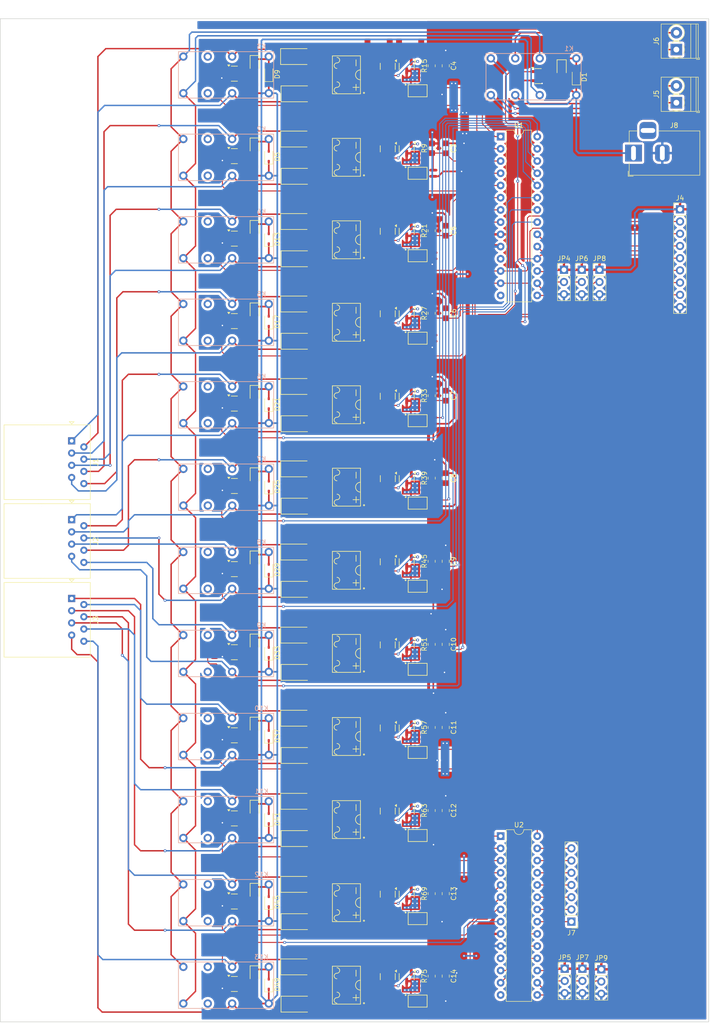
<source format=kicad_pcb>
(kicad_pcb (version 20240108) (generator "pcbnew") (generator_version "8.0")
  (layers (0 "F.Cu" signal) (31 "B.Cu" signal) (34 "B.Paste" user) (35 "F.Paste" user) (36 "B.SilkS" user "B.Silkscreen") (37 "F.SilkS" user "F.Silkscreen") (38 "B.Mask" user) (39 "F.Mask" user) (44 "Edge.Cuts" user))
  (net 0 "")
  (net 1 "/RING_1")
  (net 2 "GND")
  (net 3 "/RING_0")
  (net 4 "/RING_2")
  (net 5 "/RING_3")
  (net 6 "/RING_4")
  (net 7 "/RING_5")
  (net 8 "/RING_6")
  (net 9 "/RING_7")
  (net 10 "/RING_8")
  (net 11 "/RING_9")
  (net 12 "/RING_10")
  (net 13 "/RING_11")
  (net 14 "Net-(D1-A)")
  (net 15 "+12V")
  (net 16 "/RelayAndRingDetect1/Tel_B")
  (net 17 "Net-(D2-Pad2)")
  (net 18 "/RelayAndRingDetect0/Tel_B")
  (net 19 "Net-(D3-Pad2)")
  (net 20 "/RelayAndRingDetect2/Tel_B")
  (net 21 "/RelayAndRingDetect1/Tel_A")
  (net 22 "/RelayAndRingDetect3/Tel_B")
  (net 23 "Net-(D6-Pad2)")
  (net 24 "Net-(D7-Pad2)")
  (net 25 "/RelayAndRingDetect0/Tel_A")
  (net 26 "Net-(D11-Pad2)")
  (net 27 "/RelayAndRingDetect4/Tel_B")
  (net 28 "/RelayAndRingDetect5/Tel_B")
  (net 29 "Net-(D14-Pad2)")
  (net 30 "/RelayAndRingDetect2/Tel_A")
  (net 31 "/RelayAndRingDetect6/Tel_B")
  (net 32 "Net-(D18-Pad2)")
  (net 33 "/RelayAndRingDetect7/Tel_B")
  (net 34 "/RelayAndRingDetect3/Tel_A")
  (net 35 "Net-(D19-Pad2)")
  (net 36 "/RelayAndRingDetect8/Tel_B")
  (net 37 "Net-(D22-Pad2)")
  (net 38 "/RelayAndRingDetect9/Tel_B")
  (net 39 "Net-(D23-Pad2)")
  (net 40 "/RelayAndRingDetect4/Tel_A")
  (net 41 "Net-(D26-Pad2)")
  (net 42 "/RelayAndRingDetect10/Tel_B")
  (net 43 "Net-(D27-Pad2)")
  (net 44 "/RelayAndRingDetect11/Tel_B")
  (net 45 "/RelayAndRingDetect5/Tel_A")
  (net 46 "Net-(D31-Pad2)")
  (net 47 "/RelayAndRingDetect6/Tel_A")
  (net 48 "Net-(D34-Pad2)")
  (net 49 "/RelayAndRingDetect7/Tel_A")
  (net 50 "Net-(D39-Pad2)")
  (net 51 "/RelayAndRingDetect8/Tel_A")
  (net 52 "Net-(D46-Pad2)")
  (net 53 "/RelayAndRingDetect9/Tel_A")
  (net 54 "Net-(D10-Pad2)")
  (net 55 "/RelayAndRingDetect10/Tel_A")
  (net 56 "Net-(D15-Pad2)")
  (net 57 "/RelayAndRingDetect11/Tel_A")
  (net 58 "Net-(DB1--)")
  (net 59 "Net-(DB1-+)")
  (net 60 "Net-(DB2-+)")
  (net 61 "Net-(DB2--)")
  (net 62 "Net-(DB3--)")
  (net 63 "Net-(DB3-+)")
  (net 64 "Net-(DB4-+)")
  (net 65 "Net-(DB4--)")
  (net 66 "Net-(DB5-+)")
  (net 67 "Net-(DB5--)")
  (net 68 "Net-(DB6-+)")
  (net 69 "Net-(DB6--)")
  (net 70 "Net-(DB7--)")
  (net 71 "Net-(DB7-+)")
  (net 72 "Net-(DB8-+)")
  (net 73 "Net-(DB8--)")
  (net 74 "Net-(DB9--)")
  (net 75 "Net-(DB9-+)")
  (net 76 "Net-(DB10-+)")
  (net 77 "Net-(DB10--)")
  (net 78 "Net-(DB11--)")
  (net 79 "Net-(DB11-+)")
  (net 80 "Net-(DB12-+)")
  (net 81 "Net-(DB12--)")
  (net 82 "/INTA_1")
  (net 83 "/INTA_2")
  (net 84 "/INTB_2")
  (net 85 "/SDA")
  (net 86 "/INTB_1")
  (net 87 "+3.3V")
  (net 88 "/SEL_FUNC")
  (net 89 "/SCL")
  (net 90 "/RESET")
  (net 91 "/AUDIO_A")
  (net 92 "/AUDIO_B")
  (net 93 "/AUX_B")
  (net 94 "/AUX_A")
  (net 95 "Net-(D30-Pad2)")
  (net 96 "/RelayAndRingDetect0/AUDIO_B")
  (net 97 "/RelayAndRingDetect0/AUDIO_A")
  (net 122 "/RelayAndRingDetect1/COOLING")
  (net 123 "/RelayAndRingDetect0/COOLING")
  (net 124 "/RelayAndRingDetect2/COOLING")
  (net 125 "/RelayAndRingDetect3/COOLING")
  (net 126 "/RelayAndRingDetect4/COOLING")
  (net 127 "/RelayAndRingDetect5/COOLING")
  (net 128 "/RelayAndRingDetect6/COOLING")
  (net 129 "/RelayAndRingDetect7/COOLING")
  (net 130 "/RelayAndRingDetect8/COOLING")
  (net 131 "/RelayAndRingDetect9/COOLING")
  (net 132 "/RelayAndRingDetect10/COOLING")
  (net 133 "/RelayAndRingDetect11/COOLING")
  (net 134 "/SEL_PORT_1")
  (net 135 "/SEL_PORT_0")
  (net 136 "/SEL_PORT_2")
  (net 137 "/SEL_PORT_3")
  (net 138 "/SEL_PORT_4")
  (net 139 "/SEL_PORT_5")
  (net 140 "/SEL_PORT_6")
  (net 141 "/SEL_PORT_7")
  (net 142 "/SEL_PORT_8")
  (net 143 "/SEL_PORT_9")
  (net 144 "/SEL_PORT_10")
  (net 145 "/SEL_PORT_11")
  (net 146 "Net-(Q14-B)")
  (net 147 "Net-(Q17-B)")
  (net 148 "Net-(D35-Pad2)")
  (net 149 "Net-(D38-Pad2)")
  (net 150 "Net-(Q20-B)")
  (net 151 "Net-(D42-Pad2)")
  (net 152 "Net-(Q23-B)")
  (net 153 "Net-(D43-Pad2)")
  (net 158 "Net-(D47-Pad2)")
  (net 159 "Net-(Q2-C)")
  (net 160 "Net-(Q2-B)")
  (net 161 "Net-(Q5-B)")
  (net 162 "Net-(Q5-C)")
  (net 163 "Net-(Q8-C)")
  (net 164 "Net-(Q8-B)")
  (net 165 "Net-(Q11-B)")
  (net 166 "Net-(Q11-C)")
  (net 167 "Net-(Q14-C)")
  (net 168 "Net-(Q17-C)")
  (net 169 "Net-(Q20-C)")
  (net 170 "Net-(Q23-C)")
  (net 171 "Net-(Q26-C)")
  (net 172 "Net-(Q26-B)")
  (net 173 "Net-(Q29-C)")
  (net 174 "Net-(Q29-B)")
  (net 175 "Net-(Q32-B)")
  (net 176 "Net-(Q32-C)")
  (net 177 "Net-(Q35-C)")
  (net 178 "Net-(Q35-B)")
  (net 179 "Net-(JP4-C)")
  (net 180 "Net-(JP5-C)")
  (net 181 "Net-(JP6-C)")
  (net 182 "Net-(JP7-C)")
  (net 183 "Net-(JP8-C)")
  (net 184 "Net-(JP9-C)")
  (net 185 "Net-(D4-Pad2)")
  (net 186 "Net-(D5-A)")
  (net 187 "Net-(D8-Pad2)")
  (net 188 "Net-(D9-A)")
  (net 189 "Net-(D12-Pad2)")
  (net 190 "Net-(D13-A)")
  (net 191 "Net-(D16-Pad2)")
  (net 192 "Net-(D17-A)")
  (net 193 "Net-(D20-Pad2)")
  (net 194 "Net-(D21-A)")
  (net 195 "Net-(D24-Pad2)")
  (net 196 "Net-(D25-A)")
  (net 197 "Net-(D28-Pad2)")
  (net 198 "Net-(D29-A)")
  (net 199 "Net-(D32-Pad2)")
  (net 200 "Net-(D33-A)")
  (net 201 "Net-(D36-Pad2)")
  (net 202 "Net-(D37-A)")
  (net 203 "Net-(D40-Pad2)")
  (net 204 "Net-(D41-A)")
  (net 205 "Net-(D44-Pad2)")
  (net 206 "Net-(D45-A)")
  (net 207 "Net-(D48-Pad2)")
  (net 208 "Net-(D49-A)")
  (net 209 "Net-(D50-Pad2)")
  (net 210 "Net-(R7-Pad2)")
  (net 211 "Net-(R13-Pad2)")
  (net 212 "Net-(R19-Pad2)")
  (net 213 "Net-(R25-Pad2)")
  (net 214 "Net-(R31-Pad2)")
  (net 215 "Net-(R37-Pad2)")
  (net 216 "Net-(R43-Pad2)")
  (net 217 "Net-(R49-Pad2)")
  (net 218 "Net-(R55-Pad2)")
  (net 219 "Net-(R61-Pad2)")
  (net 220 "Net-(R67-Pad2)")
  (net 221 "Net-(R73-Pad2)")
  (net 222 "/GPA6")
  (net 223 "/GPA3")
  (net 224 "/GPA1")
  (net 225 "/GPA2")
  (net 226 "/GPA0")
  (net 227 "/GPA4")
  (net 228 "/GPA5")
  (footprint "PCM_JLCPCB:SOP-4_L4.4-W2.8-P1.27-LS7.0-TL" (layer "F.Cu") (at 117.348 83.312)
    (property "Reference" "OP5" (hide yes))
    (property "Value" "EL3H7(B)(TA)-G")
  )
  (footprint "PCM_JLCPCB:R_0805" (layer "F.Cu") (at 83.4515 100.0635 90)
    (property "Reference" "R41" (hide yes))
    (property "Value" "2.2kΩ")
  )
  (footprint "PCM_JLCPCB:R_0805" (layer "F.Cu") (at 83.439 203.581 90)
    (property "Reference" "R77" (hide yes))
    (property "Value" "2.2kΩ")
  )
  (footprint "PCM_JLCPCB:R_0805" (layer "F.Cu") (at 83.439 82.931 90)
    (property "Reference" "R35" (hide yes))
    (property "Value" "2.2kΩ")
  )
  (footprint "Package_DIP:DIP-28_W7.62mm" (layer "F.Cu") (at 134.62 169.672)
    (property "Reference" "U2")
    (property "Value" "MCP23017_SP")
  )
  (footprint "PCM_JLCPCB:D_0805" (layer "F.Cu") (at 83.439 146.634 -90)
    (property "Reference" "D38" (hide yes))
    (property "Value" "Yellow")
  )
  (footprint "PCM_JLCPCB:R_0805" (layer "F.Cu") (at 75.057 183.261 -90)
    (property "Reference" "R70" (hide yes))
    (property "Value" "4.7kΩ")
  )
  (footprint "PCM_JLCPCB:SOP-4_L4.4-W2.8-P1.27-LS7.0-TL" (layer "F.Cu") (at 117.348 186.817)
    (property "Reference" "OP11" (hide yes))
    (property "Value" "EL3H7(B)(TA)-G")
  )
  (footprint "PCM_JLCPCB:R_0805" (layer "F.Cu") (at 75.057 165.989 -90)
    (property "Reference" "R64" (hide yes))
    (property "Value" "4.7kΩ")
  )
  (footprint "PCM_JLCPCB:R_2010" (layer "F.Cu") (at 109.22 22.352 180)
    (property "Reference" "R8" (hide yes))
    (property "Value" "180Ω")
  )
  (footprint "PCM_JLCPCB:R_0805" (layer "F.Cu") (at 75.057 28.321 -90)
    (property "Reference" "R10" (hide yes))
    (property "Value" "4.7kΩ")
  )
  (footprint "PCM_JLCPCB:R_2010" (layer "F.Cu") (at 115.785 194.437 180)
    (property "Reference" "R73" (hide yes))
    (property "Value" "180Ω")
  )
  (footprint "PCM_JLCPCB:D_SMA" (layer "F.Cu") (at 92.424 32.512)
    (property "Reference" "D4" (hide yes))
    (property "Value" "1SMA4729A")
  )
  (footprint "PCM_JLCPCB:Q_SOT-23" (layer "F.Cu") (at 79.197 11.176)
    (property "Reference" "Q7" (hide yes))
    (property "Value" "2N7002")
  )
  (footprint "PCM_JLCPCB:Q_SOT-23" (layer "F.Cu") (at 79.197 183.261)
    (property "Reference" "Q34" (hide yes))
    (property "Value" "2N7002")
  )
  (footprint "PCM_JLCPCB:C_0805" (layer "F.Cu") (at 131.826 191.455 -90)
    (property "Reference" "C1" (hide yes))
    (property "Value" "100nF")
  )
  (footprint "Resistor_SMD:R_0805_2012Metric_Pad1.20x1.40mm_HandSolder" (layer "F.Cu") (at 120.269 9.541 -90)
    (property "Reference" "R15")
    (property "Value" "R")
  )
  (footprint "PCM_JLCPCB:R_0805" (layer "F.Cu") (at 110.998 81.407)
    (property "Reference" "R30" (hide yes))
    (property "Value" "470kΩ")
  )
  (footprint "PCM_JLCPCB:R_0805" (layer "F.Cu") (at 166.878 52.07)
    (property "Reference" "R5" (hide yes))
    (property "Value" "1kΩ")
  )
  (footprint "PCM_JLCPCB:R_0805" (layer "F.Cu") (at 83.439 151.892 90)
    (property "Reference" "R59" (hide yes))
    (property "Value" "2.2kΩ")
  )
  (footprint "PCM_JLCPCB:R_0805" (layer "F.Cu") (at 75.057 11.176 -90)
    (property "Reference" "R16" (hide yes))
    (property "Value" "4.7kΩ")
  )
  (footprint "Resistor_SMD:R_0805_2012Metric_Pad1.20x1.40mm_HandSolder" (layer "F.Cu") (at 120.269 60.976 -90)
    (property "Reference" "R27")
    (property "Value" "R")
  )
  (footprint "Connector_PinHeader_2.54mm:PinHeader_1x03_P2.54mm_Vertical" (layer "F.Cu") (at 155.575 197.358)
    (property "Reference" "JP9")
    (property "Value" "A2")
  )
  (footprint "PCM_JLCPCB:R_2010" (layer "F.Cu") (at 115.785 56.642 180)
    (property "Reference" "R25" (hide yes))
    (property "Value" "180Ω")
  )
  (footprint "Connector_RJ:RJ45_Amphenol_54602-x08_Horizontal" (layer "F.Cu") (at 45.339 103.886 -90)
    (property "Reference" "J2")
    (property "Value" "8P8C_TelPairs")
  )
  (footprint "PCM_JLCPCB:D_SMA" (layer "F.Cu") (at 92.329 7.62)
    (property "Reference" "D7" (hide yes))
    (property "Value" "1SMA4729A")
  )
  (footprint "PCM_JLCPCB:Q_SOT-23" (layer "F.Cu") (at 111.125 129.921 -90)
    (property "Reference" "Q23" (hide yes))
    (property "Value" "MMBTA42")
  )
  (footprint "Capacitor_SMD:C_0805_2012Metric_Pad1.18x1.45mm_HandSolder" (layer "F.Cu") (at 123.19 78.121 90)
    (property "Reference" "C7")
    (property "Value" "C")
  )
  (footprint "PCM_JLCPCB:D_0805" (layer "F.Cu") (at 83.439 129.362 -90)
    (property "Reference" "D34" (hide yes))
    (property "Value" "Yellow")
  )
  (footprint "PCM_JLCPCB:Q_SOT-23" (layer "F.Cu") (at 111.125 78.232 -90)
    (property "Reference" "Q14" (hide yes))
    (property "Value" "MMBTA42")
  )
  (footprint "PCM_JLCPCB:R_2010" (layer "F.Cu") (at 109.22 73.787 180)
    (property "Reference" "R32" (hide yes))
    (property "Value" "180Ω")
  )
  (footprint "Resistor_SMD:R_0805_2012Metric_Pad1.20x1.40mm_HandSolder" (layer "F.Cu") (at 120.269 26.686 -90)
    (property "Reference" "R9")
    (property "Value" "R")
  )
  (footprint "PCM_JLCPCB:D_0805" (layer "F.Cu") (at 83.439 26.238 -90)
    (property "Reference" "D6" (hide yes))
    (property "Value" "Yellow")
  )
  (footprint "PCM_JLCPCB:DBS_L8.2-W6.4-P5.10-LS10.0-BL" (layer "F.Cu") (at 102.524 131.689 90)
    (property "Reference" "DB8" (hide yes))
    (property "Value" "DB107S")
  )
  (footprint "PCM_JLCPCB:R_0805" (layer "F.Cu") (at 83.439 31.496 90)
    (property "Reference" "R11" (hide yes))
    (property "Value" "2.2kΩ")
  )
  (footprint "PCM_JLCPCB:D_SMA" (layer "F.Cu") (at 92.424 66.802)
    (property "Reference" "D16" (hide yes))
    (property "Value" "1SMA4729A")
  )
  (footprint "PCM_JLCPCB:R_2010" (layer "F.Cu") (at 115.7975 90.9195 180)
    (property "Reference" "R37" (hide yes))
    (property "Value" "180Ω")
  )
  (footprint "PCM_JLCPCB:R_0805" (layer "F.Cu") (at 83.439 14.351 90)
    (property "Reference" "R17" (hide yes))
    (property "Value" "2.2kΩ")
  )
  (footprint "PCM_JLCPCB:SOP-4_L4.4-W2.8-P1.27-LS7.0-TL" (layer "F.Cu") (at 117.348 152.273)
    (property "Reference" "OP9" (hide yes))
    (property "Value" "EL3H7(B)(TA)-G")
  )
  (footprint "PCM_JLCPCB:Q_SOT-23" (layer "F.Cu") (at 79.197 62.611)
    (property "Reference" "Q13" (hide yes))
    (property "Value" "2N7002")
  )
  (footprint "Capacitor_SMD:C_0805_2012Metric_Pad1.18x1.45mm_HandSolder" (layer "F.Cu") (at 123.19 198.771 90)
    (property "Reference" "C14")
    (property "Value" "C")
  )
  (footprint "PCM_JLCPCB:R_0805" (layer "F.Cu") (at 83.439 48.641 90)
    (property "Reference" "R23" (hide yes))
    (property "Value" "2.2kΩ")
  )
  (footprint "PCM_JLCPCB:R_0805" (layer "F.Cu") (at 75.057 148.717 -90)
    (property "Reference" "R58" (hide yes))
    (property "Value" "4.7kΩ")
  )
  (footprint "PCM_JLCPCB:DBS_L8.2-W6.4-P5.10-LS10.0-BL" (layer "F.Cu") (at 102.524 166.233 90)
    (property "Reference" "DB10" (hide yes))
    (property "Value" "DB107S")
  )
  (footprint "Resistor_SMD:R_0805_2012Metric_Pad1.20x1.40mm_HandSolder" (layer "F.Cu") (at 120.269 112.538 -90)
    (property "Reference" "R45")
    (property "Value" "R")
  )
  (footprint "PCM_JLCPCB:R_0805" (layer "F.Cu") (at 83.439 134.62 90)
    (property "Reference" "R53" (hide yes))
    (property "Value" "2.2kΩ")
  )
  (footprint "PCM_JLCPCB:SOP-4_L4.4-W2.8-P1.27-LS7.0-TL" (layer "F.Cu") (at 117.348 169.545)
    (property "Reference" "OP10" (hide yes))
    (property "Value" "EL3H7(B)(TA)-G")
  )
  (footprint "Connector_RJ:RJ45_Amphenol_54602-x08_Horizontal" (layer "F.Cu") (at 45.339 120.269 -90)
    (property "Reference" "J3")
    (property "Value" "8P8C_TelPairs")
  )
  (footprint "PCM_JLCPCB:R_2010" (layer "F.Cu") (at 109.22 177.292 180)
    (property "Reference" "R68" (hide yes))
    (property "Value" "180Ω")
  )
  (footprint "PCM_JLCPCB:D_SMA" (layer "F.Cu") (at 92.329 145.161)
    (property "Reference" "D35" (hide yes))
    (property "Value" "1SMA4729A")
  )
  (footprint "PCM_JLCPCB:R_2010" (layer "F.Cu") (at 109.22 5.207 180)
    (property "Reference" "R14" (hide yes))
    (property "Value" "180Ω")
  )
  (footprint "PCM_JLCPCB:Q_SOT-23" (layer "F.Cu") (at 115.062 26.797 -90)
    (property "Reference" "Q3" (hide yes))
    (property "Value" "MMBTA42")
  )
  (footprint "PCM_JLCPCB:DBS_L8.2-W6.4-P5.10-LS10.0-BL" (layer "F.Cu") (at 102.524 80 90)
    (property "Reference" "DB5" (hide yes))
    (property "Value" "DB107S")
  )
  (footprint "PCM_JLCPCB:DBS_L8.2-W6.4-P5.10-LS10.0-BL" (layer "F.Cu") (at 102.524 183.505 90)
    (property "Reference" "DB11" (hide yes))
    (property "Value" "DB107S")
  )
  (footprint "PCM_JLCPCB:R_2010" (layer "F.Cu") (at 109.22 56.642 180)
    (property "Reference" "R26" (hide yes))
    (property "Value" "180Ω")
  )
  (footprint "PCM_JLCPCB:D_SMA" (layer "F.Cu") (at 92.424 170.18)
    (property "Reference" "D40" (hide yes))
    (property "Value" "1SMA4729A")
  )
  (footprint "PCM_JLCPCB:R_2010" (layer "F.Cu") (at 115.785 160.02 180)
    (property "Reference" "R61" (hide yes))
    (property "Value" "180Ω")
  )
  (footprint "PCM_JLCPCB:D_SMA" (layer "F.Cu") (at 92.424 49.657)
    (property "Reference" "D12" (hide yes))
    (property "Value" "1SMA4729A")
  )
  (footprint "PCM_JLCPCB:SOP-4_L4.4-W2.8-P1.27-LS7.0-TL" (layer "F.Cu") (at 117.348 31.877)
    (property "Reference" "OP1" (hide yes))
    (property "Value" "EL3H7(B)(TA)-G")
  )
  (footprint "PCM_JLCPCB:R_0805" (layer "F.Cu") (at 75.057 131.445 -90)
    (property "Reference" "R52" (hide yes))
    (property "Value" "4.7kΩ")
  )
  (footprint "PCM_JLCPCB:R_0805" (layer "F.Cu") (at 110.998 150.368)
    (property "Reference" "R54" (hide yes))
    (property "Value" "470kΩ")
  )
  (footprint "Resistor_SMD:R_0805_2012Metric_Pad1.20x1.40mm_HandSolder" (layer "F.Cu") (at 120.269 198.771 -90)
    (property "Reference" "R75")
    (property "Value" "R")
  )
  (footprint "PCM_JLCPCB:Q_SOT-23" (layer "F.Cu") (at 111.125 198.882 -90)
    (property "Reference" "Q35" (hide yes))
    (property "Value" "MMBTA42")
  )
  (footprint "PCM_JLCPCB:R_0805" (layer "F.Cu") (at 110.998 12.827)
    (property "Reference" "R12" (hide yes))
    (property "Value" "470kΩ")
  )
  (footprint "Connector_PinHeader_2.54mm:PinHeader_1x03_P2.54mm_Vertical" (layer "F.Cu") (at 155.194 51.943)
    (property "Reference" "JP8")
    (property "Value" "A2")
  )
  (footprint "PCM_JLCPCB:R_2010" (layer "F.Cu") (at 109.22 142.748 180)
    (property "Reference" "R56" (hide yes))
    (property "Value" "180Ω")
  )
  (footprint "PCM_JLCPCB:D_SMA" (layer "F.Cu") (at 92.329 162.433)
    (property "Reference" "D39" (hide yes))
    (property "Value" "1SMA4729A")
  )
  (footprint "PCM_JLCPCB:D_0805" (layer "F.Cu") (at 147.32 9.982 -90)
    (property "Reference" "D2" (hide yes))
    (property "Value" "Yellow")
  )
  (footprint "PCM_JLCPCB:Q_SOT-23" (layer "F.Cu") (at 79.197 148.717)
    (property "Reference" "Q28" (hide yes))
    (property "Value" "2N7002")
  )
  (footprint "PCM_JLCPCB:R_0805" (layer "F.Cu") (at 110.998 133.096)
    (property "Reference" "R48" (hide yes))
    (property "Value" "470kΩ")
  )
  (footprint "PCM_JLCPCB:D_SMA" (layer "F.Cu") (at 92.424 187.452)
    (property "Reference" "D44" (hide yes))
    (property "Value" "1SMA4729A")
  )
  (footprint "PCM_JLCPCB:R_0805" (layer "F.Cu") (at 75.057 62.611 -90)
    (property "Reference" "R28" (hide yes))
    (property "Value" "4.7kΩ")
  )
  (footprint "PCM_JLCPCB:D_0805" (layer "F.Cu") (at 83.439 163.906 -90)
    (property "Reference" "D42" (hide yes))
    (property "Value" "Yellow")
  )
  (footprint "PCM_JLCPCB:Q_SOT-23" (layer "F.Cu") (at 79.197 28.321)
    (property "Reference" "Q4" (hide yes))
    (property "Value" "2N7002")
  )
  (footprint "PCM_JLCPCB:D_SMA" (layer "F.Cu") (at 92.424 83.947)
    (property "Reference" "D20" (hide yes))
    (property "Value" "1SMA4729A")
  )
  (footprint "PCM_JLCPCB:Q_SOT-23" (layer "F.Cu") (at 115.0745 95.3645 -90)
    (property "Reference" "Q18" (hide yes))
    (property "Value" "MMBTA42")
  )
  (footprint "PCM_JLCPCB:D_0805" (layer "F.Cu") (at 83.439 112.09 -90)
    (property "Reference" "D30" (hide yes))
    (property "Value" "Yellow")
  )
  (footprint "Connector_BarrelJack:BarrelJack_Horizontal" (layer "F.Cu") (at 162.275 27.686 180)
    (property "Reference" "J8")
    (property "Value" "Jack-DC")
  )
  (footprint "PCM_JLCPCB:Q_SOT-23" (layer "F.Cu") (at 111.125 43.942 -90)
    (property "Reference" "Q8" (hide yes))
    (property "Value" "MMBTA42")
  )
  (footprint "PCM_JLCPCB:D_0805" (layer "F.Cu") (at 83.439 77.673 -90)
    (property "Reference" "D22" (hide yes))
    (property "Value" "Yellow")
  )
  (footprint "PCM_JLCPCB:Q_SOT-23" (layer "F.Cu") (at 79.197 45.466)
    (property "Reference" "Q10" (hide yes))
    (property "Value" "2N7002")
  )
  (footprint "Diode_SMD:D_SOD-323" (layer "F.Cu") (at 86.36 114.207 90)
    (property "Reference" "D29")
    (property "Value" "1N4148WS")
  )
  (footprint "PCM_JLCPCB:R_2010" (layer "F.Cu") (at 115.785 142.748 180)
    (property "Reference" "R55" (hide yes))
    (property "Value" "180Ω")
  )
  (footprint "PCM_JLCPCB:R_2010" (layer "F.Cu") (at 109.2325 90.9195 180)
    (property "Reference" "R38" (hide yes))
    (property "Value" "180Ω")
  )
  (footprint "Diode_SMD:D_SOD-323" (layer "F.Cu") (at 86.36 62.645 90)
    (property "Reference" "D17")
    (property "Value" "1N4148WS")
  )
  (footprint "PCM_JLCPCB:D_SMA" (layer "F.Cu") (at 92.329 24.765)
    (property "Reference" "D3" (hide yes))
    (property "Value" "1SMA4729A")
  )
  (footprint "Diode_SMD:D_SOD-323" (layer "F.Cu") (at 86.36 28.355 90)
    (property "Reference" "D5")
    (property "Value" "1N4148WS")
  )
  (footprint "PCM_JLCPCB:Q_SOT-23" (layer "F.Cu") (at 115.062 9.652 -90)
    (property "Reference" "Q6" (hide yes))
    (property "Value" "MMBTA42")
  )
  (footprint "PCM_JLCPCB:SOP-4_L4.4-W2.8-P1.27-LS7.0-TL" (layer "F.Cu") (at 117.348 14.732)
    (property "Reference" "OP2" (hide yes))
    (property "Value" "EL3H7(B)(TA)-G")
  )
  (footprint "PCM_JLCPCB:R_2010" (layer "F.Cu") (at 115.785 108.204 180)
    (property "Reference" "R43" (hide yes))
    (property "Value" "180Ω")
  )
  (footprint "Diode_SMD:D_SOD-323" (layer "F.Cu") (at 86.3725 96.9225 90)
    (property "Reference" "D25")
    (property "Value" "1N4148WS")
  )
  (footprint "PCM_JLCPCB:D_SMA" (layer "F.Cu") (at 92.424 204.597)
    (property "Reference" "D48" (hide yes))
    (property "Value" "1SMA4729A")
  )
  (footprint "PCM_JLCPCB:DBS_L8.2-W6.4-P5.10-LS10.0-BL" (layer "F.Cu") (at 102.524 200.65 90)
    (property "Reference" "DB12" (hide yes))
    (property "Value" "DB107S")
  )
  (footprint "Capacitor_SMD:C_0805_2012Metric_Pad1.18x1.45mm_HandSolder" (layer "F.Cu") (at 123.19 129.81 90)
    (property "Reference" "C10")
    (property "Value" "C")
  )
  (footprint "PCM_JLCPCB:SOP-4_L4.4-W2.8-P1.27-LS7.0-TL" (layer "F.Cu") (at 117.348 66.167)
    (property "Reference" "OP4" (hide yes))
    (property "Value" "EL3H7(B)(TA)-G")
  )
  (footprint "Connector_PinHeader_2.54mm:PinHeader_1x03_P2.54mm_Vertical" (layer "F.Cu") (at 151.511 51.943)
    (property "Reference" "JP6")
    (property "Value" "A1")
  )
  (footprint "PCM_JLCPCB:D_0805" (layer "F.Cu") (at 83.439 60.528 -90)
    (property "Reference" "D18" (hide yes))
    (property "Value" "Yellow")
  )
  (footprint "PCM_JLCPCB:R_0805" (layer "F.Cu") (at 83.439 117.348 90)
    (property "Reference" "R47" (hide yes))
    (property "Value" "2.2kΩ")
  )
  (footprint "PCM_JLCPCB:D_0805" (layer "F.Cu") (at 83.439 198.323 -90)
    (property "Reference" "D50" (hide yes))
    (property "Value" "Yellow")
  )
  (footprint "PCM_JLCPCB:R_0805" (layer "F.Cu") (at 75.057 114.173 -90)
    (property "Reference" "R46" (hide yes))
    (property "Value" "4.7kΩ")
  )
  (footprint "PCM_JLCPCB:R_0805" (layer "F.Cu") (at 83.439 169.164 90)
    (property "Reference" "R65" (hide yes))
    (property "Value" "2.2kΩ")
  )
  (footprint "PCM_JLCPCB:D_SMA" (layer "F.Cu") (at 92.329 59.055)
    (property "Reference" "D15" (hide yes))
    (property "Value" "1SMA4729A")
  )
  (footprint "Connector_PinHeader_2.54mm:PinHeader_1x09_P2.54mm_Vertical" (layer "F.Cu") (at 171.958 39.37)
    (property "Reference" "J4")
    (property "Value" "Conn_01x09_Pin")
  )
  (footprint "PCM_JLCPCB:R_0805" (layer "F.Cu") (at 110.998 29.972)
    (property "Reference" "R6" (hide yes))
    (property "Value" "470kΩ")
  )
  (footprint "PCM_JLCPCB:DBS_L8.2-W6.4-P5.10-LS10.0-BL" (layer "F.Cu") (at 102.524 114.417 90)
    (property "Reference" "DB7" (hide yes))
    (property "Value" "DB107S")
  )
  (footprint "PCM_JLCPCB:Q_SOT-23" (layer "F.Cu") (at 79.197 200.406)
    (property "Reference" "Q37" (hide yes))
    (property "Value" "2N7002")
  )
  (footprint "Capacitor_SMD:C_0805_2012Metric_Pad1.18x1.45mm_HandSolder" (layer "F.Cu") (at 123.2025 95.2535 90)
    (property "Reference" "C8")
    (property "Value" "C")
  )
  (footprint "PCM_JLCPCB:R_0805" (layer "F.Cu") (at 110.998 167.64)
    (property "Reference" "R60" (hide yes))
    (property "Value" "470kΩ")
  )
  (footprint "PCM_JLCPCB:D_SMA" (layer "F.Cu") (at 92.329 110.617)
    (property "Reference" "D27" (hide yes))
    (property "Value" "1SMA4729A")
  )
  (footprint "PCM_JLCPCB:DBS_L8.2-W6.4-P5.10-LS10.0-BL" (layer "F.Cu") (at 102.524 11.42 90)
    (property "Reference" "DB2" (hide yes))
    (property "Value" "DB107S")
  )
  (footprint "Resistor_SMD:R_0805_2012Metric_Pad1.20x1.40mm_HandSolder" (layer "F.Cu") (at 120.269 43.831 -90)
    (property "Reference" "R21")
    (property "Value" "R")
  )
  (footprint "Connector_PinHeader_2.54mm:PinHeader_1x07_P2.54mm_Vertical" (layer "F.Cu") (at 149.352 187.452 180)
    (property "Reference" "J7")
    (property "Value" "EXTENSION HDR.")
  )
  (footprint "PCM_JLCPCB:R_2010" (layer "F.Cu") (at 115.785 5.207 180)
    (property "Reference" "R13" (hide yes))
    (property "Value" "180Ω")
  )
  (footprint "PCM_JLCPCB:Q_SOT-23" (layer "F.Cu") (at 115.062 181.737 -90)
    (property "Reference" "Q33" (hide yes))
    (property "Value" "MMBTA42")
  )
  (footprint "Diode_SMD:D_SOD-323" (layer "F.Cu") (at 86.36 183.295 90)
    (property "Reference" "D45")
    (property "Value" "1N4148WS")
  )
  (footprint "PCM_JLCPCB:D_SMA" (layer "F.Cu") (at 92.329 179.705)
    (property "Reference" "D43" (hide yes))
    (property "Value" "1SMA4729A")
  )
  (footprint "Diode_SMD:D_SOD-323" (layer "F.Cu") (at 86.36 45.5 90)
    (property "Reference" "D13")
    (property "Value" "1N4148WS")
  )
  (footprint "PCM_JLCPCB:DBS_L8.2-W6.4-P5.10-LS10.0-BL" (layer "F.Cu") (at 102.524 148.961 90)
    (property "Reference" "DB9" (hide yes))
    (property "Value" "DB107S")
  )
  (footprint "PCM_JLCPCB:SOP-4_L4.4-W2.8-P1.27-LS7.0-TL" (layer "F.Cu") (at 117.3605 100.4445)
    (property "Reference" "OP6" (hide yes))
    (property "Value" "EL3H7(B)(TA)-G")
  )
  (footprint "PCM_JLCPCB:R_2010" (layer "F.Cu") (at 115.785 125.476 180)
    (property "Reference" "R49" (hide yes))
    (property "Value" "180Ω")
  )
  (footprint "PCM_JLCPCB:R_0805" (layer "F.Cu") (at 147.32 13.843 90)
    (property "Reference" "R2" (hide yes))
    (property "Value" "2.2kΩ")
  )
  (footprint "PCM_JLCPCB:R_2010" (layer "F.Cu") (at 109.22 39.497 180)
    (property "Reference" "R20" (hide yes))
    (property "Value" "180Ω")
  )
  (footprint "PCM_JLCPCB:R_0805" (layer "F.Cu") (at 166.984 41.91)
    (property "Reference" "R3" (hide yes))
    (property "Value" "1kΩ")
  )
  (footprint "PCM_JLCPCB:R_0805" (layer "F.Cu") (at 75.0695 96.8885 -90)
    (property "Reference" "R40" (hide yes))
    (property "Value" "4.7kΩ")
  )
  (footprint "Package_DIP:DIP-28_W7.62mm" (layer "F.Cu") (at 134.62 24.257)
    (property "Reference" "U1")
    (property "Value" "MCP23017_SP")
  )
  (footprint "PCM_JLCPCB:SOP-4_L4.4-W2.8-P1.27-LS7.0-TL" (layer "F.Cu") (at 117.348 49.022)
    (property "Reference" "OP3" (hide yes))
    (property "Value" "EL3H7(B)(TA)-G")
  )
  (footprint "PCM_JLCPCB:R_0805" (layer "F.Cu") (at 75.057 45.466 -90)
    (property "Reference" "R22" (hide yes))
    (property "Value" "4.7kΩ")
  )
  (footprint "PCM_JLCPCB:R_2010" (layer "F.Cu") (at 115.785 39.497 180)
    (property "Reference" "R19" (hide yes))
    (property "Value" "180Ω")
  )
  (footprint "PCM_JLCPCB:Q_SOT-23" (layer "F.Cu") (at 79.197 165.989)
    (property "Reference" "Q31" (hide yes))
    (property "Value" "2N7002")
  )
  (footprint "PCM_JLCPCB:R_2010" (layer "F.Cu") (at 109.22 194.437 180)
    (property "Reference" "R74" (hide yes))
    (property "Value" "180Ω")
  )
  (footprint "PCM_JLCPCB:R_0805" (layer "F.Cu") (at 75.057 200.406 -90)
    (property "Reference" "R76" (hide yes))
    (property "Value" "4.7kΩ")
  )
  (footprint "PCM_JLCPCB:SOP-4_L4.4-W2.8-P1.27-LS7.0-TL" (layer "F.Cu") (at 117.348 203.962)
    (property "Reference" "OP12" (hide yes))
    (property "Value" "EL3H7(B)(TA)-G")
  )
  (footprint "Diode_SMD:D_SOD-323" (layer "F.Cu") (at 86.36 79.79 90)
    (property "Reference" "D21")
    (property "Value" "1N4148WS")
  )
  (footprint "PCM_JLCPCB:R_0805" (layer "F.Cu") (at 75.057 79.756 -90)
    (property "Reference" "R34" (hide yes))
    (property "Value" "4.7kΩ")
  )
  (footprint "PCM_JLCPCB:Q_SOT-23" (layer "F.Cu") (at 79.197 131.445)
    (property "Reference" "Q25" (hide yes))
    (property "Value" "2N7002")
  )
  (footprint "PCM_JLCPCB:D_SMA" (layer "F.Cu") (at 92.329 127.889)
    (property "Reference" "D31" (hide yes))
    (property "Value" "1SMA4729A")
  )
  (footprint "Connector_PinHeader_2.54mm:PinHeader_1x03_P2.54mm_Vertical" (layer "F.Cu") (at 151.638 197.231)
    (property "Reference" "JP7")
    (property "Value" "A1")
  )
  (footprint "PCM_JLCPCB:D_0805" (layer "F.Cu") (at 83.4515 94.8055 -90)
    (property "Reference" "D26" (hide yes))
    (property "Value" "Yellow")
  )
  (footprint "PCM_JLCPCB:D_SMA" (layer "F.Cu") (at 92.329 76.2)
    (property "Reference" "D19" (hide yes))
    (property "Value" "1SMA4729A")
  )
  (footprint "Diode_SMD:D_SOD-323" (layer "F.Cu") (at 86.36 11.21 90)
    (property "Reference" "D9")
    (property "Value" "1N4148WS")
  )
  (footprint "PCM_JLCPCB:R_0805" (layer "F.Cu") (at 110.998 47.117)
    (property "Reference" "R18" (hide yes))
    (property "Value" "470kΩ")
  )
  (footprint "PCM_JLCPCB:D_SMA" (layer "F.Cu") (at 92.329 196.85)
    (property "Reference" "D47" (hide yes))
    (property "Value" "1SMA4729A")
  )
  (footprint "PCM_JLCPCB:R_0805" (layer "F.Cu") (at 83.439 186.436 90)
    (property "Reference" "R71" (hide yes))
    (property "Value" "2.2kΩ")
  )
  (footprint "PCM_JLCPCB:Q_SOT-23" (layer "F.Cu") (at 111.125 26.797 -90)
    (property "Reference" "Q2" (hide yes))
    (property "Value" "MMBTA42")
  )
  (footprint "PCM_JLCPCB:Q_SOT-23" (layer "F.Cu") (at 79.2095 96.8885)
    (property "Reference" "Q19" (hide yes))
    (property "Value" "2N7002")
  )
  (footprint "Capacitor_SMD:C_0805_2012Metric_Pad1.18x1.45mm_HandSolder" (layer "F.Cu") (at 123.19 60.976 90)
    (property "Reference" "C6")
    (property "Value" "C")
  )
  (footprint "PCM_JLCPCB:Q_SOT-23" (layer "F.Cu") (at 115.062 78.232 -90)
    (property "Reference" "Q15" (hide yes))
    (property "Value" "MMBTA42")
  )
  (footprint "Resistor_SMD:R_0805_2012Metric_Pad1.20x1.40mm_HandSolder" (layer "F.Cu") (at 120.269 147.082 -90)
    (property "Reference" "R57")
    (property "Value" "R")
  )
  (footprint "PCM_JLCPCB:Q_SOT-23" (layer "F.Cu") (at 111.125 61.087 -90)
    (property "Reference" "Q11" (hide yes))
    (property "Value" "MMBTA42")
  )
  (footprint "PCM_JLCPCB:D_0805" (layer "F.Cu") (at 83.439 43.383 -90)
    (property "Reference" "D14" (hide yes))
    (property "Value" "Yellow")
  )
  (footprint "PCM_JLCPCB:SOP-4_L4.4-W2.8-P1.27-LS7.0-TL" (layer "F.Cu") (at 117.348 117.729)
    (property "Reference" "OP7" (hide yes))
    (property "Value" "EL3H7(B)(TA)-G")
  )
  (footprint "PCM_JLCPCB:R_0805" (layer "F.Cu") (at 166.984 44.45)
    (property "Reference" "R4" (hide yes))
    (property "Value" "1kΩ")
  )
  (footprint "PCM_JLCPCB:D_SMA" (layer "F.Cu") (at 92.424 152.908)
    (property "Reference" "D36" (hide yes))
    (property "Value" "1SMA4729A")
  )
  (footprint "Capacitor_SMD:C_0805_2012Metric_Pad1.18x1.45mm_HandSolder" (layer "F.Cu") (at 123.19 164.354 90)
    (property "Reference" "C12")
    (property "Value" "C")
  )
  (footprint "PCM_JLCPCB:R_2010" (layer "F.Cu") (at 115.785 177.292 180)
    (property "Reference" "R67" (hide yes))
    (property "Value" "180Ω")
  )
  (footprint "PCM_JLCPCB:DBS_L8.2-W6.4-P5.10-LS10.0-BL" (layer "F.Cu") (at 102.524 62.855 90)
    (property "Reference" "DB4" (hide yes))
    (property "Value" "DB107S")
  )
  (footprint "PCM_JLCPCB:DBS_L8.2-W6.4-P5.10-LS10.0-BL" (layer "F.Cu") (at 102.524 28.565 90)
    (property "Reference" "DB1" (hide yes))
    (property "Value" "DB107S")
  )
  (footprint "PCM_JLCPCB:Q_SOT-23" (layer "F.Cu") (at 115.062 164.465 -90)
    (property "Reference" "Q30" (hide yes))
    (property "Value" "MMBTA42")
  )
  (footprint "Resistor_SMD:R_0805_2012Metric_Pad1.20x1.40mm_HandSolder" (layer "F.Cu") (at 120.269 164.354 -90)
    (property "Reference" "R63")
    (property "Value" "R")
  )
  (footprint "PCM_JLCPCB:Q_SOT-23" (layer "F.Cu") (at 115.062 112.649 -90)
    (property "Reference" "Q21" (hide yes))
    (property "Value" "MMBTA42")
  )
  (footprint "Connector_PinHeader_2.54mm:PinHeader_1x03_P2.54mm_Vertical" (layer "F.Cu") (at 147.799 51.943)
    (property "Reference" "JP4")
    (property "Value" "A0")
  )
  (footprint "PCM_JLCPCB:SOP-4_L4.4-W2.8-P1.27-LS7.0-TL" (layer "F.Cu") (at 117.348 135.001)
    (property "Reference" "OP8" (hide yes))
    (property "Value" "EL3H7(B)(TA)-G")
  )
  (footprint "PCM_JLCPCB:D_SMA" (layer "F.Cu") (at 92.424 15.367)
    (property "Reference" "D8" (hide yes))
    (property "Value" "1SMA4729A")
  )
  (footprint "PCM_JLCPCB:D_SMA" (layer "F.Cu") (at 92.4365 101.0795)
    (property "Reference" "D24" (hide yes))
    (property "Value" "1SMA4729A")
  )
  (footprint "Diode_SMD:D_SOD-323" (layer "F.Cu") (at 86.36 148.751 90)
    (property "Reference" "D37")
    (property "Value" "1N4148WS")
  )
  (footprint "PCM_JLCPCB:Q_SOT-23" (layer "F.Cu") (at 115.062 43.942 -90)
    (property "Reference" "Q9" (hide yes))
    (property "Value" "MMBTA42")
  )
  (footprint "PCM_JLCPCB:Q_SOT-23" (layer "F.Cu") (at 111.125 9.652 -90)
    (property "Reference" "Q5" (hide yes))
    (property "Value" "MMBTA42")
  )
  (footprint "Capacitor_SMD:C_0805_2012Metric_Pad1.18x1.45mm_HandSolder" (layer "F.Cu") (at 123.19 112.538 90)
    (property "Reference" "C9")
    (property "Value" "C")
  )
  (footprint "Diode_SMD:D_SOD-323" (layer "F.Cu") (at 86.36 200.44 90)
    (property "Reference" "D49")
    (property "Value" "1N4148WS")
  )
  (footprint "PCM_JLCPCB:D_SMA" (layer "F.Cu") (at 92.3415 93.3325)
    (property "Reference" "D23" (hide yes))
    (property "Value" "1SMA4729A")
  )
  (footprint "PCM_JLCPCB:D_0805" (layer "F.Cu") (at 83.439 181.178 -90)
    (property "Reference" "D46" (hide yes))
    (property "Value" "Yellow")
  )
  (footprint "Diode_SMD:D_SOD-323" (layer "F.Cu") (at 86.36 131.479 90)
    (property "Reference" "D33")
    (property "Value" "1N4148WS")
  )
  (footprint "PCM_JLCPCB:R_0805" (layer "F.Cu") (at 83.439 65.786 90)
    (property "Reference" "R29" (hide yes))
    (property "Value" "2.2kΩ")
  )
  (footprint "PCM_JLCPCB:Q_SOT-23" (layer "F.Cu") (at 115.062 129.921 -90)
    (property "Reference" "Q24" (hide yes))
    (property "Value" "MMBTA42")
  )
  (footprint "PCM_JLCPCB:Q_SOT-23" (layer "F.Cu") (at 79.197 79.756)
    (property "Reference" "Q16" (hide yes))
    (property "Value" "2N7002")
  )
  (footprint "Resistor_SMD:R_0805_2012Metric_Pad1.20x1.40mm_HandSolder" (layer "F.Cu") (at 120.269 78.121 -90)
    (property "Reference" "R33")
    (property "Value" "R")
  )
  (footprint "PCM_JLCPCB:Q_SOT-23" (layer "F.Cu") (at 111.125 147.193 -90)
    (property "Reference" "Q26" (hide yes))
    (property "Value" "MMBTA42")
  )
  (footprint "PCM_JLCPCB:R_2010" (layer "F.Cu") (at 109.22 125.476 180)
    (property "Reference" "R50" (hide yes))
    (property "Value" "180Ω")
  )
  (footprint "PCM_JLCPCB:R_2010" (layer "F.Cu") (at 109.22 160.02 180)
    (property "Reference" "R62" (hide yes))
    (property "Value" "180Ω")
  )
  (footprint "PCM_JLCPCB:Q_SOT-23" (layer "F.Cu") (at 111.125 112.649 -90)
    (property "Reference" "Q20" (hide yes))
    (property "Value" "MMBTA42")
  )
  (footprint "PCM_JLCPCB:D_SMA" (layer "F.Cu") (at 92.329 41.91)
    (property "Reference" "D11" (hide yes))
    (property "Value" "1SMA4729A")
  )
  (footprint "PCM_JLCPCB:Q_SOT-23" (layer "F.Cu") (at 115.062 61.087 -90)
    (property "Reference" "Q12" (hide yes))
    (property "Value" "MMBTA42")
  )
  (footprint "PCM_JLCPCB:C_0805" (layer "F.Cu") (at 131.445 45.847 -90)
    (property "Reference" "C2" (hide yes))
    (property "Value" "100nF")
  )
  (footprint "Resistor_SMD:R_0805_2012Metric_Pad1.20x1.40mm_HandSolder" (layer "F.Cu") (at 120.2815 95.2535 -90)
    (property "Reference" "R39")
    (property "Value" "R")
  )
  (footprint "PCM_JLCPCB:DBS_L8.2-W6.4-P5.10-LS10.0-BL" (layer "F.Cu") (at 102.524 45.71 90)
    (property "Reference" "DB3" (hide yes))
    (property "Value" "DB107S")
  )
  (footprint "PCM_JLCPCB:R_2010" (layer "F.Cu") (at 115.785 73.787 180)
    (property "Reference" "R31" (hide yes))
    (property "Value" "180Ω")
  )
  (footprint "Capacitor_SMD:C_0805_2012Metric_Pad1.18x1.45mm_HandSolder" (layer "F.Cu") (at 123.19 147.082 90)
    (property "Reference" "C11")
    (property "Value" "C")
  )
  (footprint "PCM_JLCPCB:R_0805" (layer "F.Cu") (at 110.998 64.262)
    (property "Reference" "R24" (hide yes))
    (property "Value" "470kΩ")
  )
  (footprint "Resistor_SMD:R_0805_2012Metric_Pad1.20x1.40mm_HandSolder" (layer "F.Cu") (at 120.269 129.81 -90)
    (property "Reference" "R51")
    (property "Value" "R")
  )
  (footprint "PCM_JLCPCB:R_2010" (layer "F.Cu") (at 109.22 108.204 180)
    (property "Reference" "R44" (hide yes))
    (property "Value" "180Ω")
  )
  (footprint "PCM_JLCPCB:R_0805" (layer "F.Cu") (at 110.998 202.057)
    (property "Reference" "R72" (hide yes))
    (property "Value" "470kΩ")
  )
  (footprint "Capacitor_SMD:C_0805_2012Metric_Pad1.18x1.45mm_HandSolder" (layer "F.Cu") (at 123.19 26.686 90)
    (property "Reference" "C3")
    (property "Value" "C")
  )
  (footprint "PCM_JLCPCB:Q_SOT-23" (layer "F.Cu") (at 111.125 164.465 -90)
    (property "Reference" "Q29" (hide yes))
    (property "Value" "MMBTA42")
  )
  (footprint "Diode_SMD:D_SOD-323" (layer "F.Cu") (at 86.36 166.023 90)
    (property "Reference" "D41")
    (property "Value" "1N4148WS")
  )
  (footprint "PCM_JLCPCB:Q_SOT-23" (layer "F.Cu") (at 79.197 114.173)
    (property "Reference" "Q22" (hide yes))
    (property "Value" "2N7002")
  )
  (footprint "PCM_JLCPCB:R_2010" (layer "F.Cu") (at 115.785 22.352 180)
    (property "Reference" "R7" (hide yes))
    (property "Value" "180Ω")
  )
  (footprint "PCM_JLCPCB:DBS_L8.2-W6.4-P5.10-LS10.0-BL" (layer "F.Cu") (at 102.5365 97.1325 90)
    (property "Reference" "DB6" (hide yes))
    (property "Value" "DB107S")
  )
  (footprint "PCM_JLCPCB:D_SMA" (layer "F.Cu") (at 92.424 135.636)
    (property "Reference" "D32" (hide yes))
    (property "Value" "1SMA4729A")
  )
  (footprint "Diode_SMD:D_SOD-323" (layer "F.Cu") (at 150.368 11.904 90)
    (property "Reference" "D1")
    (property "Value" "1N4148WS")
  )
  (footprint "PCM_JLCPCB:D_0805" (layer "F.Cu") (at 83.439 9.093 -90)
    (property "Reference" "D10" (hide yes))
    (property "Value" "Yellow")
  )
  (footprint "Connector_RJ:RJ45_Amphenol_54602-x08_Horizontal" (layer "F.Cu") (at 45.339 87.503 -90)
    (property "Reference" "J1")
    (property "Value" "8P8C_TelPairs")
  )
  (footprint "PCM_JLCPCB:Q_SOT-23" (layer "F.Cu") (at 111.1375 95.3645 -90)
    (property "Reference" "Q17" (hide yes))
    (property "Value" "MMBTA42")
  )
  (footprint "PCM_JLCPCB:Q_SOT-23" (layer "F.Cu") (at 142.443 11.684)
    (property "Reference" "Q1" (hide yes))
    (property "Value" "2N7002")
  )
  (footprint "PCM_JLCPCB:D_SMA" (layer "F.Cu") (at 92.424 118.364)
    (property "Reference" "D28" (hide yes))
    (property "Value" "1SMA4729A")
  )
  (footprint "PCM_JLCPCB:Q_SOT-23" (layer "F.Cu") (at 115.062 198.882 -90)
    (property "Reference" "Q36" (hide yes))
    (property "Value" "MMBTA42")
  )
  (footprint "PCM_JLCPCB:R_0805" (layer "F.Cu") (at 137.922 11.684 -90)
    (property "Reference" "R1" (hide yes))
    (property "Value" "4.7kΩ")
  )
  (footprint "PCM_JLCPCB:Q_SOT-23" (layer "F.Cu") (at 111.125 181.737 -90)
    (property "Reference" "Q32" (hide yes))
    (property "Value" "MMBTA42")
  )
  (footprint "PCM_JLCPCB:R_0805" (layer "F.Cu") (at 110.998 184.912)
    (property "Reference" "R66" (hide yes))
    (property "Value" "470kΩ")
  )
  (footprint "PCM_JLCPCB:R_0805" (layer "F.Cu") (at 110.998 115.824)
    (property "Reference" "R42" (hide yes))
    (property "Value" "470kΩ")
  )
  (footprint "PCM_JLCPCB:R_0805" (layer "F.Cu") (at 111.0105 98.5395)
    (property "Reference" "R36" (hide yes))
    (property "Value" "470kΩ")
  )
  (footprint "Capacitor_SMD:C_0805_2012Metric_Pad1.18x1.45mm_HandSolder" (layer "F.Cu") (at 123.19 9.541 90)
    (property "Reference" "C4")
    (property "Value" "C")
  )
  (footprint "Capacitor_SMD:C_0805_2012Metric_Pad1.18x1.45mm_HandSolder" (layer "F.Cu") (at 123.19 181.626 90)
    (property "Reference" "C13")
    (property "Value" "C")
  )
  (footprint "Resistor_SMD:R_0805_2012Metric_Pad1.20x1.40mm_HandSolder" (layer "F.Cu") (at 120.269 181.626 -90)
    (property "Reference" "R69")
    (property "Value" "R")
  )
  (footprint "Connector_PinHeader_2.54mm:PinHeader_1x03_P2.54mm_Vertical" (layer "F.Cu") (at 147.955 197.231)
    (property "Reference" "JP5")
    (property "Value" "A0")
  )
  (footprint "TerminalBlock_Phoenix:TerminalBlock_Phoenix_PT-1,5-2-3.5-H_1x02_P3.50mm_Horizontal" (layer "F.Cu") (at 171.196 17.216 90)
    (property "Reference" "J5")
    (property "Value" "Screw_Terminal_01x02")
  )
  (footprint "TerminalBlock_Phoenix:TerminalBlock_Phoenix_PT-1,5-2-3.5-H_1x02_P3.50mm_Horizontal" (layer "F.Cu") (at 171.196 6.167 90)
    (property "Reference" "J6")
    (property "Value" "Screw_Terminal_01x02")
  )
  (footprint "Capacitor_SMD:C_0805_2012Metric_Pad1.18x1.45mm_HandSolder" (layer "F.Cu") (at 123.19 43.831 90)
    (property "Reference" "C5")
    (property "Value" "C")
  )
  (footprint "PCM_JLCPCB:Q_SOT-23" (layer "F.Cu") (at 115.062 147.193 -90)
    (property "Reference" "Q27" (hide yes))
    (property "Value" "MMBTA42")
  )
  (footprint "sb_interface:J104D2C12VDC.36S" (layer "B.Cu") (at 83.82 15.24 180)
    (property "Reference" "K3")
    (property "Value" "J104D2C12VDC.36S")
  )
  (footprint "sb_interface:J104D2C12VDC.36S" (layer "B.Cu") (at 147.828 15.621 180)
    (property "Reference" "K1")
    (property "Value" "J104D2C12VDC.36S")
  )
  (footprint "sb_interface:J104D2C12VDC.36S" (layer "B.Cu") (at 83.82 32.385 180)
    (property "Reference" "K2")
    (property "Value" "J104D2C12VDC.36S")
  )
  (footprint "sb_interface:J104D2C12VDC.36S" (layer "B.Cu") (at 83.82 49.53 180)
    (property "Reference" "K4")
    (property "Value" "J104D2C12VDC.36S")
  )
  (footprint "sb_interface:J104D2C12VDC.36S" (layer "B.Cu") (at 83.82 152.781 180)
    (property "Reference" "K10")
    (property "Value" "J104D2C12VDC.36S")
  )
  (footprint "sb_interface:J104D2C12VDC.36S" (layer "B.Cu") (at 83.82 204.47 180)
    (property "Reference" "K13")
    (property "Value" "J104D2C12VDC.36S")
  )
  (footprint "sb_interface:J104D2C12VDC.36S" (layer "B.Cu") (at 83.8325 100.9525 180)
    (property "Reference" "K7")
    (property "Value" "J104D2C12VDC.36S")
  )
  (footprint "sb_interface:J104D2C12VDC.36S" (layer "B.Cu") (at 83.82 187.325 180)
    (property "Reference" "K12")
    (property "Value" "J104D2C12VDC.36S")
  )
  (footprint "sb_interface:J104D2C12VDC.36S" (layer "B.Cu") (at 83.82 66.675 180)
    (property "Reference" "K5")
    (property "Value" "J104D2C12VDC.36S")
  )
  (footprint "sb_interface:J104D2C12VDC.36S" (layer "B.Cu") (at 83.82 118.237 180)
    (property "Reference" "K8")
    (property "Value" "J104D2C12VDC.36S")
  )
  (footprint "sb_interface:J104D2C12VDC.36S" (layer "B.Cu") (at 83.82 135.509 180)
    (property "Reference" "K9")
    (property "Value" "J104D2C12VDC.36S")
  )
  (footprint "sb_interface:J104D2C12VDC.36S" (layer "B.Cu") (at 83.82 170.053 180)
    (property "Reference" "K11")
    (property "Value" "J104D2C12VDC.36S")
  )
  (footprint "sb_interface:J104D2C12VDC.36S" (layer "B.Cu") (at 83.82 83.82 180)
    (property "Reference" "K6")
    (property "Value" "J104D2C12VDC.36S")
  )
  (gr_rect (start 30.48 -0.254) (end 177.927 208.28) (stroke (width 0.12)) (fill none) (layer "Edge.Cuts"))
  (segment (start 124.8035 29.337) (end 123.19 27.7235) (width 0.2) (layer "F.Cu") (net 1))
  (segment (start 123.1525 27.686) (end 123.19 27.7235) (width 0.2) (layer "F.Cu") (net 1))
  (segment (start 134.62 29.337) (end 124.8035 29.337) (width 0.2) (layer "F.Cu") (net 1))
  (segment (start 120.608 31.237) (end 120.608 28.025) (width 0.2) (layer "F.Cu") (net 1))
  (segment (start 120.269 27.686) (end 123.1525 27.686) (width 0.2) (layer "F.Cu") (net 1))
  (segment (start 120.608 28.025) (end 120.269 27.686) (width 0.2) (layer "F.Cu") (net 1))
  (segment (start 123.19 40.64) (end 122.682 40.132) (width 0.35) (layer "F.Cu") (net 2))
  (segment (start 76.708 132.355) (end 78.217 132.355) (width 0.35) (layer "F.Cu") (net 2))
  (segment (start 122.682 31.496) (end 126.492 31.496) (width 0.35) (layer "F.Cu") (net 2))
  (segment (start 76.708 97.7985) (end 78.2295 97.7985) (width 0.35) (layer "F.Cu") (net 2))
  (segment (start 131.445 46.797) (end 134.3 46.797) (width 0.35) (layer "F.Cu") (net 2))
  (segment (start 123.19 8.5035) (end 123.19 6.35) (width 0.35) (layer "F.Cu") (net 2))
  (segment (start 124.0735 77.0835) (end 123.19 77.0835) (width 0.35) (layer "F.Cu") (net 2))
  (segment (start 122.306 15.372) (end 122.428 15.494) (width 0.35) (layer "F.Cu") (net 2))
  (segment (start 123.2025 94.216) (end 123.2025 92.4685) (width 0.35) (layer "F.Cu") (net 2))
  (segment (start 122.174 91.44) (end 120.904 91.44) (width 0.35) (layer "F.Cu") (net 2))
  (segment (start 123.19 77.0835) (end 123.19 75.184) (width 0.35) (layer "F.Cu") (net 2))
  (segment (start 78.217 201.316) (end 78.257 201.356) (width 0.35) (layer "F.Cu") (net 2))
  (segment (start 122.174 56.896) (end 120.396 56.896) (width 0.35) (layer "F.Cu") (net 2))
  (segment (start 123.19 111.5005) (end 123.19 109.22) (width 0.35) (layer "F.Cu") (net 2))
  (segment (start 134.3 46.797) (end 134.62 47.117) (width 0.35) (layer "F.Cu") (net 2))
  (segment (start 75.057 201.316) (end 76.708 201.316) (width 0.35) (layer "F.Cu") (net 2))
  (segment (start 122.55 204.602) (end 123.19 203.962) (width 0.35) (layer "F.Cu") (net 2))
  (segment (start 122.174 74.168) (end 120.396 74.168) (width 0.35) (layer "F.Cu") (net 2))
  (segment (start 75.057 166.899) (end 76.708 166.899) (width 0.35) (layer "F.Cu") (net 2))
  (segment (start 120.608 32.517) (end 121.661 32.517) (width 0.35) (layer "F.Cu") (net 2))
  (segment (start 121.661 32.517) (end 122.682 31.496) (width 0.35) (layer "F.Cu") (net 2))
  (segment (start 76.708 115.083) (end 78.217 115.083) (width 0.35) (layer "F.Cu") (net 2))
  (segment (start 124.968 82.804) (end 124.968 77.978) (width 0.35) (layer "F.Cu") (net 2))
  (segment (start 76.708 63.521) (end 78.217 63.521) (width 0.35) (layer "F.Cu") (net 2))
  (segment (start 123.19 146.0445) (end 123.19 144.018) (width 0.35) (layer "F.Cu") (net 2))
  (segment (start 78.217 166.899) (end 78.257 166.939) (width 0.35) (layer "F.Cu") (net 2))
  (segment (start 78.217 80.666) (end 78.257 80.706) (width 0.35) (layer "F.Cu") (net 2))
  (segment (start 78.217 184.171) (end 78.257 184.211) (width 0.35) (layer "F.Cu") (net 2))
  (segment (start 75.057 63.521) (end 76.708 63.521) (width 0.35) (layer "F.Cu") (net 2))
  (segment (start 123.19 25.6485) (end 126.9945 25.6485) (width 0.35) (layer "F.Cu") (net 2))
  (segment (start 120.608 87.588) (end 120.65 87.63) (width 0.35) (layer "F.Cu") (net 2))
  (segment (start 123.19 59.9385) (end 123.19 57.912) (width 0.35) (layer "F.Cu") (net 2))
  (segment (start 123.19 57.912) (end 122.682 57.404) (width 0.35) (layer "F.Cu") (net 2))
  (segment (start 78.217 12.086) (end 78.257 12.126) (width 0.35) (layer "F.Cu") (net 2))
  (segment (start 120.608 170.185) (end 120.608 171.408) (width 0.35) (layer "F.Cu") (net 2))
  (segment (start 78.2295 97.7985) (end 78.2695 97.8385) (width 0.35) (layer "F.Cu") (net 2))
  (segment (start 124.7215 101.0845) (end 125.222 100.584) (width 0.35) (layer "F.Cu") (net 2))
  (segment (start 76.708 46.376) (end 78.217 46.376) (width 0.35) (layer "F.Cu") (net 2))
  (segment (start 122.423 118.369) (end 122.428 118.364) (width 0.35) (layer "F.Cu") (net 2))
  (segment (start 123.2025 92.4685) (end 122.174 91.44) (width 0.35) (layer "F.Cu") (net 2))
  (segment (start 78.217 115.083) (end 78.257 115.123) (width 0.35) (layer "F.Cu") (net 2))
  (segment (start 120.608 118.369) (end 120.608 122.978) (width 0.35) (layer "F.Cu") (net 2))
  (segment (start 75.057 12.086) (end 78.217 12.086) (width 0.35) (layer "F.Cu") (net 2))
  (segment (start 78.217 132.355) (end 78.257 132.395) (width 0.35) (layer "F.Cu") (net 2))
  (segment (start 120.608 118.369) (end 122.423 118.369) (width 0.35) (layer "F.Cu") (net 2))
  (segment (start 120.904 153.924) (end 121.412 153.924) (width 0.35) (layer "F.Cu") (net 2))
  (segment (start 123.19 42.7935) (end 123.19 40.64) (width 0.35) (layer "F.Cu") (net 2))
  (segment (start 126.9945 25.6485) (end 127 25.654) (width 0.35) (layer "F.Cu") (net 2))
  (segment (start 142.077 13.208) (end 143.256 13.208) (width 0.35) (layer "F.Cu") (net 2))
  (segment (start 120.608 15.372) (end 122.306 15.372) (width 0.35) (layer "F.Cu") (net 2))
  (segment (start 78.217 46.376) (end 78.257 46.416) (width 0.35) (layer "F.Cu") (net 2))
  (segment (start 120.608 171.408) (end 120.65 171.45) (width 0.35) (layer "F.Cu") (net 2))
  (segment (start 120.608 139.912) (end 120.65 139.954) (width 0.35) (layer "F.Cu") (net 2))
  (segment (start 131.826 192.405) (end 134.493 192.405) (width 0.35) (layer "F.Cu") (net 2))
  (segment (start 122.931 135.641) (end 122.936 135.636) (width 0.35) (layer "F.Cu") (net 2))
  (segment (start 76.708 201.316) (end 78.217 201.316) (width 0.35) (layer "F.Cu") (net 2))
  (segment (start 125.0895 197.7335) (end 125.476 198.12) (width 0.35) (layer "F.Cu") (net 2))
  (segment (start 123.19 163.3165) (end 123.19 161.29) (width 0.35) (layer "F.Cu") (net 2))
  (segment (start 76.708 29.231) (end 78.217 29.231) (width 0.35) (layer "F.Cu") (net 2))
  (segment (start 76.708 149.627) (end 78.217 149.627) (width 0.35) (layer "F.Cu") (net 2))
  (segment (start 120.608 152.913) (end 120.608 153.628) (width 0.35) (layer "F.Cu") (net 2))
  (segment (start 122.682 40.132) (end 120.396 40.132) (width 0.35) (layer "F.Cu") (net 2))
  (segment (start 120.608 204.602) (end 122.55 204.602) (width 0.35) (layer "F.Cu") (net 2))
  (segment (start 75.057 46.376) (end 76.708 46.376) (width 0.35) (layer "F.Cu") (net 2))
  (segment (start 124.442 94.216) (end 123.2025 94.216) (width 0.35) (layer "F.Cu") (net 2))
  (segment (start 141.463 12.594) (end 141.503 12.634) (width 0.35) (layer "F.Cu") (net 2))
  (segment (start 123.82 83.952) (end 124.968 82.804) (width 0.35) (layer "F.Cu") (net 2))
  (segment (start 120.608 49.662) (end 120.608 50.588) (width 0.35) (layer "F.Cu") (net 2))
  (segment (start 75.057 132.355) (end 76.708 132.355) (width 0.35) (layer "F.Cu") (net 2))
  (segment (start 125.222 94.996) (end 124.442 94.216) (width 0.35) (layer "F.Cu") (net 2))
  (segment (start 134.493 192.405) (end 134.62 192.532) (width 0.35) (layer "F.Cu") (net 2))
  (segment (start 76.708 184.171) (end 78.217 184.171) (width 0.35) (layer "F.Cu") (net 2))
  (segment (start 120.608 187.457) (end 122.423 187.457) (width 0.35) (layer "F.Cu") (net 2))
  (segment (start 120.608 135.641) (end 122.931 135.641) (width 0.35) (layer "F.Cu") (net 2))
  (segment (start 125.4705 180.5885) (end 125.476 180.594) (width 0.35) (layer "F.Cu") (net 2))
  (segment (start 123.19 197.7335) (end 125.0895 197.7335) (width 0.35) (layer "F.Cu") (net 2))
  (segment (start 78.217 29.231) (end 78.257 29.271) (width 0.35) (layer "F.Cu") (net 2))
  (segment (start 123.19 180.5885) (end 125.4705 180.5885) (width 0.35) (layer "F.Cu") (net 2))
  (segment (start 75.057 80.666) (end 76.708 80.666) (width 0.35) (layer "F.Cu") (net 2))
  (segment (start 120.6205 101.0845) (end 124.7215 101.0845) (width 0.35) (layer "F.Cu") (net 2))
  (segment (start 75.057 115.083) (end 76.708 115.083) (width 0.35) (layer "F.Cu") (net 2))
  (segment (start 75.057 29.231) (end 76.708 29.231) (width 0.35) (layer "F.Cu") (net 2))
  (segment (start 120.608 153.628) (end 120.904 153.924) (width 0.35) (layer "F.Cu") (net 2))
  (segment (start 76.708 166.899) (end 78.217 166.899) (width 0.35) (layer "F.Cu") (net 2))
  (segment (start 120.608 83.952) (end 120.608 87.588) (width 0.35) (layer "F.Cu") (net 2))
  (segment (start 137.922 12.594) (end 141.463 12.594) (width 0.35) (layer "F.Cu") (net 2))
  (segment (start 123.19 75.184) (end 122.174 74.168) (width 0.35) (layer "F.Cu") (net 2))
  (segment (start 120.608 67.86) (end 120.396 68.072) (width 0.35) (layer "F.Cu") (net 2))
  (segment (start 125.222 100.584) (end 125.222 94.996) (width 0.35) (layer "F.Cu") (net 2))
  (segment (start 137.962 12.634) (end 137.922 12.594) (width 0.35) (layer "F.Cu") (net 2))
  (segment (start 75.057 149.627) (end 76.708 149.627) (width 0.35) (layer "F.Cu") (net 2))
  (segment (start 75.057 184.171) (end 76.708 184.171) (width 0.35) (layer "F.Cu") (net 2))
  (segment (start 78.217 149.627) (end 78.257 149.667) (width 0.35) (layer "F.Cu") (net 2))
  (segment (start 75.0695 97.7985) (end 76.708 97.7985) (width 0.35) (layer "F.Cu") (net 2))
  (segment (start 123.19 128.7725) (end 123.19 126.746) (width 0.35) (layer "F.Cu") (net 2))
  (segment (start 141.503 12.634) (end 142.077 13.208) (width 0.35) (layer "F.Cu") (net 2))
  (segment (start 124.968 77.978) (end 124.0735 77.0835) (width 0.35) (layer "F.Cu") (net 2))
  (segment (start 78.217 63.521) (end 78.257 63.561) (width 0.35) (layer "F.Cu") (net 2))
  (segment (start 120.608 83.952) (end 123.82 83.952) (width 0.35) (layer "F.Cu") (net 2))
  (segment (start 120.608 50.588) (end 120.396 50.8) (width 0.35) (layer "F.Cu") (net 2))
  (segment (start 120.608 66.807) (end 120.608 67.86) (width 0.35) (layer "F.Cu") (net 2))
  (segment (start 122.682 57.404) (end 122.174 56.896) (width 0.35) (layer "F.Cu") (net 2))
  (segment (start 122.423 187.457) (end 122.428 187.452) (width 0.35) (layer "F.Cu") (net 2))
  (segment (start 120.608 135.641) (end 120.608 139.912) (width 0.35) (layer "F.Cu") (net 2))
  (segment (start 76.708 80.666) (end 78.217 80.666) (width 0.35) (layer "F.Cu") (net 2))
  (segment (start 120.608 122.978) (end 120.142 123.444) (width 0.35) (layer "F.Cu") (net 2))
  (via (at 122.936 135.636) (size 0.6) (drill 0.3) (layers "F.Cu" "B.Cu") (net 2))
  (via (at 120.142 123.444) (size 0.6) (drill 0.3) (layers "F.Cu" "B.Cu") (net 2))
  (via (at 123.19 109.22) (size 0.6) (drill 0.3) (layers "F.Cu" "B.Cu") (net 2))
  (via (at 122.428 15.494) (size 0.6) (drill 0.3) (layers "F.Cu" "B.Cu") (net 2))
  (via (at 121.412 153.924) (size 0.6) (drill 0.3) (layers "F.Cu" "B.Cu") (net 2))
  (via (at 126.746 19.304) (size 0.6) (drill 0.3) (layers "F.Cu" "B.Cu") (net 2))
  (via (at 127.508 23.622) (size 0.6) (drill 0.3) (layers "F.Cu" "B.Cu") (net 2))
  (via (at 127.508 19.304) (size 0.6) (drill 0.3) (layers "F.Cu" "B.Cu") (net 2))
  (via (at 123.19 161.29) (size 0.6) (drill 0.3) (layers "F.Cu" "B.Cu") (net 2))
  (via (at 126.746 23.622) (size 0.6) (drill 0.3) (layers "F.Cu" "B.Cu") (net 2))
  (via (at 126.492 31.496) (size 0.6) (drill 0.3) (layers "F.Cu" "B.Cu") (net 2))
  (via (at 123.19 126.746) (size 0.6) (drill 0.3) (layers "F.Cu" "B.Cu") (net 2))
  (via (at 120.396 74.168) (size 0.6) (drill 0.3) (layers "F.Cu" "B.Cu") (net 2))
  (via (at 125.476 180.594) (size 0.6) (drill 0.3) (layers "F.Cu" "B.Cu") (net 2))
  (via (at 125.476 198.12) (size 0.6) (drill 0.3) (layers "F.Cu" "B.Cu") (net 2))
  (via (at 76.708 166.899) (size 0.6) (drill 0.3) (layers "F.Cu" "B.Cu") (net 2))
  (via (at 123.19 144.018) (size 0.6) (drill 0.3) (layers "F.Cu" "B.Cu") (net 2))
  (via (at 76.708 132.355) (size 0.6) (drill 0.3) (layers "F.Cu" "B.Cu") (net 2))
  (via (at 76.708 97.7985) (size 0.6) (drill 0.3) (layers "F.Cu" "B.Cu") (net 2))
  (via (at 122.428 187.452) (size 0.6) (drill 0.3) (layers "F.Cu" "B.Cu") (net 2))
  (via (at 76.708 63.521) (size 0.6) (drill 0.3) (layers "F.Cu" "B.Cu") (net 2))
  (via (at 76.708 80.666) (size 0.6) (drill 0.3) (layers "F.Cu" "B.Cu") (net 2))
  (via (at 127 25.654) (size 0.6) (drill 0.3) (layers "F.Cu" "B.Cu") (net 2))
  (via (at 76.708 184.171) (size 0.6) (drill 0.3) (layers "F.Cu" "B.Cu") (net 2))
  (via (at 120.396 50.8) (size 0.6) (drill 0.3) (layers "F.Cu" "B.Cu") (net 2))
  (via (at 120.396 56.896) (size 0.6) (drill 0.3) (layers "F.Cu" "B.Cu") (net 2))
  (via (at 122.428 118.364) (size 0.6) (drill 0.3) (layers "F.Cu" "B.Cu") (net 2))
  (via (at 120.396 68.072) (size 0.6) (drill 0.3) (layers "F.Cu" "B.Cu") (net 2))
  (via (at 120.65 87.63) (size 0.6) (drill 0.3) (layers "F.Cu" "B.Cu") (net 2))
  (via (at 120.65 171.45) (size 0.6) (drill 0.3) (layers "F.Cu" "B.Cu") (net 2))
  (via (at 76.581 12.086) (size 0.6) (drill 0.3) (layers "F.Cu" "B.Cu") (net 2))
  (via (at 76.708 115.083) (size 0.6) (drill 0.3) (layers "F.Cu" "B.Cu") (net 2))
  (via (at 123.19 203.962) (size 0.6) (drill 0.3) (layers "F.Cu" "B.Cu") (net 2))
  (via (at 76.708 46.376) (size 0.6) (drill 0.3) (layers "F.Cu" "B.Cu") (net 2))
  (via (at 76.708 149.627) (size 0.6) (drill 0.3) (layers "F.Cu" "B.Cu") (net 2))
  (via (at 76.708 29.231) (size 0.6) (drill 0.3) (layers "F.Cu" "B.Cu") (net 2))
  (via (at 120.904 91.44) (size 0.6) (drill 0.3) (layers "F.Cu" "B.Cu") (net 2))
  (via (at 143.256 13.208) (size 0.6) (drill 0.3) (layers "F.Cu" "B.Cu") (net 2))
  (via (at 123.19 6.35) (size 0.6) (drill 0.3) (layers "F.Cu" "B.Cu") (net 2))
  (via (at 76.708 201.316) (size 0.6) (drill 0.3) (layers "F.Cu" "B.Cu") (net 2))
  (via (at 120.65 139.954) (size 0.6) (drill 0.3) (layers "F.Cu" "B.Cu") (net 2))
  (via (at 120.396 40.132) (size 0.6) (drill 0.3) (layers "F.Cu" "B.Cu") (net 2))
  (segment (start 120.608 10.88) (end 120.269 10.541) (width 0.2) (layer "F.Cu") (net 3))
  (segment (start 123.1525 10.541) (end 123.19 10.5785) (width 0.2) (layer "F.Cu") (net 3))
  (segment (start 130.81 15.24) (end 129.662 14.092) (width 0.2) (layer "F.Cu") (net 3))
  (segment (start 120.269 10.541) (end 123.1525 10.541) (width 0.2) (layer "F.Cu") (net 3))
  (segment (start 130.81 21.59) (end 130.81 15.24) (width 0.2) (layer "F.Cu") (net 3))
  (segment (start 129.662 14.092) (end 120.608 14.092) (width 0.2) (layer "F.Cu") (net 3))
  (segment (start 133.477 24.257) (end 130.81 21.59) (width 0.2) (layer "F.Cu") (net 3))
  (segment (start 120.608 14.092) (end 120.608 10.88) (width 0.2) (layer "F.Cu") (net 3))
  (segment (start 134.62 24.257) (end 133.477 24.257) (width 0.2) (layer "F.Cu") (net 3))
  (segment (start 134.62 34.417) (end 131.953 34.417) (width 0.2) (layer "F.Cu") (net 4))
  (segment (start 120.608 48.382) (end 120.608 45.17) (width 0.2) (layer "F.Cu") (net 4))
  (segment (start 120.269 44.831) (end 121.793 44.831) (width 0.2) (layer "F.Cu") (net 4))
  (segment (start 124.714 37.846) (end 124.714 44.45) (width 0.2) (layer "F.Cu") (net 4))
  (segment (start 123.1525 44.831) (end 123.19 44.8685) (width 0.2) (layer "F.Cu") (net 4))
  (segment (start 124.2955 44.8685) (end 123.19 44.8685) (width 0.2) (layer "F.Cu") (net 4))
  (segment (start 125.73 36.83) (end 129.54 36.83) (width 0.2) (layer "F.Cu") (net 4))
  (segment (start 124.714 44.45) (end 124.2955 44.8685) (width 0.2) (layer "F.Cu") (net 4))
  (segment (start 124.714 37.846) (end 125.73 36.83) (width 0.2) (layer "F.Cu") (net 4))
  (segment (start 120.608 45.17) (end 120.269 44.831) (width 0.2) (layer "F.Cu") (net 4))
  (segment (start 131.953 34.417) (end 129.54 36.83) (width 0.2) (layer "F.Cu") (net 4))
  (segment (start 121.793 44.831) (end 123.1525 44.831) (width 0.2) (layer "F.Cu") (net 4))
  (segment (start 126.238 61.468) (end 125.6925 62.0135) (width 0.2) (layer "F.Cu") (net 5))
  (segment (start 126.238 40.64) (end 126.238 61.468) (width 0.2) (layer "F.Cu") (net 5))
  (segment (start 120.269 61.976) (end 121.666 61.976) (width 0.2) (layer "F.Cu") (net 5))
  (segment (start 120.608 62.315) (end 120.269 61.976) (width 0.2) (layer "F.Cu") (net 5))
  (segment (start 125.6925 62.0135) (end 123.19 62.0135) (width 0.2) (layer "F.Cu") (net 5))
  (segment (start 127.381 39.497) (end 134.62 39.497) (width 0.2) (layer "F.Cu") (net 5))
  (segment (start 123.1525 61.976) (end 123.19 62.0135) (width 0.2) (layer "F.Cu") (net 5))
  (segment (start 126.238 40.64) (end 127.381 39.497) (width 0.2) (layer "F.Cu") (net 5))
  (segment (start 120.608 65.527) (end 120.608 62.315) (width 0.2) (layer "F.Cu") (net 5))
  (segment (start 121.666 61.976) (end 123.1525 61.976) (width 0.2) (layer "F.Cu") (net 5))
  (segment (start 122.555 82.677) (end 120.613 82.677) (width 0.2) (layer "F.Cu") (net 6))
  (segment (start 120.269 79.121) (end 123.1525 79.121) (width 0.2) (layer "F.Cu") (net 6))
  (segment (start 120.613 82.677) (end 120.608 82.672) (width 0.2) (layer "F.Cu") (net 6))
  (segment (start 120.608 82.672) (end 120.608 79.46) (width 0.2) (layer "F.Cu") (net 6))
  (segment (start 120.608 79.46) (end 120.269 79.121) (width 0.2) (layer "F.Cu") (net 6))
  (segment (start 123.1525 79.121) (end 123.19 79.1585) (width 0.2) (layer "F.Cu") (net 6))
  (via (at 122.555 82.677) (size 0.6) (drill 0.3) (layers "F.Cu" "B.Cu") (net 6))
  (segment (start 140.462 20.955) (end 137.16 20.955) (width 0.2) (layer "B.Cu") (net 6))
  (segment (start 142.24 26.797) (end 140.843 25.4) (width 0.2) (layer "B.Cu") (net 6))
  (segment (start 123.19 20.955) (end 122.555 21.59) (width 0.2) (layer "B.Cu") (net 6))
  (segment (start 122.555 21.59) (end 122.555 82.677) (width 0.2) (layer "B.Cu") (net 6))
  (segment (start 140.843 25.4) (end 140.843 21.336) (width 0.2) (layer "B.Cu") (net 6))
  (segment (start 140.843 21.336) (end 140.462 20.955) (width 0.2) (layer "B.Cu") (net 6))
  (segment (start 137.16 20.955) (end 123.19 20.955) (width 0.2) (layer "B.Cu") (net 6))
  (segment (start 120.6205 99.8045) (end 120.6205 96.5925) (width 0.2) (layer "F.Cu") (net 7))
  (segment (start 123.825 99.568) (end 123.5885 99.8045) (width 0.2) (layer "F.Cu") (net 7))
  (segment (start 120.2815 96.2535) (end 123.165 96.2535) (width 0.2) (layer "F.Cu") (net 7))
  (segment (start 123.5885 99.8045) (end 120.6205 99.8045) (width 0.2) (layer "F.Cu") (net 7))
  (segment (start 120.6205 96.5925) (end 120.2815 96.2535) (width 0.2) (layer "F.Cu") (net 7))
  (segment (start 123.165 96.2535) (end 123.2025 96.291) (width 0.2) (layer "F.Cu") (net 7))
  (via (at 123.825 99.568) (size 0.6) (drill 0.3) (layers "F.Cu" "B.Cu") (net 7))
  (segment (start 139.192 21.971) (end 123.952 21.971) (width 0.2) (layer "B.Cu") (net 7))
  (segment (start 123.825 22.098) (end 123.825 99.568) (width 0.2) (layer "B.Cu") (net 7))
  (segment (start 139.827 22.606) (end 139.192 21.971) (width 0.2) (layer "B.Cu") (net 7))
  (segment (start 123.952 21.971) (end 123.825 22.098) (width 0.2) (layer "B.Cu") (net 7))
  (segment (start 139.827 29.464) (end 139.827 22.606) (width 0.2) (layer "B.Cu") (net 7))
  (segment (start 142.24 31.877) (end 139.827 29.464) (width 0.2) (layer "B.Cu") (net 7))
  (segment (start 125.0575 113.5755) (end 123.19 113.5755) (width 0.2) (layer "F.Cu") (net 8))
  (segment (start 125.349 113.284) (end 125.0575 113.5755) (width 0.2) (layer "F.Cu") (net 8))
  (segment (start 120.608 117.089) (end 120.608 113.877) (width 0.2) (layer "F.Cu") (net 8))
  (segment (start 123.1525 113.538) (end 123.19 113.5755) (width 0.2) (layer "F.Cu") (net 8))
  (segment (start 120.608 113.877) (end 120.269 113.538) (width 0.2) (layer "F.Cu") (net 8))
  (segment (start 120.269 113.538) (end 123.1525 113.538) (width 0.2) (layer "F.Cu") (net 8))
  (via (at 125.349 113.284) (size 0.6) (drill 0.3) (layers "F.Cu" "B.Cu") (net 8))
  (segment (start 126.111 59.69) (end 125.349 60.452) (width 0.2) (layer "B.Cu") (net 8))
  (segment (start 142.24 36.957) (end 137.033 36.957) (width 0.2) (layer "B.Cu") (net 8))
  (segment (start 136.017 58.801) (end 135.128 59.69) (width 0.2) (layer "B.Cu") (net 8))
  (segment (start 137.033 36.957) (end 136.017 37.973) (width 0.2) (layer "B.Cu") (net 8))
  (segment (start 125.349 60.452) (end 125.349 113.284) (width 0.2) (layer "B.Cu") (net 8))
  (segment (start 136.017 37.973) (end 136.017 58.801) (width 0.2) (layer "B.Cu") (net 8))
  (segment (start 135.128 59.69) (end 126.111 59.69) (width 0.2) (layer "B.Cu") (net 8))
  (segment (start 126.3275 130.8475) (end 123.19 130.8475) (width 0.2) (layer "F.Cu") (net 9))
  (segment (start 126.746 130.429) (end 126.3275 130.8475) (width 0.2) (layer "F.Cu") (net 9))
  (segment (start 123.1525 130.81) (end 123.19 130.8475) (width 0.2) (layer "F.Cu") (net 9))
  (segment (start 120.269 130.81) (end 123.1525 130.81) (width 0.2) (layer "F.Cu") (net 9))
  (segment (start 120.608 131.149) (end 120.269 130.81) (width 0.2) (layer "F.Cu") (net 9))
  (segment (start 120.608 134.361) (end 120.608 131.149) (width 0.2) (layer "F.Cu") (net 9))
  (via (at 126.746 130.429) (size 0.6) (drill 0.3) (layers "F.Cu" "B.Cu") (net 9))
  (segment (start 127 60.706) (end 126.746 60.96) (width 0.2) (layer "B.Cu") (net 9))
  (segment (start 137.033 59.182) (end 135.509 60.706) (width 0.2) (layer "B.Cu") (net 9))
  (segment (start 126.746 60.96) (end 126.746 130.429) (width 0.2) (layer "B.Cu") (net 9))
  (segment (start 135.509 60.706) (end 127 60.706) (width 0.2) (layer "B.Cu") (net 9))
  (segment (start 137.033 42.672) (end 137.033 59.182) (width 0.2) (layer "B.Cu") (net 9))
  (segment (start 142.24 42.037) (end 137.668 42.037) (width 0.2) (layer "B.Cu") (net 9))
  (segment (start 137.668 42.037) (end 137.033 42.672) (width 0.2) (layer "B.Cu") (net 9))
  (segment (start 124.206 151.633) (end 120.608 151.633) (width 0.2) (layer "F.Cu") (net 10))
  (segment (start 123.1525 148.082) (end 123.19 148.1195) (width 0.2) (layer "F.Cu") (net 10))
  (segment (start 128.27 152.146) (end 127.757 151.633) (width 0.2) (layer "F.Cu") (net 10))
  (segment (start 120.608 151.633) (end 120.608 148.421) (width 0.2) (layer "F.Cu") (net 10))
  (segment (start 128.27 168.91) (end 128.27 152.146) (width 0.2) (layer "F.Cu") (net 10))
  (segment (start 120.269 148.082) (end 123.1525 148.082) (width 0.2) (layer "F.Cu") (net 10))
  (segment (start 134.62 169.672) (end 129.032 169.672) (width 0.2) (layer "F.Cu") (net 10))
  (segment (start 127.757 151.633) (end 124.206 151.633) (width 0.2) (layer "F.Cu") (net 10))
  (segment (start 129.032 169.672) (end 128.27 168.91) (width 0.2) (layer "F.Cu") (net 10))
  (segment (start 120.608 148.421) (end 120.269 148.082) (width 0.2) (layer "F.Cu") (net 10))
  (segment (start 122.931 168.905) (end 120.608 168.905) (width 0.2) (layer "F.Cu") (net 11))
  (segment (start 134.62 174.752) (end 124.968 174.752) (width 0.2) (layer "F.Cu") (net 11))
  (segment (start 124.206 173.99) (end 124.206 170.18) (width 0.2) (layer "F.Cu") (net 11))
  (segment (start 124.968 174.752) (end 124.206 173.99) (width 0.2) (layer "F.Cu") (net 11))
  (segment (start 120.608 165.693) (end 120.269 165.354) (width 0.2) (layer "F.Cu") (net 11))
  (segment (start 120.269 165.354) (end 123.1525 165.354) (width 0.2) (layer "F.Cu") (net 11))
  (segment (start 123.1525 165.354) (end 123.19 165.3915) (width 0.2) (layer "F.Cu") (net 11))
  (segment (start 120.608 168.905) (end 120.608 165.693) (width 0.2) (layer "F.Cu") (net 11))
  (segment (start 124.206 170.18) (end 122.931 168.905) (width 0.2) (layer "F.Cu") (net 11))
  (segment (start 134.62 179.832) (end 131.7885 182.6635) (width 0.2) (layer "F.Cu") (net 12))
  (segment (start 120.608 186.177) (end 120.608 182.965) (width 0.2) (layer "F.Cu") (net 12))
  (segment (start 131.7885 182.6635) (end 123.19 182.6635) (width 0.2) (layer "F.Cu") (net 12))
  (segment (start 120.269 182.626) (end 123.1525 182.626) (width 0.2) (layer "F.Cu") (net 12))
  (segment (start 120.608 182.965) (end 120.269 182.626) (width 0.2) (layer "F.Cu") (net 12))
  (segment (start 123.1525 182.626) (end 123.19 182.6635) (width 0.2) (layer "F.Cu") (net 12))
  (segment (start 128.27 198.882) (end 127.3435 199.8085) (width 0.2) (layer "F.Cu") (net 13))
  (segment (start 134.62 184.912) (end 133.858 184.912) (width 0.2) (layer "F.Cu") (net 13))
  (segment (start 131.826 186.944) (end 129.794 186.944) (width 0.2) (layer "F.Cu") (net 13))
  (segment (start 128.27 188.468) (end 128.27 198.882) (width 0.2) (layer "F.Cu") (net 13))
  (segment (start 127.3435 199.8085) (end 123.19 199.8085) (width 0.2) (layer "F.Cu") (net 13))
  (segment (start 129.794 186.944) (end 128.27 188.468) (width 0.2) (layer "F.Cu") (net 13))
  (segment (start 120.608 203.322) (end 120.608 200.11) (width 0.2) (layer "F.Cu") (net 13))
  (segment (start 120.269 199.771) (end 123.1525 199.771) (width 0.2) (layer "F.Cu") (net 13))
  (segment (start 120.608 200.11) (end 120.269 199.771) (width 0.2) (layer "F.Cu") (net 13))
  (segment (start 123.1525 199.771) (end 123.19 199.8085) (width 0.2) (layer "F.Cu") (net 13))
  (segment (start 133.858 184.912) (end 131.826 186.944) (width 0.2) (layer "F.Cu") (net 13))
  (segment (start 150.368 8.001) (end 150.368 10.854) (width 0.35) (layer "F.Cu") (net 14))
  (segment (start 147.32 9.042) (end 148.361 8.001) (width 0.35) (layer "F.Cu") (net 14))
  (segment (start 148.361 8.001) (end 150.368 8.001) (width 0.35) (layer "F.Cu") (net 14))
  (segment (start 143.383 11.684) (end 146.025 9.042) (width 0.35) (layer "F.Cu") (net 14))
  (segment (start 146.025 9.042) (end 147.32 9.042) (width 0.35) (layer "F.Cu") (net 14))
  (segment (start 86.36 46.55) (end 86.36 49.53) (width 0.35) (layer "F.Cu") (net 15))
  (segment (start 86.36 29.405) (end 86.36 32.385) (width 0.35) (layer "F.Cu") (net 15))
  (segment (start 86.3725 100.9525) (end 83.4725 100.9525) (width 0.35) (layer "F.Cu") (net 15))
  (segment (start 86.36 32.385) (end 83.46 32.385) (width 0.35) (layer "F.Cu") (net 15))
  (segment (start 149.5 14.753) (end 150.368 15.621) (width 0.35) (layer "F.Cu") (net 15))
  (segment (start 86.36 83.82) (end 83.46 83.82) (width 0.35) (layer "F.Cu") (net 15))
  (segment (start 83.46 118.237) (end 83.439 118.258) (width 0.35) (layer "F.Cu") (net 15))
  (segment (start 86.3725 97.9725) (end 86.3725 100.9525) (width 0.35) (layer "F.Cu") (net 15))
  (segment (start 83.4725 100.9525) (end 83.4515 100.9735) (width 0.35) (layer "F.Cu") (net 15))
  (segment (start 83.46 152.781) (end 83.439 152.802) (width 0.35) (layer "F.Cu") (net 15))
  (segment (start 83.46 66.675) (end 83.439 66.696) (width 0.35) (layer "F.Cu") (net 15))
  (segment (start 86.36 118.237) (end 83.46 118.237) (width 0.35) (layer "F.Cu") (net 15))
  (segment (start 86.36 63.695) (end 86.36 66.675) (width 0.35) (layer "F.Cu") (net 15))
  (segment (start 86.36 66.675) (end 83.46 66.675) (width 0.35) (layer "F.Cu") (net 15))
  (segment (start 83.46 204.47) (end 83.439 204.491) (width 0.35) (layer "F.Cu") (net 15))
  (segment (start 86.36 132.529) (end 86.36 135.509) (width 0.35) (layer "F.Cu") (net 15))
  (segment (start 83.46 83.82) (end 83.439 83.841) (width 0.35) (layer "F.Cu") (net 15))
  (segment (start 147.32 14.753) (end 149.5 14.753) (width 0.35) (layer "F.Cu") (net 15))
  (segment (start 86.36 15.24) (end 83.46 15.24) (width 0.35) (layer "F.Cu") (net 15))
  (segment (start 86.36 167.073) (end 86.36 170.053) (width 0.35) (layer "F.Cu") (net 15))
  (segment (start 86.36 204.47) (end 83.46 204.47) (width 0.35) (layer "F.Cu") (net 15))
  (segment (start 86.36 187.325) (end 83.46 187.325) (width 0.35) (layer "F.Cu") (net 15))
  (segment (start 150.368 15.621) (end 150.368 12.954) (width 0.35) (layer "F.Cu") (net 15))
  (segment (start 86.36 149.801) (end 86.36 152.781) (width 0.35) (layer "F.Cu") (net 15))
  (segment (start 86.36 115.257) (end 86.36 118.237) (width 0.35) (layer "F.Cu") (net 15))
  (segment (start 83.46 135.509) (end 83.439 135.53) (width 0.35) (layer "F.Cu") (net 15))
  (segment (start 83.46 15.24) (end 83.439 15.261) (width 0.35) (layer "F.Cu") (net 15))
  (segment (start 86.36 152.781) (end 83.46 152.781) (width 0.35) (layer "F.Cu") (net 15))
  (segment (start 86.36 184.345) (end 86.36 187.325) (width 0.35) (layer "F.Cu") (net 15))
  (segment (start 83.46 49.53) (end 83.439 49.551) (width 0.35) (layer "F.Cu") (net 15))
  (segment (start 83.46 187.325) (end 83.439 187.346) (width 0.35) (layer "F.Cu") (net 15))
  (segment (start 86.36 201.49) (end 86.36 204.47) (width 0.35) (layer "F.Cu") (net 15))
  (segment (start 86.36 12.26) (end 86.36 15.24) (width 0.35) (layer "F.Cu") (net 15))
  (segment (start 86.36 170.053) (end 83.46 170.053) (width 0.35) (layer "F.Cu") (net 15))
  (segment (start 86.36 49.53) (end 83.46 49.53) (width 0.35) (layer "F.Cu") (net 15))
  (segment (start 86.36 135.509) (end 83.46 135.509) (width 0.35) (layer "F.Cu") (net 15))
  (segment (start 83.46 170.053) (end 83.439 170.074) (width 0.35) (layer "F.Cu") (net 15))
  (segment (start 83.46 32.385) (end 83.439 32.406) (width 0.35) (layer "F.Cu") (net 15))
  (segment (start 86.36 80.84) (end 86.36 83.82) (width 0.35) (layer "F.Cu") (net 15))
  (segment (start 84.836 152.654) (end 84.836 169.926) (width 0.35) (layer "B.Cu") (net 15))
  (segment (start 84.836 118.11) (end 84.836 135.382) (width 0.35) (layer "B.Cu") (net 15))
  (segment (start 88.011 66.675) (end 88.138 66.548) (width 0.35) (layer "B.Cu") (net 15))
  (segment (start 88.011 152.781) (end 88.138 152.654) (width 0.35) (layer "B.Cu") (net 15))
  (segment (start 86.36 83.82) (end 84.836 83.82) (width 0.35) (layer "B.Cu") (net 15))
  (segment (start 86.36 32.385) (end 84.963 32.385) (width 0.35) (layer "B.Cu") (net 15))
  (segment (start 84.963 135.509) (end 84.836 135.382) (width 0.35) (layer "B.Cu") (net 15))
  (segment (start 84.836 49.53) (end 84.836 66.548) (width 0.35) (layer "B.Cu") (net 15))
  (segment (start 84.963 32.385) (end 84.836 32.258) (width 0.35) (layer "B.Cu") (net 15))
  (segment (start 162.275 27.686) (end 150.876 27.686) (width 0.35) (layer "B.Cu") (net 15))
  (segment (start 86.36 15.24) (end 87.884 15.24) (width 0.35) (layer "B.Cu") (net 15))
  (segment (start 84.836 32.258) (end 84.836 49.53) (width 0.35) (layer "B.Cu") (net 15))
  (segment (start 88.138 118.11) (end 88.138 135.382) (width 0.35) (layer "B.Cu") (net 15))
  (segment (start 86.36 66.675) (end 84.963 66.675) (width 0.35) (layer "B.Cu") (net 15))
  (segment (start 88.138 83.82) (end 88.138 100.838) (width 0.35) (layer "B.Cu") (net 15))
  (segment (start 86.36 83.82) (end 88.138 83.82) (width 0.35) (layer "B.Cu") (net 15))
  (segment (start 86.3725 100.9525) (end 88.0235 100.9525) (width 0.35) (layer "B.Cu") (net 15))
  (segment (start 84.836 185.801) (end 84.836 187.198) (width 0.35) (layer "B.Cu") (net 15))
  (segment (start 139.7 4.064) (end 140.208 4.572) (width 0.35) (layer "B.Cu") (net 15))
  (segment (start 84.836 83.126) (end 84.836 83.82) (width 0.35) (layer "B.Cu") (net 15))
  (segment (start 86.36 135.509) (end 84.963 135.509) (width 0.35) (layer "B.Cu") (net 15))
  (segment (start 86.36 66.675) (end 88.011 66.675) (width 0.35) (layer "B.Cu") (net 15))
  (segment (start 88.138 152.654) (end 88.138 169.926) (width 0.35) (layer "B.Cu") (net 15))
  (segment (start 150.876 27.686) (end 150.368 27.178) (width 0.35) (layer "B.Cu") (net 15))
  (segment (start 84.963 187.325) (end 84.836 187.198) (width 0.35) (layer "B.Cu") (net 15))
  (segment (start 88.138 32.258) (end 88.138 49.53) (width 0.35) (layer "B.Cu") (net 15))
  (segment (start 88.011 187.325) (end 88.138 187.198) (width 0.35) (layer "B.Cu") (net 15))
  (segment (start 84.836 15.494) (end 84.836 4.318) (width 0.35) (layer "B.Cu") (net 15))
  (segment (start 86.36 187.325) (end 88.011 187.325) (width 0.35) (layer "B.Cu") (net 15))
  (segment (start 84.836 202.946) (end 86.36 204.47) (width 0.35) (layer "B.Cu") (net 15))
  (segment (start 86.36 32.385) (end 88.011 32.385) (width 0.35) (layer "B.Cu") (net 15))
  (segment (start 84.9505 100.9525) (end 84.836 100.838) (width 0.35) (layer "B.Cu") (net 15))
  (segment (start 84.963 66.675) (end 84.836 66.548) (width 0.35) (layer "B.Cu") (net 15))
  (segment (start 86.36 152.781) (end 88.011 152.781) (width 0.35) (layer "B.Cu") (net 15))
  (segment (start 85.09 4.064) (end 139.7 4.064) (width 0.35) (layer "B.Cu") (net 15))
  (segment (start 84.836 4.318) (end 85.09 4.064) (width 0.35) (layer "B.Cu") (net 15))
  (segment (start 86.36 152.781) (end 84.963 152.781) (width 0.35) (layer "B.Cu") (net 15))
  (segment (start 88.011 32.385) (end 88.138 32.258) (width 0.35) (layer "B.Cu") (net 15))
  (segment (start 88.011 170.053) (end 88.138 169.926) (width 0.35) (layer "B.Cu") (net 15))
  (segment (start 87.884 15.24) (end 88.138 15.494) (width 0.35) (layer "B.Cu") (net 15))
  (segment (start 140.208 17.018) (end 140.716 17.526) (width 0.35) (layer "B.Cu") (net 15))
  (segment (start 88.138 187.198) (end 88.138 202.692) (width 0.35) (layer "B.Cu") (net 15))
  (segment (start 86.3725 100.9525) (end 84.9505 100.9525) (width 0.35) (layer "B.Cu") (net 15))
  (segment (start 88.0235 100.9525) (end 88.138 100.838) (width 0.35) (layer "B.Cu") (net 15))
  (segment (start 84.963 170.053) (end 84.836 169.926) (width 0.35) (layer "B.Cu") (net 15))
  (segment (start 84.836 135.382) (end 84.836 152.654) (width 0.35) (layer "B.Cu") (net 15))
  (segment (start 88.138 15.494) (end 88.138 32.258) (width 0.35) (layer "B.Cu") (net 15))
  (segment (start 88.138 169.926) (end 88.138 187.198) (width 0.35) (layer "B.Cu") (net 15))
  (segment (start 84.836 169.926) (end 84.836 185.801) (width 0.35) (layer "B.Cu") (net 15))
  (segment (start 86.36 49.53) (end 84.836 49.53) (width 0.35) (layer "B.Cu") (net 15))
  (segment (start 86.36 118.237) (end 88.011 118.237) (width 0.35) (layer "B.Cu") (net 15))
  (segment (start 84.963 118.237) (end 84.836 118.11) (width 0.35) (layer "B.Cu") (net 15))
  (segment (start 84.836 66.548) (end 84.836 83.126) (width 0.35) (layer "B.Cu") (net 15))
  (segment (start 88.138 100.838) (end 88.138 118.11) (width 0.35) (layer "B.Cu") (net 15))
  (segment (start 88.138 202.692) (end 86.36 204.47) (width 0.35) (layer "B.Cu") (net 15))
  (segment (start 85.09 15.24) (end 84.836 15.494) (width 0.35) (layer "B.Cu") (net 15))
  (segment (start 88.011 135.509) (end 88.138 135.382) (width 0.35) (layer "B.Cu") (net 15))
  (segment (start 86.36 49.53) (end 88.138 49.53) (width 0.35) (layer "B.Cu") (net 15))
  (segment (start 140.716 17.526) (end 148.463 17.526) (width 0.35) (layer "B.Cu") (net 15))
  (segment (start 148.463 17.526) (end 150.368 15.621) (width 0.35) (layer "B.Cu") (net 15))
  (segment (start 84.836 15.494) (end 84.836 32.258) (width 0.35) (layer "B.Cu") (net 15))
  (segment (start 88.138 49.53) (end 88.138 66.548) (width 0.35) (layer "B.Cu") (net 15))
  (segment (start 84.963 152.781) (end 84.836 152.654) (width 0.35) (layer "B.Cu") (net 15))
  (segment (start 84.836 83.82) (end 84.836 100.838) (width 0.35) (layer "B.Cu") (net 15))
  (segment (start 84.836 187.198) (end 84.836 202.946) (width 0.35) (layer "B.Cu") (net 15))
  (segment (start 86.36 135.509) (end 88.011 135.509) (width 0.35) (layer "B.Cu") (net 15))
  (segment (start 88.138 135.382) (end 88.138 152.654) (width 0.35) (layer "B.Cu") (net 15))
  (segment (start 140.208 4.572) (end 140.208 17.018) (width 0.35) (layer "B.Cu") (net 15))
  (segment (start 86.36 170.053) (end 84.963 170.053) (width 0.35) (layer "B.Cu") (net 15))
  (segment (start 86.36 170.053) (end 88.011 170.053) (width 0.35) (layer "B.Cu") (net 15))
  (segment (start 88.011 118.237) (end 88.138 118.11) (width 0.35) (layer "B.Cu") (net 15))
  (segment (start 84.836 100.838) (end 84.836 118.11) (width 0.35) (layer "B.Cu") (net 15))
  (segment (start 86.36 187.325) (end 84.963 187.325) (width 0.35) (layer "B.Cu") (net 15))
  (segment (start 88.138 66.548) (end 88.138 83.82) (width 0.35) (layer "B.Cu") (net 15))
  (segment (start 86.36 15.24) (end 85.09 15.24) (width 0.35) (layer "B.Cu") (net 15))
  (segment (start 86.36 118.237) (end 84.963 118.237) (width 0.35) (layer "B.Cu") (net 15))
  (segment (start 150.368 27.178) (end 150.368 15.621) (width 0.35) (layer "B.Cu") (net 15))
  (segment (start 52.07 23.241) (end 52.07 92.71) (width 0.3) (layer "F.Cu") (net 16))
  (segment (start 53.34 21.971) (end 52.07 23.241) (width 0.3) (layer "F.Cu") (net 16))
  (segment (start 50.927 93.853) (end 47.879 93.853) (width 0.3) (layer "F.Cu") (net 16))
  (segment (start 52.07 92.71) (end 50.927 93.853) (width 0.3) (layer "F.Cu") (net 16))
  (segment (start 63.5 21.971) (end 53.34 21.971) (width 0.3) (layer "F.Cu") (net 16))
  (segment (start 89.789 23.114) (end 90.329 23.654) (width 0.3) (layer "F.Cu") (net 16))
  (segment (start 78.74 24.765) (end 80.391 23.114) (width 0.3) (layer "F.Cu") (net 16))
  (segment (start 90.329 23.654) (end 90.329 24.765) (width 0.3) (layer "F.Cu") (net 16))
  (segment (start 80.391 23.114) (end 89.789 23.114) (width 0.3) (layer "F.Cu") (net 16))
  (via (at 63.5 21.971) (size 0.6) (drill 0.3) (layers "F.Cu" "B.Cu") (net 16))
  (segment (start 75.946 21.971) (end 63.5 21.971) (width 0.3) (layer "B.Cu") (net 16))
  (segment (start 78.74 24.765) (end 75.946 21.971) (width 0.3) (layer "B.Cu") (net 16))
  (segment (start 147.32 10.922) (end 147.32 12.933) (width 0.2) (layer "F.Cu") (net 17))
  (segment (start 90.456 6.763) (end 89.789 6.096) (width 0.3) (layer "F.Cu") (net 18))
  (segment (start 50.8 7.62) (end 50.8 85.852) (width 0.3) (layer "F.Cu") (net 18))
  (segment (start 50.8 85.852) (end 47.879 88.773) (width 0.3) (layer "F.Cu") (net 18))
  (segment (start 77.089 5.969) (end 52.451 5.969) (width 0.3) (layer "F.Cu") (net 18))
  (segment (start 80.264 6.096) (end 78.74 7.62) (width 0.3) (layer "F.Cu") (net 18))
  (segment (start 89.789 6.096) (end 80.264 6.096) (width 0.3) (layer "F.Cu") (net 18))
  (segment (start 90.456 8.128) (end 90.456 6.763) (width 0.3) (layer "F.Cu") (net 18))
  (segment (start 52.451 5.969) (end 50.8 7.62) (width 0.3) (layer "F.Cu") (net 18))
  (segment (start 78.74 7.62) (end 77.089 5.969) (width 0.3) (layer "F.Cu") (net 18))
  (segment (start 96.864 24.765) (end 98.114 26.015) (width 0.3) (layer "F.Cu") (net 19))
  (segment (start 94.329 24.765) (end 96.864 24.765) (width 0.3) (layer "F.Cu") (net 19))
  (segment (start 90.456 41.053) (end 89.789 40.386) (width 0.3) (layer "F.Cu") (net 20))
  (segment (start 90.456 42.418) (end 90.456 41.053) (width 0.3) (layer "F.Cu") (net 20))
  (segment (start 89.789 40.386) (end 80.264 40.386) (width 0.3) (layer "F.Cu") (net 20))
  (segment (start 63.5 39.37) (end 54.61 39.37) (width 0.3) (layer "F.Cu") (net 20))
  (segment (start 53.34 40.64) (end 53.34 92.583) (width 0.3) (layer "F.Cu") (net 20))
  (segment (start 54.61 39.37) (end 53.34 40.64) (width 0.3) (layer "F.Cu") (net 20))
  (segment (start 80.264 40.386) (end 78.74 41.91) (width 0.3) (layer "F.Cu") (net 20))
  (via (at 63.5 39.37) (size 0.6) (drill 0.3) (layers "F.Cu" "B.Cu") (net 20))
  (via (at 53.34 92.583) (size 0.6) (drill 0.3) (layers "F.Cu" "B.Cu") (net 20))
  (segment (start 53.34 92.583) (end 45.339 92.583) (width 0.3) (layer "B.Cu") (net 20))
  (segment (start 76.2 39.37) (end 63.5 39.37) (width 0.3) (layer "B.Cu") (net 20))
  (segment (start 78.74 41.91) (end 76.2 39.37) (width 0.3) (layer "B.Cu") (net 20))
  (segment (start 90.424 33.528) (end 90.424 32.512) (width 0.3) (layer "F.Cu") (net 21))
  (segment (start 80.518 34.163) (end 89.789 34.163) (width 0.3) (layer "F.Cu") (net 21))
  (segment (start 78.74 32.385) (end 80.518 34.163) (width 0.3) (layer "F.Cu") (net 21))
  (segment (start 89.789 34.163) (end 90.424 33.528) (width 0.3) (layer "F.Cu") (net 21))
  (segment (start 52.07 87.503) (end 52.07 35.433) (width 0.3) (layer "B.Cu") (net 21))
  (segment (start 52.07 35.433) (end 52.832 34.671) (width 0.3) (layer "B.Cu") (net 21))
  (segment (start 49.53 90.043) (end 52.07 87.503) (width 0.3) (layer "B.Cu") (net 21))
  (segment (start 52.832 34.671) (end 76.454 34.671) (width 0.3) (layer "B.Cu") (net 21))
  (segment (start 76.454 34.671) (end 78.74 32.385) (width 0.3) (layer "B.Cu") (net 21))
  (segment (start 45.339 90.043) (end 49.53 90.043) (width 0.3) (layer "B.Cu") (net 21))
  (segment (start 90.456 59.563) (end 90.456 58.198) (width 0.3) (layer "F.Cu") (net 22))
  (segment (start 56.007 56.515) (end 63.5 56.515) (width 0.3) (layer "F.Cu") (net 22))
  (segment (start 52.197 96.393) (end 54.737 93.853) (width 0.3) (layer "F.Cu") (net 22))
  (segment (start 54.737 57.785) (end 56.007 56.515) (width 0.3) (layer "F.Cu") (net 22))
  (segment (start 54.737 93.853) (end 54.737 57.785) (width 0.3) (layer "F.Cu") (net 22))
  (segment (start 90.456 58.198) (end 89.789 57.531) (width 0.3) (layer "F.Cu") (net 22))
  (segment (start 47.879 96.393) (end 52.197 96.393) (width 0.3) (layer "F.Cu") (net 22))
  (segment (start 89.789 57.531) (end 80.264 57.531) (width 0.3) (layer "F.Cu") (net 22))
  (segment (start 80.264 57.531) (end 78.74 59.055) (width 0.3) (layer "F.Cu") (net 22))
  (via (at 63.5 56.515) (size 0.6) (drill 0.3) (layers "F.Cu" "B.Cu") (net 22))
  (segment (start 76.2 56.515) (end 78.74 59.055) (width 0.3) (layer "B.Cu") (net 22))
  (segment (start 63.5 56.515) (end 76.2 56.515) (width 0.3) (layer "B.Cu") (net 22))
  (segment (start 83.439 27.178) (end 83.439 30.586) (width 0.2) (layer "F.Cu") (net 23))
  (segment (start 96.864 7.62) (end 98.114 8.87) (width 0.3) (layer "F.Cu") (net 24))
  (segment (start 97.372 8.128) (end 98.114 8.87) (width 0.3) (layer "F.Cu") (net 24))
  (segment (start 94.329 7.62) (end 96.864 7.62) (width 0.3) (layer "F.Cu") (net 24))
  (segment (start 80.518 17.018) (end 89.789 17.018) (width 0.3) (layer "F.Cu") (net 25))
  (segment (start 90.424 16.383) (end 90.424 15.367) (width 0.3) (layer "F.Cu") (net 25))
  (segment (start 78.74 15.24) (end 80.518 17.018) (width 0.3) (layer "F.Cu") (net 25))
  (segment (start 89.789 17.018) (end 90.424 16.383) (width 0.3) (layer "F.Cu") (net 25))
  (segment (start 50.8 19.177) (end 52.197 17.78) (width 0.3) (layer "B.Cu") (net 25))
  (segment (start 50.8 82.042) (end 50.8 19.177) (width 0.3) (layer "B.Cu") (net 25))
  (segment (start 45.339 87.503) (end 45.339 87.788635) (width 0.3) (layer "B.Cu") (net 25))
  (segment (start 45.339 87.503) (end 50.8 82.042) (width 0.3) (layer "B.Cu") (net 25))
  (segment (start 76.2 17.78) (end 78.74 15.24) (width 0.3) (layer "B.Cu") (net 25))
  (segment (start 52.197 17.78) (end 76.2 17.78) (width 0.3) (layer "B.Cu") (net 25))
  (segment (start 96.864 41.91) (end 98.114 43.16) (width 0.3) (layer "F.Cu") (net 26))
  (segment (start 94.329 41.91) (end 96.864 41.91) (width 0.3) (layer "F.Cu") (net 26))
  (segment (start 97.372 42.418) (end 98.114 43.16) (width 0.3) (layer "F.Cu") (net 26))
  (segment (start 57.15 73.66) (end 63.5 73.66) (width 0.3) (layer "F.Cu") (net 27))
  (segment (start 55.88 103.886) (end 55.88 74.93) (width 0.3) (layer "F.Cu") (net 27))
  (segment (start 90.456 76.708) (end 90.456 75.343) (width 0.3) (layer "F.Cu") (net 27))
  (segment (start 90.456 75.343) (end 89.789 74.676) (width 0.3) (layer "F.Cu") (net 27))
  (segment (start 54.61 105.156) (end 55.88 103.886) (width 0.3) (layer "F.Cu") (net 27))
  (segment (start 80.264 74.676) (end 78.74 76.2) (width 0.3) (layer "F.Cu") (net 27))
  (segment (start 47.879 105.156) (end 54.61 105.156) (width 0.3) (layer "F.Cu") (net 27))
  (segment (start 55.88 74.93) (end 57.15 73.66) (width 0.3) (layer "F.Cu") (net 27))
  (segment (start 89.789 74.676) (end 80.264 74.676) (width 0.3) (layer "F.Cu") (net 27))
  (via (at 63.5 73.66) (size 0.6) (drill 0.3) (layers "F.Cu" "B.Cu") (net 27))
  (segment (start 76.2 73.66) (end 78.74 76.2) (width 0.3) (layer "B.Cu") (net 27))
  (segment (start 63.5 73.66) (end 76.2 73.66) (width 0.3) (layer "B.Cu") (net 27))
  (segment (start 90.4685 93.8405) (end 90.4685 92.4755) (width 0.3) (layer "F.Cu") (net 28))
  (segment (start 57.15 109.22) (end 57.15 92.71) (width 0.3) (layer "F.Cu") (net 28))
  (segment (start 80.2765 91.8085) (end 78.7525 93.3325) (width 0.3) (layer "F.Cu") (net 28))
  (segment (start 57.15 92.71) (end 58.42 91.44) (width 0.3) (layer "F.Cu") (net 28))
  (segment (start 58.42 91.44) (end 63.5 91.44) (width 0.3) (layer "F.Cu") (net 28))
  (segment (start 47.879 110.236) (end 56.134 110.236) (width 0.3) (layer "F.Cu") (net 28))
  (segment (start 89.8015 91.8085) (end 80.2765 91.8085) (width 0.3) (layer "F.Cu") (net 28))
  (segment (start 56.134 110.236) (end 57.15 109.22) (width 0.3) (layer "F.Cu") (net 28))
  (segment (start 90.4685 92.4755) (end 89.8015 91.8085) (width 0.3) (layer "F.Cu") (net 28))
  (via (at 63.5 91.44) (size 0.6) (drill 0.3) (layers "F.Cu" "B.Cu") (net 28))
  (segment (start 63.5 91.44) (end 76.86 91.44) (width 0.3) (layer "B.Cu") (net 28))
  (segment (start 76.86 91.44) (end 78.7525 93.3325) (width 0.3) (layer "B.Cu") (net 28))
  (segment (start 83.439 44.323) (end 83.439 47.731) (width 0.2) (layer "F.Cu") (net 29))
  (segment (start 89.789 51.308) (end 90.424 50.673) (width 0.3) (layer "F.Cu") (net 30))
  (segment (start 80.518 51.308) (end 89.789 51.308) (width 0.3) (layer "F.Cu") (net 30))
  (segment (start 78.74 49.53) (end 80.518 51.308) (width 0.3) (layer "F.Cu") (net 30))
  (segment (start 90.424 50.673) (end 90.424 49.657) (width 0.3) (layer "F.Cu") (net 30))
  (segment (start 53.34 53.213) (end 54.483 52.07) (width 0.3) (layer "B.Cu") (net 30))
  (segment (start 47.879 91.313) (end 52.07 91.313) (width 0.3) (layer "B.Cu") (net 30))
  (segment (start 53.34 90.043) (end 53.34 53.213) (width 0.3) (layer "B.Cu") (net 30))
  (segment (start 76.2 52.07) (end 78.74 49.53) (width 0.3) (layer "B.Cu") (net 30))
  (segment (start 54.483 52.07) (end 76.2 52.07) (width 0.3) (layer "B.Cu") (net 30))
  (segment (start 52.07 91.313) (end 53.34 90.043) (width 0.3) (layer "B.Cu") (net 30))
  (segment (start 89.789 109.093) (end 80.264 109.093) (width 0.3) (layer "F.Cu") (net 31))
  (segment (start 80.264 109.093) (end 78.74 110.617) (width 0.3) (layer "F.Cu") (net 31))
  (segment (start 90.456 109.76) (end 89.789 109.093) (width 0.3) (layer "F.Cu") (net 31))
  (segment (start 90.456 111.125) (end 90.456 109.76) (width 0.3) (layer "F.Cu") (net 31))
  (segment (start 77.089 108.966) (end 78.74 110.617) (width 0.3) (layer "B.Cu") (net 31))
  (segment (start 45.339 108.966) (end 77.089 108.966) (width 0.3) (layer "B.Cu") (net 31))
  (segment (start 83.439 61.468) (end 83.439 64.876) (width 0.2) (layer "F.Cu") (net 32))
  (segment (start 90.456 127.032) (end 89.789 126.365) (width 0.3) (layer "F.Cu") (net 33))
  (segment (start 89.789 126.365) (end 80.264 126.365) (width 0.3) (layer "F.Cu") (net 33))
  (segment (start 90.456 128.397) (end 90.456 127.032) (width 0.3) (layer "F.Cu") (net 33))
  (segment (start 80.264 126.365) (end 78.74 127.889) (width 0.3) (layer "F.Cu") (net 33))
  (segment (start 63.5 125.73) (end 76.581 125.73) (width 0.3) (layer "B.Cu") (net 33))
  (segment (start 47.879 112.776) (end 60.96 112.776) (width 0.3) (layer "B.Cu") (net 33))
  (segment (start 60.96 112.776) (end 62.23 114.046) (width 0.3) (layer "B.Cu") (net 33))
  (segment (start 62.23 124.46) (end 63.5 125.73) (width 0.3) (layer "B.Cu") (net 33))
  (segment (start 76.581 125.73) (end 78.74 127.889) (width 0.3) (layer "B.Cu") (net 33))
  (segment (start 62.23 114.046) (end 62.23 124.46) (width 0.3) (layer "B.Cu") (net 33))
  (segment (start 80.518 68.453) (end 89.789 68.453) (width 0.3) (layer "F.Cu") (net 34))
  (segment (start 89.789 68.453) (end 90.424 67.818) (width 0.3) (layer "F.Cu") (net 34))
  (segment (start 78.74 66.675) (end 80.518 68.453) (width 0.3) (layer "F.Cu") (net 34))
  (segment (start 90.424 67.818) (end 90.424 66.802) (width 0.3) (layer "F.Cu") (net 34))
  (segment (start 54.737 70.231) (end 55.753 69.215) (width 0.3) (layer "B.Cu") (net 34))
  (segment (start 76.2 69.215) (end 78.74 66.675) (width 0.3) (layer "B.Cu") (net 34))
  (segment (start 45.339 95.123) (end 45.339 96.52) (width 0.3) (layer "B.Cu") (net 34))
  (segment (start 46.736 97.917) (end 52.451 97.917) (width 0.3) (layer "B.Cu") (net 34))
  (segment (start 55.753 69.215) (end 76.2 69.215) (width 0.3) (layer "B.Cu") (net 34))
  (segment (start 52.451 97.917) (end 54.737 95.631) (width 0.3) (layer "B.Cu") (net 34))
  (segment (start 54.737 95.631) (end 54.737 70.231) (width 0.3) (layer "B.Cu") (net 34))
  (segment (start 45.339 96.52) (end 46.736 97.917) (width 0.3) (layer "B.Cu") (net 34))
  (segment (start 96.864 76.2) (end 98.114 77.45) (width 0.3) (layer "F.Cu") (net 35))
  (segment (start 94.329 76.2) (end 96.864 76.2) (width 0.3) (layer "F.Cu") (net 35))
  (segment (start 97.372 76.708) (end 98.114 77.45) (width 0.3) (layer "F.Cu") (net 35))
  (segment (start 80.264 143.637) (end 78.74 145.161) (width 0.3) (layer "F.Cu") (net 36))
  (segment (start 90.456 144.304) (end 89.789 143.637) (width 0.3) (layer "F.Cu") (net 36))
  (segment (start 90.456 145.669) (end 90.456 144.304) (width 0.3) (layer "F.Cu") (net 36))
  (segment (start 89.789 143.637) (end 80.264 143.637) (width 0.3) (layer "F.Cu") (net 36))
  (segment (start 59.69 140.97) (end 60.96 142.24) (width 0.3) (layer "B.Cu") (net 36))
  (segment (start 58.42 121.539) (end 59.69 122.809) (width 0.3) (layer "B.Cu") (net 36))
  (segment (start 59.69 122.809) (end 59.69 140.97) (width 0.3) (layer "B.Cu") (net 36))
  (segment (start 47.879 121.539) (end 58.42 121.539) (width 0.3) (layer "B.Cu") (net 36))
  (segment (start 60.96 142.24) (end 75.819 142.24) (width 0.3) (layer "B.Cu") (net 36))
  (segment (start 75.819 142.24) (end 78.74 145.161) (width 0.3) (layer "B.Cu") (net 36))
  (segment (start 83.439 78.613) (end 83.439 82.021) (width 0.2) (layer "F.Cu") (net 37))
  (segment (start 89.789 160.909) (end 80.264 160.909) (width 0.3) (layer "F.Cu") (net 38))
  (segment (start 90.456 161.576) (end 89.789 160.909) (width 0.3) (layer "F.Cu") (net 38))
  (segment (start 90.456 162.941) (end 90.456 161.576) (width 0.3) (layer "F.Cu") (net 38))
  (segment (start 80.264 160.909) (end 78.74 162.433) (width 0.3) (layer "F.Cu") (net 38))
  (segment (start 59.69 160.02) (end 58.42 158.75) (width 0.3) (layer "B.Cu") (net 38))
  (segment (start 58.42 158.75) (end 58.42 127.889) (width 0.3) (layer "B.Cu") (net 38))
  (segment (start 57.15 126.619) (end 47.879 126.619) (width 0.3) (layer "B.Cu") (net 38))
  (segment (start 78.74 162.433) (end 76.327 160.02) (width 0.3) (layer "B.Cu") (net 38))
  (segment (start 76.327 160.02) (end 59.69 160.02) (width 0.3) (layer "B.Cu") (net 38))
  (segment (start 58.42 127.889) (end 57.15 126.619) (width 0.3) (layer "B.Cu") (net 38))
  (segment (start 94.3415 93.3325) (end 96.8765 93.3325) (width 0.3) (layer "F.Cu") (net 39))
  (segment (start 96.8765 93.3325) (end 98.1265 94.5825) (width 0.3) (layer "F.Cu") (net 39))
  (segment (start 97.3845 93.8405) (end 98.1265 94.5825) (width 0.3) (layer "F.Cu") (net 39))
  (segment (start 78.74 83.82) (end 80.518 85.598) (width 0.3) (layer "F.Cu") (net 40))
  (segment (start 90.424 84.963) (end 90.424 83.947) (width 0.3) (layer "F.Cu") (net 40))
  (segment (start 89.789 85.598) (end 90.424 84.963) (width 0.3) (layer "F.Cu") (net 40))
  (segment (start 80.518 85.598) (end 89.789 85.598) (width 0.3) (layer "F.Cu") (net 40))
  (segment (start 57.15 86.36) (end 76.2 86.36) (width 0.3) (layer "B.Cu") (net 40))
  (segment (start 54.61 102.87) (end 55.88 101.6) (width 0.3) (layer "B.Cu") (net 40))
  (segment (start 55.88 101.6) (end 55.88 87.63) (width 0.3) (layer "B.Cu") (net 40))
  (segment (start 46.355 102.87) (end 54.61 102.87) (width 0.3) (layer "B.Cu") (net 40))
  (segment (start 45.339 103.886) (end 46.355 102.87) (width 0.3) (layer "B.Cu") (net 40))
  (segment (start 55.88 87.63) (end 57.15 86.36) (width 0.3) (layer "B.Cu") (net 40))
  (segment (start 76.2 86.36) (end 78.74 83.82) (width 0.3) (layer "B.Cu") (net 40))
  (segment (start 83.4515 95.7455) (end 83.4515 99.1535) (width 0.2) (layer "F.Cu") (net 41))
  (segment (start 90.456 180.213) (end 90.456 178.848) (width 0.3) (layer "F.Cu") (net 42))
  (segment (start 90.456 178.848) (end 89.789 178.181) (width 0.3) (layer "F.Cu") (net 42))
  (segment (start 55.88 126.619) (end 54.61 125.349) (width 0.3) (layer "F.Cu") (net 42))
  (segment (start 89.789 178.181) (end 80.264 178.181) (width 0.3) (layer "F.Cu") (net 42))
  (segment (start 55.88 132.08) (end 55.88 126.619) (width 0.3) (layer "F.Cu") (net 42))
  (segment (start 80.264 178.181) (end 78.74 179.705) (width 0.3) (layer "F.Cu") (net 42))
  (segment (start 54.61 125.349) (end 45.339 125.349) (width 0.3) (layer "F.Cu") (net 42))
  (via (at 55.88 132.08) (size 0.6) (drill 0.3) (layers "F.Cu" "B.Cu") (net 42))
  (segment (start 78.74 179.705) (end 76.835 177.8) (width 0.3) (layer "B.Cu") (net 42))
  (segment (start 76.2 177.8) (end 58.42 177.8) (width 0.3) (layer "B.Cu") (net 42))
  (segment (start 76.835 177.8) (end 76.2 177.8) (width 0.3) (layer "B.Cu") (net 42))
  (segment (start 57.15 176.53) (end 57.15 133.35) (width 0.3) (layer "B.Cu") (net 42))
  (segment (start 58.42 177.8) (end 57.15 176.53) (width 0.3) (layer "B.Cu") (net 42))
  (segment (start 57.15 133.35) (end 55.88 132.08) (width 0.3) (layer "B.Cu") (net 42))
  (segment (start 97.372 111.125) (end 98.114 111.867) (width 0.3) (layer "F.Cu") (net 43))
  (segment (start 94.329 110.617) (end 96.864 110.617) (width 0.3) (layer "F.Cu") (net 43))
  (segment (start 96.864 110.617) (end 98.114 111.867) (width 0.3) (layer "F.Cu") (net 43))
  (segment (start 80.264 195.326) (end 78.74 196.85) (width 0.3) (layer "F.Cu") (net 44))
  (segment (start 90.456 197.358) (end 90.456 195.993) (width 0.3) (layer "F.Cu") (net 44))
  (segment (start 90.456 195.993) (end 89.789 195.326) (width 0.3) (layer "F.Cu") (net 44))
  (segment (start 89.789 195.326) (end 80.264 195.326) (width 0.3) (layer "F.Cu") (net 44))
  (segment (start 49.784 129.159) (end 47.879 129.159) (width 0.3) (layer "B.Cu") (net 44))
  (segment (start 78.74 196.85) (end 77.216 195.326) (width 0.3) (layer "B.Cu") (net 44))
  (segment (start 50.8 194.31) (end 50.8 130.175) (width 0.3) (layer "B.Cu") (net 44))
  (segment (start 50.8 130.175) (end 49.784 129.159) (width 0.3) (layer "B.Cu") (net 44))
  (segment (start 77.216 195.326) (end 51.816 195.326) (width 0.3) (layer "B.Cu") (net 44))
  (segment (start 51.816 195.326) (end 50.8 194.31) (width 0.3) (layer "B.Cu") (net 44))
  (segment (start 89.8015 102.7305) (end 90.4365 102.0955) (width 0.3) (layer "F.Cu") (net 45))
  (segment (start 80.5305 102.7305) (end 89.8015 102.7305) (width 0.3) (layer "F.Cu") (net 45))
  (segment (start 78.7525 100.9525) (end 80.5305 102.7305) (width 0.3) (layer "F.Cu") (net 45))
  (segment (start 90.4365 102.0955) (end 90.4365 101.0795) (width 0.3) (layer "F.Cu") (net 45))
  (segment (start 57.15 104.14) (end 58.42 102.87) (width 0.3) (layer "B.Cu") (net 45))
  (segment (start 45.339 106.426) (end 56.134 106.426) (width 0.3) (layer "B.Cu") (net 45))
  (segment (start 56.134 106.426) (end 57.15 105.41) (width 0.3) (layer "B.Cu") (net 45))
  (segment (start 76.835 102.87) (end 78.7525 100.9525) (width 0.3) (layer "B.Cu") (net 45))
  (segment (start 58.42 102.87) (end 76.835 102.87) (width 0.3) (layer "B.Cu") (net 45))
  (segment (start 57.15 105.41) (end 57.15 104.14) (width 0.3) (layer "B.Cu") (net 45))
  (segment (start 94.329 127.889) (end 96.864 127.889) (width 0.3) (layer "F.Cu") (net 46))
  (segment (start 97.372 128.397) (end 98.114 129.139) (width 0.3) (layer "F.Cu") (net 46))
  (segment (start 96.864 127.889) (end 98.114 129.139) (width 0.3) (layer "F.Cu") (net 46))
  (segment (start 63.5 107.696) (end 63.5 119.38) (width 0.3) (layer "F.Cu") (net 47))
  (segment (start 63.5 119.38) (end 64.77 120.65) (width 0.3) (layer "F.Cu") (net 47))
  (segment (start 78.74 118.237) (end 80.518 120.015) (width 0.3) (layer "F.Cu") (net 47))
  (segment (start 90.424 119.38) (end 90.424 118.364) (width 0.3) (layer "F.Cu") (net 47))
  (segment (start 80.518 120.015) (end 89.789 120.015) (width 0.3) (layer "F.Cu") (net 47))
  (segment (start 89.789 120.015) (end 90.424 119.38) (width 0.3) (layer "F.Cu") (net 47))
  (via (at 64.77 120.65) (size 0.6) (drill 0.3) (layers "F.Cu" "B.Cu") (net 47))
  (via (at 63.5 107.696) (size 0.6) (drill 0.3) (layers "F.Cu" "B.Cu") (net 47))
  (segment (start 76.327 120.65) (end 78.74 118.237) (width 0.3) (layer "B.Cu") (net 47))
  (segment (start 47.879 107.696) (end 63.5 107.696) (width 0.3) (layer "B.Cu") (net 47))
  (segment (start 64.77 120.65) (end 76.327 120.65) (width 0.3) (layer "B.Cu") (net 47))
  (segment (start 83.439 130.302) (end 83.439 133.71) (width 0.2) (layer "F.Cu") (net 48))
  (segment (start 78.74 135.509) (end 80.518 137.287) (width 0.3) (layer "F.Cu") (net 49))
  (segment (start 80.518 137.287) (end 89.789 137.287) (width 0.3) (layer "F.Cu") (net 49))
  (segment (start 89.789 137.287) (end 90.424 136.652) (width 0.3) (layer "F.Cu") (net 49))
  (segment (start 90.424 136.652) (end 90.424 135.636) (width 0.3) (layer "F.Cu") (net 49))
  (segment (start 59.69 114.3) (end 60.96 115.57) (width 0.3) (layer "B.Cu") (net 49))
  (segment (start 76.581 133.35) (end 78.74 135.509) (width 0.3) (layer "B.Cu") (net 49))
  (segment (start 45.339 111.506) (end 45.339 112.649) (width 0.3) (layer "B.Cu") (net 49))
  (segment (start 45.339 112.649) (end 46.99 114.3) (width 0.3) (layer "B.Cu") (net 49))
  (segment (start 46.99 114.3) (end 59.69 114.3) (width 0.3) (layer "B.Cu") (net 49))
  (segment (start 60.96 115.57) (end 60.96 132.461) (width 0.3) (layer "B.Cu") (net 49))
  (segment (start 61.849 133.35) (end 76.581 133.35) (width 0.3) (layer "B.Cu") (net 49))
  (segment (start 60.96 132.461) (end 61.849 133.35) (width 0.3) (layer "B.Cu") (net 49))
  (segment (start 94.329 162.433) (end 96.864 162.433) (width 0.3) (layer "F.Cu") (net 50))
  (segment (start 96.864 162.433) (end 98.114 163.683) (width 0.3) (layer "F.Cu") (net 50))
  (segment (start 97.372 162.941) (end 98.114 163.683) (width 0.3) (layer "F.Cu") (net 50))
  (segment (start 59.69 121.539) (end 59.69 153.67) (width 0.3) (layer "F.Cu") (net 51))
  (segment (start 61.468 155.448) (end 64.77 155.448) (width 0.3) (layer "F.Cu") (net 51))
  (segment (start 80.518 154.559) (end 89.789 154.559) (width 0.3) (layer "F.Cu") (net 51))
  (segment (start 59.69 153.67) (end 61.468 155.448) (width 0.3) (layer "F.Cu") (net 51))
  (segment (start 90.424 153.924) (end 90.424 152.908) (width 0.3) (layer "F.Cu") (net 51))
  (segment (start 58.42 120.269) (end 59.69 121.539) (width 0.3) (layer "F.Cu") (net 51))
  (segment (start 89.789 154.559) (end 90.424 153.924) (width 0.3) (layer "F.Cu") (net 51))
  (segment (start 45.339 120.269) (end 58.42 120.269) (width 0.3) (layer "F.Cu") (net 51))
  (segment (start 78.74 152.781) (end 80.518 154.559) (width 0.3) (layer "F.Cu") (net 51))
  (via (at 64.77 155.448) (size 0.6) (drill 0.3) (layers "F.Cu" "B.Cu") (net 51))
  (segment (start 76.073 155.448) (end 78.74 152.781) (width 0.3) (layer "B.Cu") (net 51))
  (segment (start 64.77 155.448) (end 76.073 155.448) (width 0.3) (layer "B.Cu") (net 51))
  (segment (start 83.439 182.118) (end 83.439 185.526) (width 0.2) (layer "F.Cu") (net 52))
  (segment (start 89.789 171.831) (end 90.424 171.196) (width 0.3) (layer "F.Cu") (net 53))
  (segment (start 78.74 170.053) (end 80.518 171.831) (width 0.3) (layer "F.Cu") (net 53))
  (segment (start 58.42 171.45) (end 58.42 124.079) (width 0.3) (layer "F.Cu") (net 53))
  (segment (start 80.518 171.831) (end 89.789 171.831) (width 0.3) (layer "F.Cu") (net 53))
  (segment (start 90.424 171.196) (end 90.424 170.18) (width 0.3) (layer "F.Cu") (net 53))
  (segment (start 57.15 122.809) (end 45.339 122.809) (width 0.3) (layer "F.Cu") (net 53))
  (segment (start 58.42 124.079) (end 57.15 122.809) (width 0.3) (layer "F.Cu") (net 53))
  (segment (start 59.69 172.72) (end 58.42 171.45) (width 0.3) (layer "F.Cu") (net 53))
  (segment (start 64.77 172.72) (end 59.69 172.72) (width 0.3) (layer "F.Cu") (net 53))
  (via (at 64.77 172.72) (size 0.6) (drill 0.3) (layers "F.Cu" "B.Cu") (net 53))
  (segment (start 76.073 172.72) (end 64.77 172.72) (width 0.3) (layer "B.Cu") (net 53))
  (segment (start 78.74 170.053) (end 76.073 172.72) (width 0.3) (layer "B.Cu") (net 53))
  (segment (start 83.439 10.033) (end 83.439 13.441) (width 0.2) (layer "F.Cu") (net 54))
  (segment (start 64.77 189.23) (end 58.42 189.23) (width 0.3) (layer "F.Cu") (net 55))
  (segment (start 89.789 189.103) (end 90.424 188.468) (width 0.3) (layer "F.Cu") (net 55))
  (segment (start 90.424 188.468) (end 90.424 187.452) (width 0.3) (layer "F.Cu") (net 55))
  (segment (start 80.518 189.103) (end 89.789 189.103) (width 0.3) (layer "F.Cu") (net 55))
  (segment (start 57.15 125.349) (end 55.88 124.079) (width 0.3) (layer "F.Cu") (net 55))
  (segment (start 57.15 187.96) (end 57.15 125.349) (width 0.3) (layer "F.Cu") (net 55))
  (segment (start 78.74 187.325) (end 80.518 189.103) (width 0.3) (layer "F.Cu") (net 55))
  (segment (start 55.88 124.079) (end 47.879 124.079) (width 0.3) (layer "F.Cu") (net 55))
  (segment (start 58.42 189.23) (end 57.15 187.96) (width 0.3) (layer "F.Cu") (net 55))
  (via (at 64.77 189.23) (size 0.6) (drill 0.3) (layers "F.Cu" "B.Cu") (net 55))
  (segment (start 76.2 189.23) (end 64.77 189.23) (width 0.3) (layer "B.Cu") (net 55))
  (segment (start 78.74 187.325) (end 76.835 189.23) (width 0.3) (layer "B.Cu") (net 55))
  (segment (start 76.835 189.23) (end 76.2 189.23) (width 0.3) (layer "B.Cu") (net 55))
  (segment (start 97.372 59.563) (end 98.114 60.305) (width 0.3) (layer "F.Cu") (net 56))
  (segment (start 94.329 59.055) (end 96.864 59.055) (width 0.3) (layer "F.Cu") (net 56))
  (segment (start 96.864 59.055) (end 98.114 60.305) (width 0.3) (layer "F.Cu") (net 56))
  (segment (start 78.74 204.47) (end 80.518 206.248) (width 0.3) (layer "F.Cu") (net 57))
  (segment (start 89.789 206.248) (end 90.424 205.613) (width 0.3) (layer "F.Cu") (net 57))
  (segment (start 49.276 131.953) (end 46.482 131.953) (width 0.3) (layer "F.Cu") (net 57))
  (segment (start 90.424 205.613) (end 90.424 204.597) (width 0.3) (layer "F.Cu") (net 57))
  (segment (start 80.518 206.248) (end 89.789 206.248) (width 0.3) (layer "F.Cu") (net 57))
  (segment (start 51.689 206.248) (end 50.8 205.359) (width 0.3) (layer "F.Cu") (net 57))
  (segment (start 46.482 131.953) (end 45.339 130.81) (width 0.3) (layer "F.Cu") (net 57))
  (segment (start 45.339 130.81) (end 45.339 127.889) (width 0.3) (layer "F.Cu") (net 57))
  (segment (start 76.962 206.248) (end 51.689 206.248) (width 0.3) (layer "F.Cu") (net 57))
  (segment (start 78.74 204.47) (end 76.962 206.248) (width 0.3) (layer "F.Cu") (net 57))
  (segment (start 50.8 133.477) (end 49.276 131.953) (width 0.3) (layer "F.Cu") (net 57))
  (segment (start 50.8 205.359) (end 50.8 133.477) (width 0.3) (layer "F.Cu") (net 57))
  (segment (start 110.017 26.015) (end 110.175 25.857) (width 0.3) (layer "F.Cu") (net 58))
  (segment (start 106.934 26.015) (end 110.017 26.015) (width 0.3) (layer "F.Cu") (net 58))
  (segment (start 106.934 26.015) (end 106.934 22.376) (width 0.3) (layer "F.Cu") (net 58))
  (segment (start 106.934 22.376) (end 106.91 22.352) (width 0.3) (layer "F.Cu") (net 58))
  (segment (start 110.088 30.84) (end 110.088 29.972) (width 0.3) (layer "F.Cu") (net 59))
  (segment (start 108.945 31.115) (end 110.088 29.972) (width 0.3) (layer "F.Cu") (net 59))
  (segment (start 114.088 31.237) (end 110.485 31.237) (width 0.3) (layer "F.Cu") (net 59))
  (segment (start 106.934 31.115) (end 108.945 31.115) (width 0.3) (layer "F.Cu") (net 59))
  (segment (start 110.485 31.237) (end 110.088 30.84) (width 0.3) (layer "F.Cu") (net 59))
  (segment (start 110.088 13.695) (end 110.088 12.827) (width 0.3) (layer "F.Cu") (net 60))
  (segment (start 114.088 14.092) (end 110.485 14.092) (width 0.3) (layer "F.Cu") (net 60))
  (segment (start 106.934 13.97) (end 108.945 13.97) (width 0.3) (layer "F.Cu") (net 60))
  (segment (start 108.945 13.97) (end 110.088 12.827) (width 0.3) (layer "F.Cu") (net 60))
  (segment (start 110.485 14.092) (end 110.088 13.695) (width 0.3) (layer "F.Cu") (net 60))
  (segment (start 106.934 8.87) (end 110.017 8.87) (width 0.3) (layer "F.Cu") (net 61))
  (segment (start 106.934 5.231) (end 106.91 5.207) (width 0.3) (layer "F.Cu") (net 61))
  (segment (start 106.934 8.87) (end 106.934 5.231) (width 0.3) (layer "F.Cu") (net 61))
  (segment (start 110.017 8.87) (end 110.175 8.712) (width 0.3) (layer "F.Cu") (net 61))
  (segment (start 106.934 43.16) (end 106.934 39.521) (width 0.3) (layer "F.Cu") (net 62))
  (segment (start 110.017 43.16) (end 110.175 43.002) (width 0.3) (layer "F.Cu") (net 62))
  (segment (start 106.934 39.521) (end 106.91 39.497) (width 0.3) (layer "F.Cu") (net 62))
  (segment (start 106.934 43.16) (end 110.017 43.16) (width 0.3) (layer "F.Cu") (net 62))
  (segment (start 110.088 47.985) (end 110.088 47.117) (width 0.3) (layer "F.Cu") (net 63))
  (segment (start 108.945 48.26) (end 110.088 47.117) (width 0.3) (layer "F.Cu") (net 63))
  (segment (start 110.485 48.382) (end 110.088 47.985) (width 0.3) (layer "F.Cu") (net 63))
  (segment (start 106.934 48.26) (end 108.945 48.26) (width 0.3) (layer "F.Cu") (net 63))
  (segment (start 114.088 48.382) (end 110.485 48.382) (width 0.3) (layer "F.Cu") (net 63))
  (segment (start 114.088 65.527) (end 110.485 65.527) (width 0.3) (layer "F.Cu") (net 64))
  (segment (start 106.934 65.405) (end 108.945 65.405) (width 0.3) (layer "F.Cu") (net 64))
  (segment (start 110.088 65.13) (end 110.088 64.262) (width 0.3) (layer "F.Cu") (net 64))
  (segment (start 110.485 65.527) (end 110.088 65.13) (width 0.3) (layer "F.Cu") (net 64))
  (segment (start 108.945 65.405) (end 110.088 64.262) (width 0.3) (layer "F.Cu") (net 64))
  (segment (start 110.017 60.305) (end 110.175 60.147) (width 0.3) (layer "F.Cu") (net 65))
  (segment (start 106.934 56.666) (end 106.91 56.642) (width 0.3) (layer "F.Cu") (net 65))
  (segment (start 106.934 60.305) (end 110.017 60.305) (width 0.3) (layer "F.Cu") (net 65))
  (segment (start 106.934 60.305) (end 106.934 56.666) (width 0.3) (layer "F.Cu") (net 65))
  (segment (start 110.088 82.275) (end 110.088 81.407) (width 0.3) (layer "F.Cu") (net 66))
  (segment (start 114.088 82.672) (end 110.485 82.672) (width 0.3) (layer "F.Cu") (net 66))
  (segment (start 106.934 82.55) (end 108.945 82.55) (width 0.3) (layer "F.Cu") (net 66))
  (segment (start 108.945 82.55) (end 110.088 81.407) (width 0.3) (layer "F.Cu") (net 66))
  (segment (start 110.485 82.672) (end 110.088 82.275) (width 0.3) (layer "F.Cu") (net 66))
  (segment (start 106.934 77.45) (end 110.017 77.45) (width 0.3) (layer "F.Cu") (net 67))
  (segment (start 106.934 77.45) (end 106.934 73.811) (width 0.3) (layer "F.Cu") (net 67))
  (segment (start 106.934 73.811) (end 106.91 73.787) (width 0.3) (layer "F.Cu") (net 67))
  (segment (start 110.017 77.45) (end 110.175 77.292) (width 0.3) (layer "F.Cu") (net 67))
  (segment (start 108.9575 99.6825) (end 110.1005 98.5395) (width 0.3) (layer "F.Cu") (net 68))
  (segment (start 110.4975 99.8045) (end 110.1005 99.4075) (width 0.3) (layer "F.Cu") (net 68))
  (segment (start 114.1005 99.8045) (end 110.4975 99.8045) (width 0.3) (layer "F.Cu") (net 68))
  (segment (start 106.9465 99.6825) (end 108.9575 99.6825) (width 0.3) (layer "F.Cu") (net 68))
  (segment (start 110.1005 99.4075) (end 110.1005 98.5395) (width 0.3) (layer "F.Cu") (net 68))
  (segment (start 110.0295 94.5825) (end 110.1875 94.4245) (width 0.3) (layer "F.Cu") (net 69))
  (segment (start 106.9465 94.5825) (end 106.9465 90.9435) (width 0.3) (layer "F.Cu") (net 69))
  (segment (start 106.9465 94.5825) (end 110.0295 94.5825) (width 0.3) (layer "F.Cu") (net 69))
  (segment (start 106.9465 90.9435) (end 106.9225 90.9195) (width 0.3) (layer "F.Cu") (net 69))
  (segment (start 106.934 108.228) (end 106.91 108.204) (width 0.3) (layer "F.Cu") (net 70))
  (segment (start 106.934 111.867) (end 110.017 111.867) (width 0.3) (layer "F.Cu") (net 70))
  (segment (start 110.017 111.867) (end 110.175 111.709) (width 0.3) (layer "F.Cu") (net 70))
  (segment (start 106.934 111.867) (end 106.934 108.228) (width 0.3) (layer "F.Cu") (net 70))
  (segment (start 114.088 117.089) (end 110.485 117.089) (width 0.3) (layer "F.Cu") (net 71))
  (segment (start 110.088 116.692) (end 110.088 115.824) (width 0.3) (layer "F.Cu") (net 71))
  (segment (start 110.485 117.089) (end 110.088 116.692) (width 0.3) (layer "F.Cu") (net 71))
  (segment (start 108.945 116.967) (end 110.088 115.824) (width 0.3) (layer "F.Cu") (net 71))
  (segment (start 106.934 116.967) (end 108.945 116.967) (width 0.3) (layer "F.Cu") (net 71))
  (segment (start 106.934 134.239) (end 108.945 134.239) (width 0.3) (layer "F.Cu") (net 72))
  (segment (start 110.088 133.964) (end 110.088 133.096) (width 0.3) (layer "F.Cu") (net 72))
  (segment (start 108.945 134.239) (end 110.088 133.096) (width 0.3) (layer "F.Cu") (net 72))
  (segment (start 110.485 134.361) (end 110.088 133.964) (width 0.3) (layer "F.Cu") (net 72))
  (segment (start 114.088 134.361) (end 110.485 134.361) (width 0.3) (layer "F.Cu") (net 72))
  (segment (start 106.934 129.139) (end 106.934 125.5) (width 0.3) (layer "F.Cu") (net 73))
  (segment (start 106.934 129.139) (end 110.017 129.139) (width 0.3) (layer "F.Cu") (net 73))
  (segment (start 106.934 125.5) (end 106.91 125.476) (width 0.3) (layer "F.Cu") (net 73))
  (segment (start 110.017 129.139) (end 110.175 128.981) (width 0.3) (layer "F.Cu") (net 73))
  (segment (start 106.934 146.411) (end 106.934 142.772) (width 0.3) (layer "F.Cu") (net 74))
  (segment (start 106.934 146.411) (end 110.017 146.411) (width 0.3) (layer "F.Cu") (net 74))
  (segment (start 110.017 146.411) (end 110.175 146.253) (width 0.3) (layer "F.Cu") (net 74))
  (segment (start 106.934 142.772) (end 106.91 142.748) (width 0.3) (layer "F.Cu") (net 74))
  (segment (start 108.945 151.511) (end 110.088 150.368) (width 0.3) (layer "F.Cu") (net 75))
  (segment (start 106.934 151.511) (end 108.945 151.511) (width 0.3) (layer "F.Cu") (net 75))
  (segment (start 110.485 151.633) (end 110.088 151.236) (width 0.3) (layer "F.Cu") (net 75))
  (segment (start 114.088 151.633) (end 110.485 151.633) (width 0.3) (layer "F.Cu") (net 75))
  (segment (start 110.088 151.236) (end 110.088 150.368) (width 0.3) (layer "F.Cu") (net 75))
  (segment (start 110.088 168.508) (end 110.088 167.64) (width 0.3) (layer "F.Cu") (net 76))
  (segment (start 110.485 168.905) (end 110.088 168.508) (width 0.3) (layer "F.Cu") (net 76))
  (segment (start 108.945 168.783) (end 110.088 167.64) (width 0.3) (layer "F.Cu") (net 76))
  (segment (start 106.934 168.783) (end 108.945 168.783) (width 0.3) (layer "F.Cu") (net 76))
  (segment (start 114.088 168.905) (end 110.485 168.905) (width 0.3) (layer "F.Cu") (net 76))
  (segment (start 106.934 160.044) (end 106.91 160.02) (width 0.3) (layer "F.Cu") (net 77))
  (segment (start 110.017 163.683) (end 110.175 163.525) (width 0.3) (layer "F.Cu") (net 77))
  (segment (start 106.934 163.683) (end 110.017 163.683) (width 0.3) (layer "F.Cu") (net 77))
  (segment (start 106.934 163.683) (end 106.934 160.044) (width 0.3) (layer "F.Cu") (net 77))
  (segment (start 106.934 177.316) (end 106.91 177.292) (width 0.3) (layer "F.Cu") (net 78))
  (segment (start 106.934 180.955) (end 110.017 180.955) (width 0.3) (layer "F.Cu") (net 78))
  (segment (start 110.017 180.955) (end 110.175 180.797) (width 0.3) (layer "F.Cu") (net 78))
  (segment (start 106.934 180.955) (end 106.934 177.316) (width 0.3) (layer "F.Cu") (net 78))
  (segment (start 110.088 185.78) (end 110.088 184.912) (width 0.3) (layer "F.Cu") (net 79))
  (segment (start 114.088 186.177) (end 110.485 186.177) (width 0.3) (layer "F.Cu") (net 79))
  (segment (start 108.945 186.055) (end 110.088 184.912) (width 0.3) (layer "F.Cu") (net 79))
  (segment (start 110.485 186.177) (end 110.088 185.78) (width 0.3) (layer "F.Cu") (net 79))
  (segment (start 106.934 186.055) (end 108.945 186.055) (width 0.3) (layer "F.Cu") (net 79))
  (segment (start 108.945 203.2) (end 110.088 202.057) (width 0.3) (layer "F.Cu") (net 80))
  (segment (start 110.485 203.322) (end 110.088 202.925) (width 0.3) (layer "F.Cu") (net 80))
  (segment (start 106.934 203.2) (end 108.945 203.2) (width 0.3) (layer "F.Cu") (net 80))
  (segment (start 114.088 203.322) (end 110.485 203.322) (width 0.3) (layer "F.Cu") (net 80))
  (segment (start 110.088 202.925) (end 110.088 202.057) (width 0.3) (layer "F.Cu") (net 80))
  (segment (start 106.934 198.1) (end 110.017 198.1) (width 0.3) (layer "F.Cu") (net 81))
  (segment (start 106.934 194.461) (end 106.91 194.437) (width 0.3) (layer "F.Cu") (net 81))
  (segment (start 106.934 198.1) (end 106.934 194.461) (width 0.3) (layer "F.Cu") (net 81))
  (segment (start 110.017 198.1) (end 110.175 197.942) (width 0.3) (layer "F.Cu") (net 81))
  (segment (start 171.958 46.99) (end 144.653 46.99) (width 0.2) (layer "F.Cu") (net 82))
  (segment (start 144.653 46.99) (end 142.24 44.577) (width 0.2) (layer "F.Cu") (net 82))
  (segment (start 144.272 61.722) (end 145.796 60.198) (width 0.2) (layer "F.Cu") (net 83))
  (segment (start 157.988 57.658) (end 158.496 57.15) (width 0.2) (layer "F.Cu") (net 83))
  (segment (start 130.81 164.084) (end 130.81 62.484) (width 0.2) (layer "F.Cu") (net 83))
  (segment (start 131.318 164.592) (end 130.81 164.084) (width 0.2) (layer "F.Cu") (net 83))
  (segment (start 157.988 59.182) (end 157.988 57.658) (width 0.2) (layer "F.Cu") (net 83))
  (segment (start 138.938 189.992) (end 138.43 189.484) (width 0.2) (layer "F.Cu") (net 83))
  (segment (start 136.652 61.722) (end 144.272 61.722) (width 0.2) (layer "F.Cu") (net 83))
  (segment (start 142.24 189.992) (end 138.938 189.992) (width 0.2) (layer "F.Cu") (net 83))
  (segment (start 138.43 189.484) (end 138.43 166.624) (width 0.2) (layer "F.Cu") (net 83))
  (segment (start 136.144 62.23) (end 136.652 61.722) (width 0.2) (layer "F.Cu") (net 83))
  (segment (start 145.796 60.198) (end 156.972 60.198) (width 0.2) (layer "F.Cu") (net 83))
  (segment (start 131.064 62.23) (end 136.144 62.23) (width 0.2) (layer "F.Cu") (net 83))
  (segment (start 130.81 62.484) (end 131.064 62.23) (width 0.2) (layer "F.Cu") (net 83))
  (segment (start 156.972 60.198) (end 157.988 59.182) (width 0.2) (layer "F.Cu") (net 83))
  (segment (start 136.398 164.592) (end 131.318 164.592) (width 0.2) (layer "F.Cu") (net 83))
  (segment (start 158.496 57.15) (end 171.958 57.15) (width 0.2) (layer "F.Cu") (net 83))
  (segment (start 138.43 166.624) (end 136.398 164.592) (width 0.2) (layer "F.Cu") (net 83))
  (segment (start 137.922 166.878) (end 136.144 165.1) (width 0.2) (layer "F.Cu") (net 84))
  (segment (start 142.24 192.532) (end 138.176 192.532) (width 0.2) (layer "F.Cu") (net 84))
  (segment (start 130.302 164.338) (end 130.302 62.23) (width 0.2) (layer "F.Cu") (net 84))
  (segment (start 130.81 61.722) (end 135.89 61.722) (width 0.2) (layer "F.Cu") (net 84))
  (segment (start 144.018 61.214) (end 145.542 59.69) (width 0.2) (layer "F.Cu") (net 84))
  (segment (start 131.064 165.1) (end 130.302 164.338) (width 0.2) (layer "F.Cu") (net 84))
  (segment (start 136.144 165.1) (end 131.064 165.1) (width 0.2) (layer "F.Cu") (net 84))
  (segment (start 157.988 54.61) (end 171.958 54.61) (width 0.2) (layer "F.Cu") (net 84))
  (segment (start 136.398 61.214) (end 144.018 61.214) (width 0.2) (layer "F.Cu") (net 84))
  (segment (start 130.302 62.23) (end 130.81 61.722) (width 0.2) (layer "F.Cu") (net 84))
  (segment (start 157.48 58.928) (end 157.48 55.118) (width 0.2) (layer "F.Cu") (net 84))
  (segment (start 138.176 192.532) (end 137.922 192.278) (width 0.2) (layer "F.Cu") (net 84))
  (segment (start 137.922 192.278) (end 137.922 166.878) (width 0.2) (layer "F.Cu") (net 84))
  (segment (start 157.48 55.118) (end 157.988 54.61) (width 0.2) (layer "F.Cu") (net 84))
  (segment (start 145.542 59.69) (end 156.718 59.69) (width 0.2) (layer "F.Cu") (net 84))
  (segment (start 156.718 59.69) (end 157.48 58.928) (width 0.2) (layer "F.Cu") (net 84))
  (segment (start 135.89 61.722) (end 136.398 61.214) (width 0.2) (layer "F.Cu") (net 84))
  (segment (start 140.335 54.737) (end 134.62 54.737) (width 0.2) (layer "F.Cu") (net 85))
  (segment (start 167.64 45.974) (end 164.846 45.974) (width 0.2) (layer "F.Cu") (net 85))
  (segment (start 130.556 166.116) (end 129.286 164.846) (width 0.2) (layer "F.Cu") (net 85))
  (segment (start 164.592 45.72) (end 164.592 44.704) (width 0.2) (layer "F.Cu") (net 85))
  (segment (start 144.526 44.45) (end 143.383 43.307) (width 0.2) (layer "F.Cu") (net 85))
  (segment (start 136.906 197.866) (end 136.906 167.386) (width 0.2) (layer "F.Cu") (net 85))
  (segment (start 164.338 44.45) (end 144.526 44.45) (width 0.2) (layer "F.Cu") (net 85))
  (segment (start 136.906 167.386) (end 135.636 166.116) (width 0.2) (layer "F.Cu") (net 85))
  (segment (start 167.894 44.45) (end 167.894 45.72) (width 0.2) (layer "F.Cu") (net 85))
  (segment (start 164.592 44.704) (end 164.338 44.45) (width 0.2) (layer "F.Cu") (net 85))
  (segment (start 130.429 54.737) (end 134.62 54.737) (width 0.2) (layer "F.Cu") (net 85))
  (segment (start 167.894 45.72) (end 167.64 45.974) (width 0.2) (layer "F.Cu") (net 85))
  (segment (start 129.286 55.88) (end 130.429 54.737) (width 0.2) (layer "F.Cu") (net 85))
  (segment (start 135.636 166.116) (end 130.556 166.116) (width 0.2) (layer "F.Cu") (net 85))
  (segment (start 140.716 54.356) (end 140.335 54.737) (width 0.2) (layer "F.Cu") (net 85))
  (segment (start 134.62 200.152) (end 136.906 197.866) (width 0.2) (layer "F.Cu") (net 85))
  (segment (start 167.894 44.45) (end 171.958 44.45) (width 0.2) (layer "F.Cu") (net 85))
  (segment (start 143.383 43.307) (end 141.351 43.307) (width 0.2) (layer "F.Cu") (net 85))
  (segment (start 164.846 45.974) (end 164.592 45.72) (width 0.2) (layer "F.Cu") (net 85))
  (segment (start 129.286 164.846) (end 129.286 55.88) (width 0.2) (layer "F.Cu") (net 85))
  (segment (start 141.351 43.307) (end 140.716 43.942) (width 0.2) (layer "F.Cu") (net 85))
  (segment (start 140.716 43.942) (end 140.716 54.356) (width 0.2) (layer "F.Cu") (net 85))
  (segment (start 168.656 49.53) (end 167.132 48.006) (width 0.2) (layer "F.Cu") (net 86))
  (segment (start 167.132 48.006) (end 143.129 48.006) (width 0.2) (layer "F.Cu") (net 86))
  (segment (start 143.129 48.006) (end 142.24 47.117) (width 0.2) (layer "F.Cu") (net 86))
  (segment (start 171.958 49.53) (end 168.656 49.53) (width 0.2) (layer "F.Cu") (net 86))
  (segment (start 155.194 51.943) (end 151.511 51.943) (width 0.2) (layer "F.Cu") (net 87))
  (segment (start 134.3 44.897) (end 134.62 44.577) (width 0.2) (layer "F.Cu") (net 87))
  (segment (start 155.321 197.231) (end 151.638 197.231) (width 0.2) (layer "F.Cu") (net 87))
  (segment (start 166.074 43.18) (end 166.074 44.45) (width 0.35) (layer "F.Cu") (net 87))
  (segment (start 166.074 41.91) (end 166.074 43.18) (width 0.35) (layer "F.Cu") (net 87))
  (segment (start 151.638 197.231) (end 147.955 197.231) (width 0.2) (layer "F.Cu") (net 87))
  (segment (start 151.511 51.943) (end 147.828 51.943) (width 0.2) (layer "F.Cu") (net 87))
  (segment (start 162.56 43.18) (end 166.074 43.18) (width 0.35) (layer "F.Cu") (net 87))
  (via (at 125.222 18.796) (size 0.6) (drill 0.3) (layers "F.Cu" "B.Cu") (net 87))
  (via (at 127 194.564) (size 0.6) (drill 0.3) (layers "F.Cu" "B.Cu") (net 87))
  (via (at 127 173.736) (size 0.6) (drill 0.3) (layers "F.Cu" "B.Cu") (net 87))
  (via (at 123.444 156.718) (size 0.6) (drill 0.3) (layers "F.Cu" "B.Cu") (net 87))
  (via (at 127.762 52.832) (size 0.6) (drill 0.3) (layers "F.Cu" "B.Cu") (net 87))
  (via (at 125.222 13.208) (size 0.6) (drill 0.3) (layers "F.Cu" "B.Cu") (net 87))
  (via (at 127 178.562) (size 0.6) (drill 0.3) (layers "F.Cu" "B.Cu") (net 87))
  (via (at 124.46 18.796) (size 0.6) (drill 0.3) (layers "F.Cu" "B.Cu") (net 87))
  (via (at 120.396 23.368) (size 0.6) (drill 0.3) (layers "F.Cu" "B.Cu") (net 87))
  (via (at 120.396 36.83) (size 0.6) (drill 0.3) (layers "F.Cu" "B.Cu") (net 87))
  (via (at 124.46 13.208) (size 0.6) (drill 0.3) (layers "F.Cu" "B.Cu") (net 87))
  (via (at 125.476 52.832) (size 0.6) (drill 0.3) (layers "F.Cu" "B.Cu") (net 87))
  (via (at 129.54 194.564) (size 0.6) (drill 0.3) (layers "F.Cu" "B.Cu") (net 87))
  (via (at 122.682 150.368) (size 0.6) (drill 0.3) (layers "F.Cu" "B.Cu") (net 87))
  (via (at 162.56 43.18) (size 0.6) (drill 0.3) (layers "F.Cu" "B.Cu") (net 87))
  (via (at 122.682 156.718) (size 0.6) (drill 0.3) (layers "F.Cu" "B.Cu") (net 87))
  (via (at 123.444 150.368) (size 0.6) (drill 0.3) (layers "F.Cu" "B.Cu") (net 87))
  (segment (start 127 194.564) (end 129.54 194.564) (width 0.35) (layer "B.Cu") (net 87))
  (segment (start 162.56 40.132) (end 162.56 43.18) (width 0.35) (layer "B.Cu") (net 87))
  (segment (start 171.958 39.37) (end 163.322 39.37) (width 0.35) (layer "B.Cu") (net 87))
  (segment (start 120.396 36.83) (end 120.396 23.368) (width 0.35) (layer "B.Cu") (net 87))
  (segment (start 162.56 43.18) (end 162.56 51.054) (width 0.35) (layer "B.Cu") (net 87))
  (segment (start 125.476 52.832) (end 127.762 52.832) (width 0.35) (layer "B.Cu") (net 87))
  (segment (start 163.322 39.37) (end 162.56 40.132) (width 0.35) (layer "B.Cu") (net 87))
  (segment (start 127 173.736) (end 127 178.562) (width 0.35) (layer "B.Cu") (net 87))
  (segment (start 162.56 51.054) (end 161.671 51.943) (width 0.35) (layer "B.Cu") (net 87))
  (segment (start 161.671 51.943) (end 155.194 51.943) (width 0.35) (layer "B.Cu") (net 87))
  (segment (start 139.192 51.054) (end 138.176 50.038) (width 0.2) (layer "F.Cu") (net 88))
  (segment (start 142.24 167.64) (end 141.224 166.624) (width 0.2) (layer "F.Cu") (net 88))
  (segment (start 136.546 10.774) (end 137.922 10.774) (width 0.2) (layer "F.Cu") (net 88))
  (segment (start 131.318 62.992) (end 131.572 62.738) (width 0.2) (layer "F.Cu") (net 88))
  (segment (start 142.24 169.672) (end 142.24 167.64) (width 0.2) (layer "F.Cu") (net 88))
  (segment (start 131.572 62.738) (end 136.398 62.738) (width 0.2) (layer "F.Cu") (net 88))
  (segment (start 137.922 21.59) (end 136.144 21.59) (width 0.2) (layer "F.Cu") (net 88))
  (segment (start 139.192 166.624) (end 136.652 164.084) (width 0.2) (layer "F.Cu") (net 88))
  (segment (start 135.636 21.082) (end 135.636 11.684) (width 0.2) (layer "F.Cu") (net 88))
  (segment (start 141.224 166.624) (end 139.192 166.624) (width 0.2) (layer "F.Cu") (net 88))
  (segment (start 137.922 10.774) (end 141.463 10.774) (width 0.2) (layer "F.Cu") (net 88))
  (segment (start 141.463 10.774) (end 141.503 10.734) (width 0.2) (layer "F.Cu") (net 88))
  (segment (start 131.572 164.084) (end 131.318 163.83) (width 0.2) (layer "F.Cu") (net 88))
  (segment (start 138.176 24.13) (end 138.176 21.844) (width 0.2) (layer "F.Cu") (net 88))
  (segment (start 136.652 164.084) (end 131.572 164.084) (width 0.2) (layer "F.Cu") (net 88))
  (segment (start 138.176 21.844) (end 137.922 21.59) (width 0.2) (layer "F.Cu") (net 88))
  (segment (start 136.144 21.59) (end 135.636 21.082) (width 0.2) (layer "F.Cu") (net 88))
  (segment (start 131.318 163.83) (end 131.318 163.576) (width 0.2) (layer "F.Cu") (net 88))
  (segment (start 131.318 163.576) (end 131.318 62.992) (width 0.2) (layer "F.Cu") (net 88))
  (segment (start 136.398 62.738) (end 139.7 62.738) (width 0.2) (layer "F.Cu") (net 88))
  (segment (start 138.176 50.038) (end 138.176 33.528) (width 0.2) (layer "F.Cu") (net 88))
  (segment (start 135.636 11.684) (end 136.546 10.774) (width 0.2) (layer "F.Cu") (net 88))
  (via (at 139.192 51.054) (size 0.6) (drill 0.3) (layers "F.Cu" "B.Cu") (net 88))
  (via (at 138.176 33.528) (size 0.6) (drill 0.3) (layers "F.Cu" "B.Cu") (net 88))
  (via (at 139.7 62.738) (size 0.6) (drill 0.3) (layers "F.Cu" "B.Cu") (net 88))
  (via (at 138.176 24.13) (size 0.6) (drill 0.3) (layers "F.Cu" "B.Cu") (net 88))
  (segment (start 139.7 51.562) (end 139.192 51.054) (width 0.2) (layer "B.Cu") (net 88))
  (segment (start 138.176 33.528) (end 138.176 24.13) (width 0.2) (layer "B.Cu") (net 88))
  (segment (start 139.7 62.738) (end 139.7 51.562) (width 0.2) (layer "B.Cu") (net 88))
  (segment (start 167.894 41.91) (end 167.894 40.386) (width 0.2) (layer "F.Cu") (net 89))
  (segment (start 134.62 197.612) (end 135.636 197.612) (width 0.2) (layer "F.Cu") (net 89))
  (segment (start 130.302 166.624) (end 128.778 165.1) (width 0.2) (layer "F.Cu") (net 89))
  (segment (start 164.592 41.656) (end 164.338 41.91) (width 0.2) (layer "F.Cu") (net 89))
  (segment (start 143.637 40.767) (end 140.589 40.767) (width 0.2) (layer "F.Cu") (net 89))
  (segment (start 128.778 165.1) (end 128.778 54.356) (width 0.2) (layer "F.Cu") (net 89))
  (segment (start 167.894 41.91) (end 171.958 41.91) (width 0.2) (layer "F.Cu") (net 89))
  (segment (start 140.208 41.148) (end 140.208 51.943) (width 0.2) (layer "F.Cu") (net 89))
  (segment (start 140.589 40.767) (end 140.208 41.148) (width 0.2) (layer "F.Cu") (net 89))
  (segment (start 128.778 54.356) (end 130.937 52.197) (width 0.2) (layer "F.Cu") (net 89))
  (segment (start 167.64 40.132) (end 164.846 40.132) (width 0.2) (layer "F.Cu") (net 89))
  (segment (start 136.398 167.64) (end 135.382 166.624) (width 0.2) (layer "F.Cu") (net 89))
  (segment (start 140.208 51.943) (end 139.954 52.197) (width 0.2) (layer "F.Cu") (net 89))
  (segment (start 164.846 40.132) (end 164.592 40.386) (width 0.2) (layer "F.Cu") (net 89))
  (segment (start 144.78 41.91) (end 143.637 40.767) (width 0.2) (layer "F.Cu") (net 89))
  (segment (start 139.954 52.197) (end 134.62 52.197) (width 0.2) (layer "F.Cu") (net 89))
  (segment (start 136.398 196.85) (end 136.398 167.64) (width 0.2) (layer "F.Cu") (net 89))
  (segment (start 164.592 40.386) (end 164.592 41.656) (width 0.2) (layer "F.Cu") (net 89))
  (segment (start 167.894 40.386) (end 167.64 40.132) (width 0.2) (layer "F.Cu") (net 89))
  (segment (start 135.636 197.612) (end 136.398 196.85) (width 0.2) (layer "F.Cu") (net 89))
  (segment (start 130.937 52.197) (end 134.62 52.197) (width 0.2) (layer "F.Cu") (net 89))
  (segment (start 164.338 41.91) (end 144.78 41.91) (width 0.2) (layer "F.Cu") (net 89))
  (segment (start 135.382 166.624) (end 130.302 166.624) (width 0.2) (layer "F.Cu") (net 89))
  (segment (start 135.636 61.214) (end 130.048 61.214) (width 0.2) (layer "F.Cu") (net 90))
  (segment (start 142.24 49.657) (end 143.002 48.895) (width 0.2) (layer "F.Cu") (net 90))
  (segment (start 137.414 167.132) (end 137.414 194.564) (width 0.2) (layer "F.Cu") (net 90))
  (segment (start 137.922 195.072) (end 142.24 195.072) (width 0.2) (layer "F.Cu") (net 90))
  (segment (start 143.002 48.895) (end 167.005 48.895) (width 0.2) (layer "F.Cu") (net 90))
  (segment (start 167.788 49.678) (end 167.788 52.07) (width 0.2) (layer "F.Cu") (net 90))
  (segment (start 137.668 59.182) (end 137.668 56.388) (width 0.2) (layer "F.Cu") (net 90))
  (segment (start 137.668 59.182) (end 135.636 61.214) (width 0.2) (layer "F.Cu") (net 90))
  (segment (start 167.005 48.895) (end 167.788 49.678) (width 0.2) (layer "F.Cu") (net 90))
  (segment (start 137.414 194.564) (end 137.922 195.072) (width 0.2) (layer "F.Cu") (net 90))
  (segment (start 167.788 52.07) (end 171.958 52.07) (width 0.2) (layer "F.Cu") (net 90))
  (segment (start 129.794 164.592) (end 130.81 165.608) (width 0.2) (layer "F.Cu") (net 90))
  (segment (start 135.89 165.608) (end 137.414 167.132) (width 0.2) (layer "F.Cu") (net 90))
  (segment (start 130.048 61.214) (end 129.794 61.468) (width 0.2) (layer "F.Cu") (net 90))
  (segment (start 129.794 61.468) (end 129.794 164.592) (width 0.2) (layer "F.Cu") (net 90))
  (segment (start 130.81 165.608) (end 135.89 165.608) (width 0.2) (layer "F.Cu") (net 90))
  (via (at 137.668 56.388) (size 0.6) (drill 0.3) (layers "F.Cu" "B.Cu") (net 90))
  (segment (start 138.557 49.657) (end 137.668 50.546) (width 0.2) (layer "B.Cu") (net 90))
  (segment (start 142.24 49.657) (end 138.557 49.657) (width 0.2) (layer "B.Cu") (net 90))
  (segment (start 137.668 56.388) (end 137.668 50.546) (width 0.2) (layer "B.Cu") (net 90))
  (segment (start 152.654 7.366) (end 153.853 6.167) (width 0.3) (layer "F.Cu") (net 91))
  (segment (start 139.446 17.399) (end 151.638 17.399) (width 0.3) (layer "F.Cu") (net 91))
  (segment (start 153.853 6.167) (end 171.196 6.167) (width 0.3) (layer "F.Cu") (net 91))
  (segment (start 151.638 17.399) (end 152.654 16.383) (width 0.3) (layer "F.Cu") (net 91))
  (segment (start 137.668 15.621) (end 139.446 17.399) (width 0.3) (layer "F.Cu") (net 91))
  (segment (start 152.654 16.383) (end 152.654 7.366) (width 0.3) (layer "F.Cu") (net 91))
  (segment (start 137.668 8.001) (end 137.668 3.81) (width 0.3) (layer "F.Cu") (net 92))
  (segment (start 138.811 2.667) (end 171.196 2.667) (width 0.3) (layer "F.Cu") (net 92))
  (segment (start 137.668 3.81) (end 138.811 2.667) (width 0.3) (layer "F.Cu") (net 92))
  (segment (start 153.797 17.526) (end 153.797 14.605) (width 0.3) (layer "F.Cu") (net 93))
  (segment (start 152.908 18.415) (end 153.797 17.526) (width 0.3) (layer "F.Cu") (net 93))
  (segment (start 153.797 14.605) (end 154.686 13.716) (width 0.3) (layer "F.Cu") (net 93))
  (segment (start 154.686 13.716) (end 171.196 13.716) (width 0.3) (layer "F.Cu") (net 93))
  (segment (start 137.668 18.415) (end 152.908 18.415) (width 0.3) (layer "F.Cu") (net 93))
  (via (at 137.668 18.415) (size 0.6) (drill 0.3) (layers "F.Cu" "B.Cu") (net 93))
  (segment (start 135.763 11.176) (end 135.763 16.51) (width 0.3) (layer "B.Cu") (net 93))
  (segment (start 135.763 16.51) (end 137.668 18.415) (width 0.3) (layer "B.Cu") (net 93))
  (segment (start 132.588 8.001) (end 135.763 11.176) (width 0.3) (layer "B.Cu") (net 93))
  (segment (start 155.504 17.216) (end 171.196 17.216) (width 0.3) (layer "F.Cu") (net 94))
  (segment (start 137.668 19.431) (end 153.289 19.431) (width 0.3) (layer "F.Cu") (net 94))
  (segment (start 153.289 19.431) (end 155.504 17.216) (width 0.3) (layer "F.Cu") (net 94))
  (via (at 137.668 19.431) (size 0.6) (drill 0.3) (layers "F.Cu" "B.Cu") (net 94))
  (segment (start 136.398 19.431) (end 137.668 19.431) (width 0.3) (layer "B.Cu") (net 94))
  (segment (start 132.588 15.621) (end 136.398 19.431) (width 0.3) (layer "B.Cu") (net 94))
  (segment (start 83.439 113.03) (end 83.439 116.438) (width 0.2) (layer "F.Cu") (net 95))
  (segment (start 66.04 39.37) (end 68.58 41.91) (width 0.3) (layer "F.Cu") (net 96))
  (segment (start 66.04 73.66) (end 68.58 76.2) (width 0.3) (layer "F.Cu") (net 96))
  (segment (start 66.04 182.245) (end 66.04 194.31) (width 0.3) (layer "F.Cu") (net 96))
  (segment (start 66.04 27.305) (end 66.04 39.37) (width 0.3) (layer "F.Cu") (net 96))
  (segment (start 66.04 194.31) (end 68.58 196.85) (width 0.3) (layer "F.Cu") (net 96))
  (segment (start 66.04 147.701) (end 66.04 159.893) (width 0.3) (layer "F.Cu") (net 96))
  (segment (start 68.58 76.2) (end 66.04 78.74) (width 0.3) (layer "F.Cu") (net 96))
  (segment (start 66.04 164.973) (end 66.04 177.165) (width 0.3) (layer "F.Cu") (net 96))
  (segment (start 66.04 177.165) (end 68.58 179.705) (width 0.3) (layer "F.Cu") (net 96))
  (segment (start 68.5925 93.3325) (end 66.04 95.885) (width 0.3) (layer "F.Cu") (net 96))
  (segment (start 68.58 7.62) (end 66.04 10.16) (width 0.3) (layer "F.Cu") (net 96))
  (segment (start 66.04 142.621) (end 68.58 145.161) (width 0.3) (layer "F.Cu") (net 96))
  (segment (start 66.04 130.429) (end 66.04 142.621) (width 0.3) (layer "F.Cu") (net 96))
  (segment (start 66.04 44.45) (end 66.04 56.515) (width 0.3) (layer "F.Cu") (net 96))
  (segment (start 68.58 24.765) (end 66.04 27.305) (width 0.3) (layer "F.Cu") (net 96))
  (segment (start 66.04 56.515) (end 68.58 59.055) (width 0.3) (layer "F.Cu") (net 96))
  (segment (start 68.58 127.889) (end 66.04 130.429) (width 0.3) (layer "F.Cu") (net 96))
  (segment (start 66.04 108.077) (end 68.58 110.617) (width 0.3) (layer "F.Cu") (net 96))
  (segment (start 66.04 78.74) (end 66.04 90.78) (width 0.3) (layer "F.Cu") (net 96))
  (segment (start 66.04 61.595) (end 66.04 73.66) (width 0.3) (layer "F.Cu") (net 96))
  (segment (start 68.58 179.705) (end 66.04 182.245) (width 0.3) (layer "F.Cu") (net 96))
  (segment (start 66.04 159.893) (end 68.58 162.433) (width 0.3) (layer "F.Cu") (net 96))
  (segment (start 66.04 95.885) (end 66.04 108.077) (width 0.3) (layer "F.Cu") (net 96))
  (segment (start 68.58 145.161) (end 66.04 147.701) (width 0.3) (layer "F.Cu") (net 96))
  (segment (start 66.04 125.349) (end 68.58 127.889) (width 0.3) (layer "F.Cu") (net 96))
  (segment (start 66.04 10.16) (end 66.04 22.225) (width 0.3) (layer "F.Cu") (net 96))
  (segment (start 68.58 162.433) (end 66.04 164.973) (width 0.3) (layer "F.Cu") (net 96))
  (segment (start 66.04 90.78) (end 68.5925 93.3325) (width 0.3) (layer "F.Cu") (net 96))
  (segment (start 68.58 59.055) (end 66.04 61.595) (width 0.3) (layer "F.Cu") (net 96))
  (segment (start 68.58 41.91) (end 66.04 44.45) (width 0.3) (layer "F.Cu") (net 96))
  (segment (start 66.04 113.157) (end 66.04 125.349) (width 0.3) (layer "F.Cu") (net 96))
  (segment (start 68.58 110.617) (end 66.04 113.157) (width 0.3) (layer "F.Cu") (net 96))
  (segment (start 66.04 22.225) (end 68.58 24.765) (width 0.3) (layer "F.Cu") (net 96))
  (segment (start 70.358 2.54) (end 141.859 2.54) (width 0.3) (layer "B.Cu") (net 96))
  (segment (start 141.859 2.54) (end 142.748 3.429) (width 0.3) (layer "B.Cu") (net 96))
  (segment (start 69.85 3.048) (end 70.358 2.54) (width 0.3) (layer "B.Cu") (net 96))
  (segment (start 142.748 3.429) (end 142.748 8.001) (width 0.3) (layer "B.Cu") (net 96))
  (segment (start 69.85 6.35) (end 69.85 3.048) (width 0.3) (layer "B.Cu") (net 96))
  (segment (start 68.58 7.62) (end 69.85 6.35) (width 0.3) (layer "B.Cu") (net 96))
  (segment (start 68.5925 100.9525) (end 71.12 103.48) (width 0.3) (layer "F.Cu") (net 97))
  (segment (start 68.58 49.53) (end 71.12 52.07) (width 0.3) (layer "F.Cu") (net 97))
  (segment (start 71.12 103.48) (end 71.12 115.697) (width 0.3) (layer "F.Cu") (net 97))
  (segment (start 68.58 32.385) (end 71.12 34.925) (width 0.3) (layer "F.Cu") (net 97))
  (segment (start 71.12 155.321) (end 71.12 167.513) (width 0.3) (layer "F.Cu") (net 97))
  (segment (start 71.12 98.425) (end 68.5925 100.9525) (width 0.3) (layer "F.Cu") (net 97))
  (segment (start 71.12 189.865) (end 71.12 201.93) (width 0.3) (layer "F.Cu") (net 97))
  (segment (start 71.12 34.925) (end 71.12 46.99) (width 0.3) (layer "F.Cu") (net 97))
  (segment (start 71.12 167.513) (end 68.58 170.053) (width 0.3) (layer "F.Cu") (net 97))
  (segment (start 71.12 81.28) (end 68.58 83.82) (width 0.3) (layer "F.Cu") (net 97))
  (segment (start 71.12 64.135) (end 68.58 66.675) (width 0.3) (layer "F.Cu") (net 97))
  (segment (start 68.58 83.82) (end 71.12 86.36) (width 0.3) (layer "F.Cu") (net 97))
  (segment (start 68.58 152.781) (end 71.12 155.321) (width 0.3) (layer "F.Cu") (net 97))
  (segment (start 71.12 86.36) (end 71.12 98.425) (width 0.3) (layer "F.Cu") (net 97))
  (segment (start 71.12 150.241) (end 68.58 152.781) (width 0.3) (layer "F.Cu") (net 97))
  (segment (start 71.12 184.785) (end 68.58 187.325) (width 0.3) (layer "F.Cu") (net 97))
  (segment (start 71.12 201.93) (end 68.58 204.47) (width 0.3) (layer "F.Cu") (net 97))
  (segment (start 68.58 118.237) (end 71.12 120.777) (width 0.3) (layer "F.Cu") (net 97))
  (segment (start 71.12 138.049) (end 71.12 150.241) (width 0.3) (layer "F.Cu") (net 97))
  (segment (start 68.58 66.675) (end 71.12 69.215) (width 0.3) (layer "F.Cu") (net 97))
  (segment (start 71.12 132.969) (end 68.58 135.509) (width 0.3) (layer "F.Cu") (net 97))
  (segment (start 71.12 120.777) (end 71.12 132.969) (width 0.3) (layer "F.Cu") (net 97))
  (segment (start 68.58 15.24) (end 71.12 17.78) (width 0.3) (layer "F.Cu") (net 97))
  (segment (start 71.12 69.215) (end 71.12 81.28) (width 0.3) (layer "F.Cu") (net 97))
  (segment (start 71.12 115.697) (end 68.58 118.237) (width 0.3) (layer "F.Cu") (net 97))
  (segment (start 68.58 135.509) (end 71.12 138.049) (width 0.3) (layer "F.Cu") (net 97))
  (segment (start 71.12 172.593) (end 71.12 184.785) (width 0.3) (layer "F.Cu") (net 97))
  (segment (start 68.58 187.325) (end 71.12 189.865) (width 0.3) (layer "F.Cu") (net 97))
  (segment (start 71.12 52.07) (end 71.12 64.135) (width 0.3) (layer "F.Cu") (net 97))
  (segment (start 68.58 170.053) (end 71.12 172.593) (width 0.3) (layer "F.Cu") (net 97))
  (segment (start 71.12 17.78) (end 71.12 29.845) (width 0.3) (layer "F.Cu") (net 97))
  (segment (start 71.12 46.99) (end 68.58 49.53) (width 0.3) (layer "F.Cu") (net 97))
  (segment (start 71.12 29.845) (end 68.58 32.385) (width 0.3) (layer "F.Cu") (net 97))
  (segment (start 140.462 3.302) (end 140.97 3.81) (width 0.3) (layer "B.Cu") (net 97))
  (segment (start 140.97 13.843) (end 142.748 15.621) (width 0.3) (layer "B.Cu") (net 97))
  (segment (start 68.58 15.24) (end 71.12 12.7) (width 0.3) (layer "B.Cu") (net 97))
  (segment (start 71.12 12.7) (end 71.12 3.81) (width 0.3) (layer "B.Cu") (net 97))
  (segment (start 71.628 3.302) (end 140.462 3.302) (width 0.3) (layer "B.Cu") (net 97))
  (segment (start 71.12 3.81) (end 71.628 3.302) (width 0.3) (layer "B.Cu") (net 97))
  (segment (start 140.97 3.81) (end 140.97 13.843) (width 0.3) (layer "B.Cu") (net 97))
  (segment (start 115.951 31.75) (end 115.951 29.972) (width 0.3) (layer "F.Cu") (net 122))
  (segment (start 115.184 32.517) (end 115.951 31.75) (width 0.3) (layer "F.Cu") (net 122))
  (segment (start 114.088 32.517) (end 115.184 32.517) (width 0.3) (layer "F.Cu") (net 122))
  (via (at 114.681 29.591) (size 0.6) (drill 0.3) (layers "F.Cu" "B.Cu") (net 122))
  (via (at 117.221 28.702) (size 0.6) (drill 0.3) (layers "F.Cu" "B.Cu") (net 122))
  (via (at 117.221 29.591) (size 0.6) (drill 0.3) (layers "F.Cu" "B.Cu") (net 122))
  (via (at 117.221 27.813) (size 0.6) (drill 0.3) (layers "F.Cu" "B.Cu") (net 122))
  (via (at 115.443 29.591) (size 0.6) (drill 0.3) (layers "F.Cu" "B.Cu") (net 122))
  (via (at 116.332 27.813) (size 0.6) (drill 0.3) (layers "F.Cu" "B.Cu") (net 122))
  (via (at 116.332 29.591) (size 0.6) (drill 0.3) (layers "F.Cu" "B.Cu") (net 122))
  (via (at 116.332 28.702) (size 0.6) (drill 0.3) (layers "F.Cu" "B.Cu") (net 122))
  (segment (start 114.088 15.372) (end 115.184 15.372) (width 0.3) (layer "F.Cu") (net 123))
  (segment (start 115.184 15.372) (end 115.951 14.605) (width 0.3) (layer "F.Cu") (net 123))
  (segment (start 115.951 14.605) (end 115.951 12.827) (width 0.3) (layer "F.Cu") (net 123))
  (via (at 117.221 11.557) (size 0.6) (drill 0.3) (layers "F.Cu" "B.Cu") (net 123))
  (via (at 114.681 12.446) (size 0.6) (drill 0.3) (layers "F.Cu" "B.Cu") (net 123))
  (via (at 115.443 12.446) (size 0.6) (drill 0.3) (layers "F.Cu" "B.Cu") (net 123))
  (via (at 117.221 12.446) (size 0.6) (drill 0.3) (layers "F.Cu" "B.Cu") (net 123))
  (via (at 116.332 11.557) (size 0.6) (drill 0.3) (layers "F.Cu" "B.Cu") (net 123))
  (via (at 116.332 10.668) (size 0.6) (drill 0.3) (layers "F.Cu" "B.Cu") (net 123))
  (via (at 116.332 12.446) (size 0.6) (drill 0.3) (layers "F.Cu" "B.Cu") (net 123))
  (via (at 117.221 10.668) (size 0.6) (drill 0.3) (layers "F.Cu" "B.Cu") (net 123))
  (segment (start 114.088 49.662) (end 115.184 49.662) (width 0.3) (layer "F.Cu") (net 124))
  (segment (start 115.951 48.895) (end 115.951 47.117) (width 0.3) (layer "F.Cu") (net 124))
  (segment (start 115.184 49.662) (end 115.951 48.895) (width 0.3) (layer "F.Cu") (net 124))
  (via (at 114.681 46.736) (size 0.6) (drill 0.3) (layers "F.Cu" "B.Cu") (net 124))
  (via (at 117.221 46.736) (size 0.6) (drill 0.3) (layers "F.Cu" "B.Cu") (net 124))
  (via (at 116.332 46.736) (size 0.6) (drill 0.3) (layers "F.Cu" "B.Cu") (net 124))
  (via (at 115.443 46.736) (size 0.6) (drill 0.3) (layers "F.Cu" "B.Cu") (net 124))
  (via (at 117.221 45.847) (size 0.6) (drill 0.3) (layers "F.Cu" "B.Cu") (net 124))
  (via (at 116.332 44.958) (size 0.6) (drill 0.3) (layers "F.Cu" "B.Cu") (net 124))
  (via (at 116.332 45.847) (size 0.6) (drill 0.3) (layers "F.Cu" "B.Cu") (net 124))
  (via (at 117.221 44.958) (size 0.6) (drill 0.3) (layers "F.Cu" "B.Cu") (net 124))
  (segment (start 115.184 66.807) (end 115.951 66.04) (width 0.3) (layer "F.Cu") (net 125))
  (segment (start 115.951 66.04) (end 115.951 64.262) (width 0.3) (layer "F.Cu") (net 125))
  (segment (start 114.088 66.807) (end 115.184 66.807) (width 0.3) (layer "F.Cu") (net 125))
  (via (at 117.221 63.881) (size 0.6) (drill 0.3) (layers "F.Cu" "B.Cu") (net 125))
  (via (at 116.332 63.881) (size 0.6) (drill 0.3) (layers "F.Cu" "B.Cu") (net 125))
  (via (at 116.332 62.103) (size 0.6) (drill 0.3) (layers "F.Cu" "B.Cu") (net 125))
  (via (at 117.221 62.992) (size 0.6) (drill 0.3) (layers "F.Cu" "B.Cu") (net 125))
  (via (at 116.332 62.992) (size 0.6) (drill 0.3) (layers "F.Cu" "B.Cu") (net 125))
  (via (at 117.221 62.103) (size 0.6) (drill 0.3) (layers "F.Cu" "B.Cu") (net 125))
  (via (at 115.443 63.881) (size 0.6) (drill 0.3) (layers "F.Cu" "B.Cu") (net 125))
  (via (at 114.681 63.881) (size 0.6) (drill 0.3) (layers "F.Cu" "B.Cu") (net 125))
  (segment (start 115.184 83.952) (end 115.951 83.185) (width 0.3) (layer "F.Cu") (net 126))
  (segment (start 115.951 83.185) (end 115.951 81.407) (width 0.3) (layer "F.Cu") (net 126))
  (segment (start 114.088 83.952) (end 115.184 83.952) (width 0.3) (layer "F.Cu") (net 126))
  (via (at 117.221 79.248) (size 0.6) (drill 0.3) (layers "F.Cu" "B.Cu") (net 126))
  (via (at 116.332 79.248) (size 0.6) (drill 0.3) (layers "F.Cu" "B.Cu") (net 126))
  (via (at 114.681 81.026) (size 0.6) (drill 0.3) (layers "F.Cu" "B.Cu") (net 126))
  (via (at 117.221 80.137) (size 0.6) (drill 0.3) (layers "F.Cu" "B.Cu") (net 126))
  (via (at 117.221 81.026) (size 0.6) (drill 0.3) (layers "F.Cu" "B.Cu") (net 126))
  (via (at 116.332 80.137) (size 0.6) (drill 0.3) (layers "F.Cu" "B.Cu") (net 126))
  (via (at 115.443 81.026) (size 0.6) (drill 0.3) (layers "F.Cu" "B.Cu") (net 126))
  (via (at 116.332 81.026) (size 0.6) (drill 0.3) (layers "F.Cu" "B.Cu") (net 126))
  (segment (start 115.9635 100.3175) (end 115.9635 98.5395) (width 0.3) (layer "F.Cu") (net 127))
  (segment (start 114.1005 101.0845) (end 115.1965 101.0845) (width 0.3) (layer "F.Cu") (net 127))
  (segment (start 115.1965 101.0845) (end 115.9635 100.3175) (width 0.3) (layer "F.Cu") (net 127))
  (via (at 114.6935 98.1585) (size 0.6) (drill 0.3) (layers "F.Cu" "B.Cu") (net 127))
  (via (at 117.2335 98.1585) (size 0.6) (drill 0.3) (layers "F.Cu" "B.Cu") (net 127))
  (via (at 115.4555 98.1585) (size 0.6) (drill 0.3) (layers "F.Cu" "B.Cu") (net 127))
  (via (at 116.3445 98.1585) (size 0.6) (drill 0.3) (layers "F.Cu" "B.Cu") (net 127))
  (via (at 116.3445 97.2695) (size 0.6) (drill 0.3) (layers "F.Cu" "B.Cu") (net 127))
  (via (at 117.2335 97.2695) (size 0.6) (drill 0.3) (layers "F.Cu" "B.Cu") (net 127))
  (via (at 116.3445 96.3805) (size 0.6) (drill 0.3) (layers "F.Cu" "B.Cu") (net 127))
  (via (at 117.2335 96.3805) (size 0.6) (drill 0.3) (layers "F.Cu" "B.Cu") (net 127))
  (segment (start 115.184 118.369) (end 115.951 117.602) (width 0.3) (layer "F.Cu") (net 128))
  (segment (start 115.951 117.602) (end 115.951 115.824) (width 0.3) (layer "F.Cu") (net 128))
  (segment (start 114.088 118.369) (end 115.184 118.369) (width 0.3) (layer "F.Cu") (net 128))
  (via (at 117.221 113.665) (size 0.6) (drill 0.3) (layers "F.Cu" "B.Cu") (net 128))
  (via (at 116.332 115.443) (size 0.6) (drill 0.3) (layers "F.Cu" "B.Cu") (net 128))
  (via (at 116.332 114.554) (size 0.6) (drill 0.3) (layers "F.Cu" "B.Cu") (net 128))
  (via (at 117.221 115.443) (size 0.6) (drill 0.3) (layers "F.Cu" "B.Cu") (net 128))
  (via (at 117.221 114.554) (size 0.6) (drill 0.3) (layers "F.Cu" "B.Cu") (net 128))
  (via (at 114.681 115.443) (size 0.6) (drill 0.3) (layers "F.Cu" "B.Cu") (net 128))
  (via (at 116.332 113.665) (size 0.6) (drill 0.3) (layers "F.Cu" "B.Cu") (net 128))
  (via (at 115.443 115.443) (size 0.6) (drill 0.3) (layers "F.Cu" "B.Cu") (net 128))
  (segment (start 115.951 134.874) (end 115.951 133.096) (width 0.3) (layer "F.Cu") (net 129))
  (segment (start 114.088 135.641) (end 115.184 135.641) (width 0.3) (layer "F.Cu") (net 129))
  (segment (start 115.184 135.641) (end 115.951 134.874) (width 0.3) (layer "F.Cu") (net 129))
  (via (at 117.221 131.826) (size 0.6) (drill 0.3) (layers "F.Cu" "B.Cu") (net 129))
  (via (at 116.332 132.715) (size 0.6) (drill 0.3) (layers "F.Cu" "B.Cu") (net 129))
  (via (at 117.221 130.937) (size 0.6) (drill 0.3) (layers "F.Cu" "B.Cu") (net 129))
  (via (at 116.332 130.937) (size 0.6) (drill 0.3) (layers "F.Cu" "B.Cu") (net 129))
  (via (at 114.681 132.715) (size 0.6) (drill 0.3) (layers "F.Cu" "B.Cu") (net 129))
  (via (at 117.221 132.715) (size 0.6) (drill 0.3) (layers "F.Cu" "B.Cu") (net 129))
  (via (at 115.443 132.715) (size 0.6) (drill 0.3) (layers "F.Cu" "B.Cu") (net 129))
  (via (at 116.332 131.826) (size 0.6) (drill 0.3) (layers "F.Cu" "B.Cu") (net 129))
  (segment (start 114.088 152.913) (end 115.184 152.913) (width 0.3) (layer "F.Cu") (net 130))
  (segment (start 115.951 152.146) (end 115.951 150.368) (width 0.3) (layer "F.Cu") (net 130))
  (segment (start 115.184 152.913) (end 115.951 152.146) (width 0.3) (layer "F.Cu") (net 130))
  (via (at 116.332 149.987) (size 0.6) (drill 0.3) (layers "F.Cu" "B.Cu") (net 130))
  (via (at 116.332 148.209) (size 0.6) (drill 0.3) (layers "F.Cu" "B.Cu") (net 130))
  (via (at 117.221 148.209) (size 0.6) (drill 0.3) (layers "F.Cu" "B.Cu") (net 130))
  (via (at 116.332 149.098) (size 0.6) (drill 0.3) (layers "F.Cu" "B.Cu") (net 130))
  (via (at 114.681 149.987) (size 0.6) (drill 0.3) (layers "F.Cu" "B.Cu") (net 130))
  (via (at 117.221 149.987) (size 0.6) (drill 0.3) (layers "F.Cu" "B.Cu") (net 130))
  (via (at 117.221 149.098) (size 0.6) (drill 0.3) (layers "F.Cu" "B.Cu") (net 130))
  (via (at 115.443 149.987) (size 0.6) (drill 0.3) (layers "F.Cu" "B.Cu") (net 130))
  (segment (start 114.088 170.185) (end 115.184 170.185) (width 0.3) (layer "F.Cu") (net 131))
  (segment (start 115.184 170.185) (end 115.951 169.418) (width 0.3) (layer "F.Cu") (net 131))
  (segment (start 115.951 169.418) (end 115.951 167.64) (width 0.3) (layer "F.Cu") (net 131))
  (via (at 115.443 167.259) (size 0.6) (drill 0.3) (layers "F.Cu" "B.Cu") (net 131))
  (via (at 114.681 167.259) (size 0.6) (drill 0.3) (layers "F.Cu" "B.Cu") (net 131))
  (via (at 116.332 166.37) (size 0.6) (drill 0.3) (layers "F.Cu" "B.Cu") (net 131))
  (via (at 117.221 166.37) (size 0.6) (drill 0.3) (layers "F.Cu" "B.Cu") (net 131))
  (via (at 116.332 165.481) (size 0.6) (drill 0.3) (layers "F.Cu" "B.Cu") (net 131))
  (via (at 116.332 167.259) (size 0.6) (drill 0.3) (layers "F.Cu" "B.Cu") (net 131))
  (via (at 117.221 167.259) (size 0.6) (drill 0.3) (layers "F.Cu" "B.Cu") (net 131))
  (via (at 117.221 165.481) (size 0.6) (drill 0.3) (layers "F.Cu" "B.Cu") (net 131))
  (segment (start 115.951 186.69) (end 115.951 184.912) (width 0.3) (layer "F.Cu") (net 132))
  (segment (start 115.184 187.457) (end 115.951 186.69) (width 0.3) (layer "F.Cu") (net 132))
  (segment (start 114.088 187.457) (end 115.184 187.457) (width 0.3) (layer "F.Cu") (net 132))
  (via (at 114.681 184.531) (size 0.6) (drill 0.3) (layers "F.Cu" "B.Cu") (net 132))
  (via (at 116.332 184.531) (size 0.6) (drill 0.3) (layers "F.Cu" "B.Cu") (net 132))
  (via (at 116.332 182.753) (size 0.6) (drill 0.3) (layers "F.Cu" "B.Cu") (net 132))
  (via (at 117.221 184.531) (size 0.6) (drill 0.3) (layers "F.Cu" "B.Cu") (net 132))
  (via (at 117.221 183.642) (size 0.6) (drill 0.3) (layers "F.Cu" "B.Cu") (net 132))
  (via (at 116.332 183.642) (size 0.6) (drill 0.3) (layers "F.Cu" "B.Cu") (net 132))
  (via (at 115.443 184.531) (size 0.6) (drill 0.3) (layers "F.Cu" "B.Cu") (net 132))
  (via (at 117.221 182.753) (size 0.6) (drill 0.3) (layers "F.Cu" "B.Cu") (net 132))
  (segment (start 115.184 204.602) (end 115.951 203.835) (width 0.3) (layer "F.Cu") (net 133))
  (segment (start 115.951 203.835) (end 115.951 202.057) (width 0.3) (layer "F.Cu") (net 133))
  (segment (start 114.088 204.602) (end 115.184 204.602) (width 0.3) (layer "F.Cu") (net 133))
  (via (at 115.443 201.676) (size 0.6) (drill 0.3) (layers "F.Cu" "B.Cu") (net 133))
  (via (at 116.332 199.898) (size 0.6) (drill 0.3) (layers "F.Cu" "B.Cu") (net 133))
  (via (at 117.221 200.787) (size 0.6) (drill 0.3) (layers "F.Cu" "B.Cu") (net 133))
  (via (at 114.681 201.676) (size 0.6) (drill 0.3) (layers "F.Cu" "B.Cu") (net 133))
  (via (at 116.332 200.787) (size 0.6) (drill 0.3) (layers "F.Cu" "B.Cu") (net 133))
  (via (at 117.221 201.676) (size 0.6) (drill 0.3) (layers "F.Cu" "B.Cu") (net 133))
  (via (at 116.332 201.676) (size 0.6) (drill 0.3) (layers "F.Cu" "B.Cu") (net 133))
  (via (at 117.221 199.898) (size 0.6) (drill 0.3) (layers "F.Cu" "B.Cu") (net 133))
  (segment (start 132.08 31.877) (end 130.81 33.147) (width 0.2) (layer "F.Cu") (net 134))
  (segment (start 76.708 27.411) (end 78.217 27.411) (width 0.2) (layer "F.Cu") (net 134))
  (segment (start 75.057 27.411) (end 76.708 27.411) (width 0.2) (layer "F.Cu") (net 134))
  (segment (start 77.724 35.56) (end 76.708 34.544) (width 0.2) (layer "F.Cu") (net 134))
  (segment (start 130.81 34.29) (end 129.54 35.56) (width 0.2) (layer "F.Cu") (net 134))
  (segment (start 130.81 33.147) (end 130.81 34.29) (width 0.2) (layer "F.Cu") (net 134))
  (segment (start 76.708 34.544) (end 76.708 31.496) (width 0.2) (layer "F.Cu") (net 134))
  (segment (start 75.946 30.734) (end 73.914 30.734) (width 0.2) (layer "F.Cu") (net 134))
  (segment (start 73.406 28.067) (end 74.062 27.411) (width 0.2) (layer "F.Cu") (net 134))
  (segment (start 78.217 27.411) (end 78.257 27.371) (width 0.2) (layer "F.Cu") (net 134))
  (segment (start 74.062 27.411) (end 75.057 27.411) (width 0.2) (layer "F.Cu") (net 134))
  (segment (start 76.708 31.496) (end 75.946 30.734) (width 0.2) (layer "F.Cu") (net 134))
  (segment (start 73.914 30.734) (end 73.406 30.226) (width 0.2) (layer "F.Cu") (net 134))
  (segment (start 73.406 30.226) (end 73.406 28.067) (width 0.2) (layer "F.Cu") (net 134))
  (segment (start 129.54 35.56) (end 77.724 35.56) (width 0.2) (layer "F.Cu") (net 134))
  (segment (start 134.62 31.877) (end 132.08 31.877) (width 0.2) (layer "F.Cu") (net 134))
  (segment (start 76.708 10.266) (end 78.217 10.266) (width 0.2) (layer "F.Cu") (net 135))
  (segment (start 129.667 19.05) (end 128.397 17.78) (width 0.2) (layer "F.Cu") (net 135))
  (segment (start 77.47 17.78) (end 76.073 16.383) (width 0.2) (layer "F.Cu") (net 135))
  (segment (start 75.057 13.462) (end 73.66 13.462) (width 0.2) (layer "F.Cu") (net 135))
  (segment (start 134.62 26.797) (end 133.477 26.797) (width 0.2) (layer "F.Cu") (net 135))
  (segment (start 134.874 26.797) (end 134.747 26.797) (width 0.2) (layer "F.Cu") (net 135))
  (segment (start 128.397 17.78) (end 77.47 17.78) (width 0.2) (layer "F.Cu") (net 135))
  (segment (start 73.406 13.208) (end 73.406 10.541) (width 0.2) (layer "F.Cu") (net 135))
  (segment (start 73.406 10.541) (end 73.681 10.266) (width 0.2) (layer "F.Cu") (net 135))
  (segment (start 73.66 13.462) (end 73.406 13.208) (width 0.2) (layer "F.Cu") (net 135))
  (segment (start 76.073 14.478) (end 75.057 13.462) (width 0.2) (layer "F.Cu") (net 135))
  (segment (start 78.217 10.266) (end 78.257 10.226) (width 0.2) (layer "F.Cu") (net 135))
  (segment (start 129.667 22.987) (end 129.667 19.05) (width 0.2) (layer "F.Cu") (net 135))
  (segment (start 73.681 10.266) (end 75.057 10.266) (width 0.2) (layer "F.Cu") (net 135))
  (segment (start 133.477 26.797) (end 129.667 22.987) (width 0.2) (layer "F.Cu") (net 135))
  (segment (start 76.073 16.383) (end 76.073 14.478) (width 0.2) (layer "F.Cu") (net 135))
  (segment (start 75.057 10.266) (end 76.708 10.266) (width 0.2) (layer "F.Cu") (net 135))
  (segment (start 125.476 39.37) (end 126.746 38.1) (width 0.2) (layer "F.Cu") (net 136))
  (segment (start 77.47 52.07) (end 124.714 52.07) (width 0.2) (layer "F.Cu") (net 136))
  (segment (start 73.66 44.831) (end 73.66 47.371) (width 0.2) (layer "F.Cu") (net 136))
  (segment (start 131.826 36.957) (end 134.62 36.957) (width 0.2) (layer "F.Cu") (net 136))
  (segment (start 124.714 52.07) (end 125.476 51.308) (width 0.2) (layer "F.Cu") (net 136))
  (segment (start 73.66 47.371) (end 73.914 47.625) (width 0.2) (layer "F.Cu") (net 136))
  (segment (start 73.935 44.556) (end 73.66 44.831) (width 0.2) (layer "F.Cu") (net 136))
  (segment (start 76.327 48.26) (end 76.327 50.927) (width 0.2) (layer "F.Cu") (net 136))
  (segment (start 73.914 47.625) (end 75.692 47.625) (width 0.2) (layer "F.Cu") (net 136))
  (segment (start 75.057 44.556) (end 76.708 44.556) (width 0.2) (layer "F.Cu") (net 136))
  (segment (start 76.708 44.556) (end 78.217 44.556) (width 0.2) (layer "F.Cu") (net 136))
  (segment (start 76.327 50.927) (end 77.47 52.07) (width 0.2) (layer "F.Cu") (net 136))
  (segment (start 125.476 51.308) (end 125.476 39.37) (width 0.2) (layer "F.Cu") (net 136))
  (segment (start 130.683 38.1) (end 131.826 36.957) (width 0.2) (layer "F.Cu") (net 136))
  (segment (start 75.057 44.556) (end 73.935 44.556) (width 0.2) (layer "F.Cu") (net 136))
  (segment (start 78.217 44.556) (end 78.257 44.516) (width 0.2) (layer "F.Cu") (net 136))
  (segment (start 75.692 47.625) (end 76.327 48.26) (width 0.2) (layer "F.Cu") (net 136))
  (segment (start 126.746 38.1) (end 130.683 38.1) (width 0.2) (layer "F.Cu") (net 136))
  (segment (start 126.238 69.85) (end 126.746 69.342) (width 0.2) (layer "F.Cu") (net 137))
  (segment (start 74.062 61.701) (end 73.66 62.103) (width 0.2) (layer "F.Cu") (net 137))
  (segment (start 76.581 61.701) (end 78.217 61.701) (width 0.2) (layer "F.Cu") (net 137))
  (segment (start 76.581 65.659) (end 76.581 68.961) (width 0.2) (layer "F.Cu") (net 137))
  (segment (start 77.47 69.85) (end 126.238 69.85) (width 0.2) (layer "F.Cu") (net 137))
  (segment (start 74.041 64.897) (end 75.819 64.897) (width 0.2) (layer "F.Cu") (net 137))
  (segment (start 73.66 64.516) (end 74.041 64.897) (width 0.2) (layer "F.Cu") (net 137))
  (segment (start 76.581 68.961) (end 77.47 69.85) (width 0.2) (layer "F.Cu") (net 137))
  (segment (start 78.217 61.701) (end 78.257 61.661) (width 0.2) (layer "F.Cu") (net 137))
  (segment (start 126.746 42.672) (end 127.381 42.037) (width 0.2) (layer "F.Cu") (net 137))
  (segment (start 75.819 64.897) (end 76.581 65.659) (width 0.2) (layer "F.Cu") (net 137))
  (segment (start 126.746 69.342) (end 126.746 42.672) (width 0.2) (layer "F.Cu") (net 137))
  (segment (start 75.057 61.701) (end 76.581 61.701) (width 0.2) (layer "F.Cu") (net 137))
  (segment (start 73.66 62.103) (end 73.66 64.516) (width 0.2) (layer "F.Cu") (net 137))
  (segment (start 127.381 42.037) (end 134.62 42.037) (width 0.2) (layer "F.Cu") (net 137))
  (segment (start 75.057 61.701) (end 74.062 61.701) (width 0.2) (layer "F.Cu") (net 137))
  (segment (start 78.217 78.846) (end 78.257 78.806) (width 0.2) (layer "F.Cu") (net 138))
  (segment (start 73.66 79.375) (end 73.66 81.661) (width 0.2) (layer "F.Cu") (net 138))
  (segment (start 76.581 85.471) (end 77.978 86.868) (width 0.2) (layer "F.Cu") (net 138))
  (segment (start 74.041 82.042) (end 75.565 82.042) (width 0.2) (layer "F.Cu") (net 138))
  (segment (start 75.057 78.846) (end 74.189 78.846) (width 0.2) (layer "F.Cu") (net 138))
  (segment (start 73.66 81.661) (end 74.041 82.042) (width 0.2) (layer "F.Cu") (net 138))
  (segment (start 74.189 78.846) (end 73.66 79.375) (width 0.2) (layer "F.Cu") (net 138))
  (segment (start 76.581 78.846) (end 78.217 78.846) (width 0.2) (layer "F.Cu") (net 138))
  (segment (start 75.565 82.042) (end 76.581 83.058) (width 0.2) (layer "F.Cu") (net 138))
  (segment (start 75.057 78.846) (end 76.581 78.846) (width 0.2) (layer "F.Cu") (net 138))
  (segment (start 76.581 83.058) (end 76.581 85.471) (width 0.2) (layer "F.Cu") (net 138))
  (segment (start 77.978 86.868) (end 89.408 86.868) (width 0.2) (layer "F.Cu") (net 138))
  (via (at 89.408 86.868) (size 0.6) (drill 0.3) (layers "F.Cu" "B.Cu") (net 138))
  (segment (start 121.92 21.59) (end 123.063 20.447) (width 0.2) (layer "B.Cu") (net 138))
  (segment (start 141.097 20.447) (end 142.24 21.59) (width 0.2) (layer "B.Cu") (net 138))
  (segment (start 120.65 86.868) (end 121.92 85.598) (width 0.2) (layer "B.Cu") (net 138))
  (segment (start 89.408 86.868) (end 120.65 86.868) (width 0.2) (layer "B.Cu") (net 138))
  (segment (start 142.24 21.59) (end 142.24 24.257) (width 0.2) (layer "B.Cu") (net 138))
  (segment (start 123.063 20.447) (end 141.097 20.447) (width 0.2) (layer "B.Cu") (net 138))
  (segment (start 121.92 85.598) (end 121.92 21.59) (width 0.2) (layer "B.Cu") (net 138))
  (segment (start 75.0695 95.9785) (end 76.581 95.9785) (width 0.2) (layer "F.Cu") (net 139))
  (segment (start 74.041 99.187) (end 76.073 99.187) (width 0.2) (layer "F.Cu") (net 139))
  (segment (start 77.47 104.14) (end 89.408 104.14) (width 0.2) (layer "F.Cu") (net 139))
  (segment (start 76.581 95.9785) (end 78.2295 95.9785) (width 0.2) (layer "F.Cu") (net 139))
  (segment (start 78.2295 95.9785) (end 78.2695 95.9385) (width 0.2) (layer "F.Cu") (net 139))
  (segment (start 76.073 99.187) (end 76.581 99.695) (width 0.2) (layer "F.Cu") (net 139))
  (segment (start 73.66 98.806) (end 74.041 99.187) (width 0.2) (layer "F.Cu") (net 139))
  (segment (start 75.0695 95.9785) (end 74.0745 95.9785) (width 0.2) (layer "F.Cu") (net 139))
  (segment (start 73.66 96.393) (end 73.66 98.806) (width 0.2) (layer "F.Cu") (net 139))
  (segment (start 76.581 103.251) (end 77.47 104.14) (width 0.2) (layer "F.Cu") (net 139))
  (segment (start 74.0745 95.9785) (end 73.66 96.393) (width 0.2) (layer "F.Cu") (net 139))
  (segment (start 76.581 99.695) (end 76.581 103.251) (width 0.2) (layer "F.Cu") (net 139))
  (via (at 89.408 104.14) (size 0.6) (drill 0.3) (layers "F.Cu" "B.Cu") (net 139))
  (segment (start 123.571 21.463) (end 139.827 21.463) (width 0.2) (layer "B.Cu") (net 139))
  (segment (start 121.92 104.14) (end 123.19 102.87) (width 0.2) (layer "B.Cu") (net 139))
  (segment (start 139.827 21.463) (end 140.335 21.971) (width 0.2) (layer "B.Cu") (net 139))
  (segment (start 123.19 102.87) (end 123.19 21.844) (width 0.2) (layer "B.Cu") (net 139))
  (segment (start 140.335 21.971) (end 140.335 27.432) (width 0.2) (layer "B.Cu") (net 139))
  (segment (start 140.335 27.432) (end 142.24 29.337) (width 0.2) (layer "B.Cu") (net 139))
  (segment (start 89.408 104.14) (end 121.92 104.14) (width 0.2) (layer "B.Cu") (net 139))
  (segment (start 123.19 21.844) (end 123.571 21.463) (width 0.2) (layer "B.Cu") (net 139))
  (segment (start 76.708 113.263) (end 78.217 113.263) (width 0.2) (layer "F.Cu") (net 140))
  (segment (start 73.533 115.951) (end 73.533 113.538) (width 0.2) (layer "F.Cu") (net 140))
  (segment (start 78.74 121.92) (end 89.408 121.92) (width 0.2) (layer "F.Cu") (net 140))
  (segment (start 73.808 113.263) (end 75.057 113.263) (width 0.2) (layer "F.Cu") (net 140))
  (segment (start 75.946 116.459) (end 74.041 116.459) (width 0.2) (layer "F.Cu") (net 140))
  (segment (start 75.057 113.263) (end 76.708 113.263) (width 0.2) (layer "F.Cu") (net 140))
  (segment (start 76.708 117.221) (end 75.946 116.459) (width 0.2) (layer "F.Cu") (net 140))
  (segment (start 73.533 113.538) (end 73.808 113.263) (width 0.2) (layer "F.Cu") (net 140))
  (segment (start 74.041 116.459) (end 73.533 115.951) (width 0.2) (layer "F.Cu") (net 140))
  (segment (start 76.708 119.888) (end 76.708 117.221) (width 0.2) (layer "F.Cu") (net 140))
  (segment (start 78.217 113.263) (end 78.257 113.223) (width 0.2) (layer "F.Cu") (net 140))
  (segment (start 78.74 121.92) (end 76.708 119.888) (width 0.2) (layer "F.Cu") (net 140))
  (via (at 89.408 121.92) (size 0.6) (drill 0.3) (layers "F.Cu" "B.Cu") (net 140))
  (segment (start 124.714 120.65) (end 124.714 22.479) (width 0.2) (layer "B.Cu") (net 140))
  (segment (start 139.319 31.496) (end 142.24 34.417) (width 0.2) (layer "B.Cu") (net 140))
  (segment (start 139.319 22.86) (end 139.319 31.496) (width 0.2) (layer "B.Cu") (net 140))
  (segment (start 124.714 22.479) (end 138.938 22.479) (width 0.2) (layer "B.Cu") (net 140))
  (segment (start 89.408 121.92) (end 123.444 121.92) (width 0.2) (layer "B.Cu") (net 140))
  (segment (start 138.938 22.479) (end 139.319 22.86) (width 0.2) (layer "B.Cu") (net 140))
  (segment (start 123.444 121.92) (end 124.714 120.65) (width 0.2) (layer "B.Cu") (net 140))
  (segment (start 73.935 130.535) (end 75.057 130.535) (width 0.2) (layer "F.Cu") (net 141))
  (segment (start 76.708 130.535) (end 78.217 130.535) (width 0.2) (layer "F.Cu") (net 141))
  (segment (start 73.66 133.477) (end 73.66 130.81) (width 0.2) (layer "F.Cu") (net 141))
  (segment (start 78.74 138.43) (end 89.408 138.43) (width 0.2) (layer "F.Cu") (net 141))
  (segment (start 75.057 130.535) (end 76.708 130.535) (width 0.2) (layer "F.Cu") (net 141))
  (segment (start 73.66 130.81) (end 73.935 130.535) (width 0.2) (layer "F.Cu") (net 141))
  (segment (start 75.438 133.858) (end 74.041 133.858) (width 0.2) (layer "F.Cu") (net 141))
  (segment (start 75.819 134.239) (end 75.438 133.858) (width 0.2) (layer "F.Cu") (net 141))
  (segment (start 75.819 135.509) (end 75.819 134.239) (width 0.2) (layer "F.Cu") (net 141))
  (segment (start 78.217 130.535) (end 78.257 130.495) (width 0.2) (layer "F.Cu") (net 141))
  (segment (start 74.041 133.858) (end 73.66 133.477) (width 0.2) (layer "F.Cu") (net 141))
  (segment (start 78.74 138.43) (end 75.819 135.509) (width 0.2) (layer "F.Cu") (net 141))
  (via (at 89.408 138.43) (size 0.6) (drill 0.3) (layers "F.Cu" "B.Cu") (net 141))
  (segment (start 136.906 39.497) (end 136.525 39.878) (width 0.2) (layer "B.Cu") (net 141))
  (segment (start 125.949 138.084) (end 125.603 138.43) (width 0.2) (layer "B.Cu") (net 141))
  (segment (start 136.525 58.928) (end 135.255 60.198) (width 0.2) (layer "B.Cu") (net 141))
  (segment (start 142.24 39.497) (end 136.906 39.497) (width 0.2) (layer "B.Cu") (net 141))
  (segment (start 126.365 60.198) (end 125.949 60.614) (width 0.2) (layer "B.Cu") (net 141))
  (segment (start 135.255 60.198) (end 126.365 60.198) (width 0.2) (layer "B.Cu") (net 141))
  (segment (start 136.525 39.878) (end 136.525 58.928) (width 0.2) (layer "B.Cu") (net 141))
  (segment (start 125.949 60.614) (end 125.949 138.084) (width 0.2) (layer "B.Cu") (net 141))
  (segment (start 89.408 138.43) (end 125.603 138.43) (width 0.2) (layer "B.Cu") (net 141))
  (segment (start 74.168 151.13) (end 74.93 151.13) (width 0.2) (layer "F.Cu") (net 142))
  (segment (start 127.254 155.702) (end 127.762 156.21) (width 0.2) (layer "F.Cu") (net 142))
  (segment (start 73.935 147.807) (end 73.66 148.082) (width 0.2) (layer "F.Cu") (net 142))
  (segment (start 75.057 147.807) (end 73.935 147.807) (width 0.2) (layer "F.Cu") (net 142))
  (segment (start 73.66 150.622) (end 74.168 151.13) (width 0.2) (layer "F.Cu") (net 142))
  (segment (start 76.2 154.178) (end 77.724 155.702) (width 0.2) (layer "F.Cu") (net 142))
  (segment (start 76.2 152.4) (end 76.2 154.178) (width 0.2) (layer "F.Cu") (net 142))
  (segment (start 74.93 151.13) (end 76.2 152.4) (width 0.2) (layer "F.Cu") (net 142))
  (segment (start 129.032 172.212) (end 134.62 172.212) (width 0.2) (layer "F.Cu") (net 142))
  (segment (start 127.762 170.942) (end 129.032 172.212) (width 0.2) (layer "F.Cu") (net 142))
  (segment (start 77.724 155.702) (end 127.254 155.702) (width 0.2) (layer "F.Cu") (net 142))
  (segment (start 127.762 156.21) (end 127.762 170.942) (width 0.2) (layer "F.Cu") (net 142))
  (segment (start 78.217 147.807) (end 78.257 147.767) (width 0.2) (layer "F.Cu") (net 142))
  (segment (start 75.057 147.807) (end 78.217 147.807) (width 0.2) (layer "F.Cu") (net 142))
  (segment (start 73.66 148.082) (end 73.66 150.622) (width 0.2) (layer "F.Cu") (net 142))
  (segment (start 123.698 176.276) (end 123.698 175.006) (width 0.2) (layer "F.Cu") (net 143))
  (segment (start 77.47 173.99) (end 76.708 173.228) (width 0.2) (layer "F.Cu") (net 143))
  (segment (start 134.62 177.292) (end 124.714 177.292) (width 0.2) (layer "F.Cu") (net 143))
  (segment (start 123.698 175.006) (end 122.682 173.99) (width 0.2) (layer "F.Cu") (net 143))
  (segment (start 78.217 165.079) (end 78.257 165.039) (width 0.2) (layer "F.Cu") (net 143))
  (segment (start 73.66 167.894) (end 73.66 165.608) (width 0.2) (layer "F.Cu") (net 143))
  (segment (start 124.714 177.292) (end 123.698 176.276) (width 0.2) (layer "F.Cu") (net 143))
  (segment (start 74.168 168.402) (end 73.66 167.894) (width 0.2) (layer "F.Cu") (net 143))
  (segment (start 76.708 169.418) (end 75.692 168.402) (width 0.2) (layer "F.Cu") (net 143))
  (segment (start 73.66 165.608) (end 74.189 165.079) (width 0.2) (layer "F.Cu") (net 143))
  (segment (start 122.682 173.99) (end 77.47 173.99) (width 0.2) (layer "F.Cu") (net 143))
  (segment (start 76.708 173.228) (end 76.708 169.418) (width 0.2) (layer "F.Cu") (net 143))
  (segment (start 74.189 165.079) (end 75.057 165.079) (width 0.2) (layer "F.Cu") (net 143))
  (segment (start 75.057 165.079) (end 78.217 165.079) (width 0.2) (layer "F.Cu") (net 143))
  (segment (start 75.692 168.402) (end 74.168 168.402) (width 0.2) (layer "F.Cu") (net 143))
  (segment (start 131.572 186.436) (end 133.096 184.912) (width 0.2) (layer "F.Cu") (net 144))
  (segment (start 133.096 183.896) (end 134.62 182.372) (width 0.2) (layer "F.Cu") (net 144))
  (segment (start 73.66 185.166) (end 74.168 185.674) (width 0.2) (layer "F.Cu") (net 144))
  (segment (start 75.692 185.674) (end 76.708 186.69) (width 0.2) (layer "F.Cu") (net 144))
  (segment (start 76.708 186.69) (end 76.708 188.976) (width 0.2) (layer "F.Cu") (net 144))
  (segment (start 127.762 188.214) (end 129.54 186.436) (width 0.2) (layer "F.Cu") (net 144))
  (segment (start 78.217 182.351) (end 78.257 182.311) (width 0.2) (layer "F.Cu") (net 144))
  (segment (start 75.057 182.351) (end 74.189 182.351) (width 0.2) (layer "F.Cu") (net 144))
  (segment (start 75.057 182.351) (end 78.217 182.351) (width 0.2) (layer "F.Cu") (net 144))
  (segment (start 76.708 188.976) (end 77.978 190.246) (width 0.2) (layer "F.Cu") (net 144))
  (segment (start 77.978 190.246) (end 127.254 190.246) (width 0.2) (layer "F.Cu") (net 144))
  (segment (start 133.096 184.912) (end 133.096 183.896) (width 0.2) (layer "F.Cu") (net 144))
  (segment (start 127.762 189.738) (end 127.762 188.214) (width 0.2) (layer "F.Cu") (net 144))
  (segment (start 74.168 185.674) (end 75.692 185.674) (width 0.2) (layer "F.Cu") (net 144))
  (segment (start 73.66 182.88) (end 73.66 185.166) (width 0.2) (layer "F.Cu") (net 144))
  (segment (start 129.54 186.436) (end 131.572 186.436) (width 0.2) (layer "F.Cu") (net 144))
  (segment (start 127.254 190.246) (end 127.762 189.738) (width 0.2) (layer "F.Cu") (net 144))
  (segment (start 74.189 182.351) (end 73.66 182.88) (width 0.2) (layer "F.Cu") (net 144))
  (segment (start 76.708 192.278) (end 77.216 191.77) (width 0.2) (layer "F.Cu") (net 145))
  (segment (start 76.708 199.496) (end 76.708 192.278) (width 0.2) (layer "F.Cu") (net 145))
  (segment (start 75.057 199.496) (end 76.708 199.496) (width 0.2) (layer "F.Cu") (net 145))
  (segment (start 78.217 199.496) (end 78.257 199.456) (width 0.2) (layer "F.Cu") (net 145))
  (segment (start 77.216 191.77) (end 89.662 191.77) (width 0.2) (layer "F.Cu") (net 145))
  (segment (start 76.708 199.496) (end 78.217 199.496) (width 0.2) (layer "F.Cu") (net 145))
  (via (at 89.662 191.77) (size 0.6) (drill 0.3) (layers "F.Cu" "B.Cu") (net 145))
  (segment (start 127 188.722) (end 127 191.008) (width 0.2) (layer "B.Cu") (net 145))
  (segment (start 127 191.008) (end 126.238 191.77) (width 0.2) (layer "B.Cu") (net 145))
  (segment (start 134.62 187.452) (end 128.27 187.452) (width 0.2) (layer "B.Cu") (net 145))
  (segment (start 128.27 187.452) (end 127 188.722) (width 0.2) (layer "B.Cu") (net 145))
  (segment (start 126.238 191.77) (end 89.662 191.77) (width 0.2) (layer "B.Cu") (net 145))
  (segment (start 112.075 77.292) (end 114.112 77.292) (width 0.2) (layer "F.Cu") (net 146))
  (segment (start 114.112 77.292) (end 117.617 73.787) (width 0.2) (layer "F.Cu") (net 146))
  (segment (start 117.617 73.787) (end 118.095 73.787) (width 0.2) (layer "F.Cu") (net 146))
  (segment (start 114.1245 94.4245) (end 117.6295 90.9195) (width 0.2) (layer "F.Cu") (net 147))
  (segment (start 117.6295 90.9195) (end 118.1075 90.9195) (width 0.2) (layer "F.Cu") (net 147))
  (segment (start 112.0875 94.4245) (end 114.1245 94.4245) (width 0.2) (layer "F.Cu") (net 147))
  (segment (start 97.372 145.669) (end 98.114 146.411) (width 0.3) (layer "F.Cu") (net 148))
  (segment (start 94.329 145.161) (end 96.864 145.161) (width 0.3) (layer "F.Cu") (net 148))
  (segment (start 96.864 145.161) (end 98.114 146.411) (width 0.3) (layer "F.Cu") (net 148))
  (segment (start 83.439 147.574) (end 83.439 150.982) (width 0.2) (layer "F.Cu") (net 149))
  (segment (start 114.112 111.709) (end 117.617 108.204) (width 0.2) (layer "F.Cu") (net 150))
  (segment (start 117.617 108.204) (end 118.095 108.204) (width 0.2) (layer "F.Cu") (net 150))
  (segment (start 112.075 111.709) (end 114.112 111.709) (width 0.2) (layer "F.Cu") (net 150))
  (segment (start 83.439 164.846) (end 83.439 168.254) (width 0.2) (layer "F.Cu") (net 151))
  (segment (start 117.617 125.476) (end 118.095 125.476) (width 0.2) (layer "F.Cu") (net 152))
  (segment (start 114.112 128.981) (end 117.617 125.476) (width 0.2) (layer "F.Cu") (net 152))
  (segment (start 112.075 128.981) (end 114.112 128.981) (width 0.2) (layer "F.Cu") (net 152))
  (segment (start 94.329 179.705) (end 96.864 179.705) (width 0.3) (layer "F.Cu") (net 153))
  (segment (start 97.372 180.213) (end 98.114 180.955) (width 0.3) (layer "F.Cu") (net 153))
  (segment (start 96.864 179.705) (end 98.114 180.955) (width 0.3) (layer "F.Cu") (net 153))
  (segment (start 97.372 197.358) (end 98.114 198.1) (width 0.3) (layer "F.Cu") (net 158))
  (segment (start 94.329 196.85) (end 96.864 196.85) (width 0.3) (layer "F.Cu") (net 158))
  (segment (start 96.864 196.85) (end 98.114 198.1) (width 0.3) (layer "F.Cu") (net 158))
  (segment (start 117.272 25.857) (end 117.348 25.781) (width 0.2) (layer "F.Cu") (net 159))
  (segment (start 111.887 28.499) (end 111.887 28.702) (width 0.2) (layer "F.Cu") (net 159))
  (segment (start 111.908 28.723) (end 111.908 29.972) (width 0.2) (layer "F.Cu") (net 159))
  (segment (start 111.125 27.737) (end 111.887 28.499) (width 0.2) (layer "F.Cu") (net 159))
  (segment (start 113.284 28.702) (end 112.09 28.702) (width 0.2) (layer "F.Cu") (net 159))
  (segment (start 116.012 25.857) (end 117.272 25.857) (width 0.2) (layer "F.Cu") (net 159))
  (segment (start 111.887 28.702) (end 111.908 28.723) (width 0.2) (layer "F.Cu") (net 159))
  (segment (start 112.09 28.702) (end 111.887 28.499) (width 0.2) (layer "F.Cu") (net 159))
  (via (at 117.348 25.781) (size 0.6) (drill 0.3) (layers "F.Cu" "B.Cu") (net 159))
  (via (at 113.284 28.702) (size 0.6) (drill 0.3) (layers "F.Cu" "B.Cu") (net 159))
  (segment (start 116.205 25.781) (end 113.284 28.702) (width 0.2) (layer "B.Cu") (net 159))
  (segment (start 117.348 25.781) (end 116.205 25.781) (width 0.2) (layer "B.Cu") (net 159))
  (segment (start 114.112 25.857) (end 117.617 22.352) (width 0.2) (layer "F.Cu") (net 160))
  (segment (start 117.617 22.352) (end 118.095 22.352) (width 0.2) (layer "F.Cu") (net 160))
  (segment (start 112.075 25.857) (end 114.112 25.857) (width 0.2) (layer "F.Cu") (net 160))
  (segment (start 117.617 5.207) (end 118.095 5.207) (width 0.2) (layer "F.Cu") (net 161))
  (segment (start 114.112 8.712) (end 117.617 5.207) (width 0.2) (layer "F.Cu") (net 161))
  (segment (start 112.075 8.712) (end 114.112 8.712) (width 0.2) (layer "F.Cu") (net 161))
  (segment (start 113.284 11.557) (end 112.09 11.557) (width 0.2) (layer "F.Cu") (net 162))
  (segment (start 117.272 8.712) (end 117.348 8.636) (width 0.2) (layer "F.Cu") (net 162))
  (segment (start 111.887 11.557) (end 111.908 11.578) (width 0.2) (layer "F.Cu") (net 162))
  (segment (start 111.908 11.578) (end 111.908 12.827) (width 0.2) (layer "F.Cu") (net 162))
  (segment (start 116.012 8.712) (end 117.272 8.712) (width 0.2) (layer "F.Cu") (net 162))
  (segment (start 111.125 10.592) (end 111.887 11.354) (width 0.2) (layer "F.Cu") (net 162))
  (segment (start 112.09 11.557) (end 111.887 11.354) (width 0.2) (layer "F.Cu") (net 162))
  (segment (start 111.887 11.354) (end 111.887 11.557) (width 0.2) (layer "F.Cu") (net 162))
  (via (at 113.284 11.557) (size 0.6) (drill 0.3) (layers "F.Cu" "B.Cu") (net 162))
  (via (at 117.348 8.636) (size 0.6) (drill 0.3) (layers "F.Cu" "B.Cu") (net 162))
  (segment (start 117.348 8.636) (end 116.205 8.636) (width 0.2) (layer "B.Cu") (net 162))
  (segment (start 116.205 8.636) (end 113.284 11.557) (width 0.2) (layer "B.Cu") (net 162))
  (segment (start 116.012 43.002) (end 117.272 43.002) (width 0.2) (layer "F.Cu") (net 163))
  (segment (start 111.125 44.882) (end 111.887 45.644) (width 0.2) (layer "F.Cu") (net 163))
  (segment (start 111.887 45.644) (end 111.887 45.847) (width 0.2) (layer "F.Cu") (net 163))
  (segment (start 113.284 45.847) (end 112.09 45.847) (width 0.2) (layer "F.Cu") (net 163))
  (segment (start 112.09 45.847) (end 111.887 45.644) (width 0.2) (layer "F.Cu") (net 163))
  (segment (start 117.272 43.002) (end 117.348 42.926) (width 0.2) (layer "F.Cu") (net 163))
  (segment (start 111.887 45.847) (end 111.908 45.868) (width 0.2) (layer "F.Cu") (net 163))
  (segment (start 111.908 45.868) (end 111.908 47.117) (width 0.2) (layer "F.Cu") (net 163))
  (via (at 117.348 42.926) (size 0.6) (drill 0.3) (layers "F.Cu" "B.Cu") (net 163))
  (via (at 113.284 45.847) (size 0.6) (drill 0.3) (layers "F.Cu" "B.Cu") (net 163))
  (segment (start 117.348 42.926) (end 116.205 42.926) (width 0.2) (layer "B.Cu") (net 163))
  (segment (start 116.205 42.926) (end 113.284 45.847) (width 0.2) (layer "B.Cu") (net 163))
  (segment (start 117.617 39.497) (end 118.095 39.497) (width 0.2) (layer "F.Cu") (net 164))
  (segment (start 114.112 43.002) (end 117.617 39.497) (width 0.2) (layer "F.Cu") (net 164))
  (segment (start 112.075 43.002) (end 114.112 43.002) (width 0.2) (layer "F.Cu") (net 164))
  (segment (start 112.075 60.147) (end 114.112 60.147) (width 0.2) (layer "F.Cu") (net 165))
  (segment (start 114.112 60.147) (end 117.617 56.642) (width 0.2) (layer "F.Cu") (net 165))
  (segment (start 117.617 56.642) (end 118.095 56.642) (width 0.2) (layer "F.Cu") (net 165))
  (segment (start 117.272 60.147) (end 117.348 60.071) (width 0.2) (layer "F.Cu") (net 166))
  (segment (start 113.284 62.992) (end 112.09 62.992) (width 0.2) (layer "F.Cu") (net 166))
  (segment (start 111.887 62.992) (end 111.908 63.013) (width 0.2) (layer "F.Cu") (net 166))
  (segment (start 112.09 62.992) (end 111.887 62.789) (width 0.2) (layer "F.Cu") (net 166))
  (segment (start 111.887 62.789) (end 111.887 62.992) (width 0.2) (layer "F.Cu") (net 166))
  (segment (start 111.125 62.027) (end 111.887 62.789) (width 0.2) (layer "F.Cu") (net 166))
  (segment (start 116.012 60.147) (end 117.272 60.147) (width 0.2) (layer "F.Cu") (net 166))
  (segment (start 111.908 63.013) (end 111.908 64.262) (width 0.2) (layer "F.Cu") (net 166))
  (via (at 113.284 62.992) (size 0.6) (drill 0.3) (layers "F.Cu" "B.Cu") (net 166))
  (via (at 117.348 60.071) (size 0.6) (drill 0.3) (layers "F.Cu" "B.Cu") (net 166))
  (segment (start 116.205 60.071) (end 113.284 62.992) (width 0.2) (layer "B.Cu") (net 166))
  (segment (start 117.348 60.071) (end 116.205 60.071) (width 0.2) (layer "B.Cu") (net 166))
  (segment (start 116.012 77.292) (end 117.272 77.292) (width 0.2) (layer "F.Cu") (net 167))
  (segment (start 111.887 79.934) (end 111.887 80.137) (width 0.2) (layer "F.Cu") (net 167))
  (segment (start 112.09 80.137) (end 111.887 79.934) (width 0.2) (layer "F.Cu") (net 167))
  (segment (start 113.284 80.137) (end 112.09 80.137) (width 0.2) (layer "F.Cu") (net 167))
  (segment (start 111.887 80.137) (end 111.908 80.158) (width 0.2) (layer "F.Cu") (net 167))
  (segment (start 111.125 79.172) (end 111.887 79.934) (width 0.2) (layer "F.Cu") (net 167))
  (segment (start 111.908 80.158) (end 111.908 81.407) (width 0.2) (layer "F.Cu") (net 167))
  (segment (start 117.272 77.292) (end 117.348 77.216) (width 0.2) (layer "F.Cu") (net 167))
  (via (at 113.284 80.137) (size 0.6) (drill 0.3) (layers "F.Cu" "B.Cu") (net 167))
  (via (at 117.348 77.216) (size 0.6) (drill 0.3) (layers "F.Cu" "B.Cu") (net 167))
  (segment (start 117.348 77.216) (end 116.205 77.216) (width 0.2) (layer "B.Cu") (net 167))
  (segment (start 116.205 77.216) (end 113.284 80.137) (width 0.2) (layer "B.Cu") (net 167))
  (segment (start 116.0245 94.4245) (end 117.2845 94.4245) (width 0.2) (layer "F.Cu") (net 168))
  (segment (start 111.9205 97.2905) (end 111.9205 98.5395) (width 0.2) (layer "F.Cu") (net 168))
  (segment (start 117.2845 94.4245) (end 117.3605 94.3485) (width 0.2) (layer "F.Cu") (net 168))
  (segment (start 111.1375 96.3045) (end 111.8995 97.0665) (width 0.2) (layer "F.Cu") (net 168))
  (segment (start 111.8995 97.0665) (end 111.8995 97.2695) (width 0.2) (layer "F.Cu") (net 168))
  (segment (start 112.1025 97.2695) (end 111.8995 97.0665) (width 0.2) (layer "F.Cu") (net 168))
  (segment (start 113.2965 97.2695) (end 112.1025 97.2695) (width 0.2) (layer "F.Cu") (net 168))
  (segment (start 111.8995 97.2695) (end 111.9205 97.2905) (width 0.2) (layer "F.Cu") (net 168))
  (via (at 117.3605 94.3485) (size 0.6) (drill 0.3) (layers "F.Cu" "B.Cu") (net 168))
  (via (at 113.2965 97.2695) (size 0.6) (drill 0.3) (layers "F.Cu" "B.Cu") (net 168))
  (segment (start 117.3605 94.3485) (end 116.2175 94.3485) (width 0.2) (layer "B.Cu") (net 168))
  (segment (start 116.2175 94.3485) (end 113.2965 97.2695) (width 0.2) (layer "B.Cu") (net 168))
  (segment (start 111.908 114.575) (end 111.908 115.824) (width 0.2) (layer "F.Cu") (net 169))
  (segment (start 116.012 111.709) (end 117.272 111.709) (width 0.2) (layer "F.Cu") (net 169))
  (segment (start 117.272 111.709) (end 117.348 111.633) (width 0.2) (layer "F.Cu") (net 169))
  (segment (start 111.887 114.351) (end 111.887 114.554) (width 0.2) (layer "F.Cu") (net 169))
  (segment (start 112.09 114.554) (end 111.887 114.351) (width 0.2) (layer "F.Cu") (net 169))
  (segment (start 111.125 113.589) (end 111.887 114.351) (width 0.2) (layer "F.Cu") (net 169))
  (segment (start 113.284 114.554) (end 112.09 114.554) (width 0.2) (layer "F.Cu") (net 169))
  (segment (start 111.887 114.554) (end 111.908 114.575) (width 0.2) (layer "F.Cu") (net 169))
  (via (at 117.348 111.633) (size 0.6) (drill 0.3) (layers "F.Cu" "B.Cu") (net 169))
  (via (at 113.284 114.554) (size 0.6) (drill 0.3) (layers "F.Cu" "B.Cu") (net 169))
  (segment (start 116.205 111.633) (end 113.284 114.554) (width 0.2) (layer "B.Cu") (net 169))
  (segment (start 117.348 111.633) (end 116.205 111.633) (width 0.2) (layer "B.Cu") (net 169))
  (segment (start 111.125 130.861) (end 111.887 131.623) (width 0.2) (layer "F.Cu") (net 170))
  (segment (start 111.887 131.623) (end 111.887 131.826) (width 0.2) (layer "F.Cu") (net 170))
  (segment (start 116.012 128.981) (end 117.272 128.981) (width 0.2) (layer "F.Cu") (net 170))
  (segment (start 111.887 131.826) (end 111.908 131.847) (width 0.2) (layer "F.Cu") (net 170))
  (segment (start 117.272 128.981) (end 117.348 128.905) (width 0.2) (layer "F.Cu") (net 170))
  (segment (start 113.284 131.826) (end 112.09 131.826) (width 0.2) (layer "F.Cu") (net 170))
  (segment (start 111.908 131.847) (end 111.908 133.096) (width 0.2) (layer "F.Cu") (net 170))
  (segment (start 112.09 131.826) (end 111.887 131.623) (width 0.2) (layer "F.Cu") (net 170))
  (via (at 117.348 128.905) (size 0.6) (drill 0.3) (layers "F.Cu" "B.Cu") (net 170))
  (via (at 113.284 131.826) (size 0.6) (drill 0.3) (layers "F.Cu" "B.Cu") (net 170))
  (segment (start 117.348 128.905) (end 116.205 128.905) (width 0.2) (layer "B.Cu") (net 170))
  (segment (start 116.205 128.905) (end 113.284 131.826) (width 0.2) (layer "B.Cu") (net 170))
  (segment (start 117.272 146.253) (end 117.348 146.177) (width 0.2) (layer "F.Cu") (net 171))
  (segment (start 111.125 148.133) (end 111.887 148.895) (width 0.2) (layer "F.Cu") (net 171))
  (segment (start 112.09 149.098) (end 111.887 148.895) (width 0.2) (layer "F.Cu") (net 171))
  (segment (start 111.887 148.895) (end 111.887 149.098) (width 0.2) (layer "F.Cu") (net 171))
  (segment (start 116.012 146.253) (end 117.272 146.253) (width 0.2) (layer "F.Cu") (net 171))
  (segment (start 113.284 149.098) (end 112.09 149.098) (width 0.2) (layer "F.Cu") (net 171))
  (segment (start 111.887 149.098) (end 111.908 149.119) (width 0.2) (layer "F.Cu") (net 171))
  (segment (start 111.908 149.119) (end 111.908 150.368) (width 0.2) (layer "F.Cu") (net 171))
  (via (at 117.348 146.177) (size 0.6) (drill 0.3) (layers "F.Cu" "B.Cu") (net 171))
  (via (at 113.284 149.098) (size 0.6) (drill 0.3) (layers "F.Cu" "B.Cu") (net 171))
  (segment (start 116.205 146.177) (end 113.284 149.098) (width 0.2) (layer "B.Cu") (net 171))
  (segment (start 117.348 146.177) (end 116.205 146.177) (width 0.2) (layer "B.Cu") (net 171))
  (segment (start 117.617 142.748) (end 118.095 142.748) (width 0.2) (layer "F.Cu") (net 172))
  (segment (start 114.112 146.253) (end 117.617 142.748) (width 0.2) (layer "F.Cu") (net 172))
  (segment (start 112.075 146.253) (end 114.112 146.253) (width 0.2) (layer "F.Cu") (net 172))
  (segment (start 113.284 166.37) (end 112.09 166.37) (width 0.2) (layer "F.Cu") (net 173))
  (segment (start 116.012 163.525) (end 117.272 163.525) (width 0.2) (layer "F.Cu") (net 173))
  (segment (start 117.272 163.525) (end 117.348 163.449) (width 0.2) (layer "F.Cu") (net 173))
  (segment (start 111.125 165.405) (end 111.887 166.167) (width 0.2) (layer "F.Cu") (net 173))
  (segment (start 111.887 166.167) (end 111.887 166.37) (width 0.2) (layer "F.Cu") (net 173))
  (segment (start 111.908 166.391) (end 111.908 167.64) (width 0.2) (layer "F.Cu") (net 173))
  (segment (start 112.09 166.37) (end 111.887 166.167) (width 0.2) (layer "F.Cu") (net 173))
  (segment (start 111.887 166.37) (end 111.908 166.391) (width 0.2) (layer "F.Cu") (net 173))
  (via (at 117.348 163.449) (size 0.6) (drill 0.3) (layers "F.Cu" "B.Cu") (net 173))
  (via (at 113.284 166.37) (size 0.6) (drill 0.3) (layers "F.Cu" "B.Cu") (net 173))
  (segment (start 116.205 163.449) (end 113.284 166.37) (width 0.2) (layer "B.Cu") (net 173))
  (segment (start 117.348 163.449) (end 116.205 163.449) (width 0.2) (layer "B.Cu") (net 173))
  (segment (start 114.112 163.525) (end 117.617 160.02) (width 0.2) (layer "F.Cu") (net 174))
  (segment (start 117.617 160.02) (end 118.095 160.02) (width 0.2) (layer "F.Cu") (net 174))
  (segment (start 112.075 163.525) (end 114.112 163.525) (width 0.2) (layer "F.Cu") (net 174))
  (segment (start 117.617 177.292) (end 118.095 177.292) (width 0.2) (layer "F.Cu") (net 175))
  (segment (start 114.112 180.797) (end 117.617 177.292) (width 0.2) (layer "F.Cu") (net 175))
  (segment (start 112.075 180.797) (end 114.112 180.797) (width 0.2) (layer "F.Cu") (net 175))
  (segment (start 116.012 180.797) (end 117.272 180.797) (width 0.2) (layer "F.Cu") (net 176))
  (segment (start 113.284 183.642) (end 112.09 183.642) (width 0.2) (layer "F.Cu") (net 176))
  (segment (start 112.09 183.642) (end 111.887 183.439) (width 0.2) (layer "F.Cu") (net 176))
  (segment (start 111.125 182.677) (end 111.887 183.439) (width 0.2) (layer "F.Cu") (net 176))
  (segment (start 111.887 183.439) (end 111.887 183.642) (width 0.2) (layer "F.Cu") (net 176))
  (segment (start 111.887 183.642) (end 111.908 183.663) (width 0.2) (layer "F.Cu") (net 176))
  (segment (start 117.272 180.797) (end 117.348 180.721) (width 0.2) (layer "F.Cu") (net 176))
  (segment (start 111.908 183.663) (end 111.908 184.912) (width 0.2) (layer "F.Cu") (net 176))
  (via (at 117.348 180.721) (size 0.6) (drill 0.3) (layers "F.Cu" "B.Cu") (net 176))
  (via (at 113.284 183.642) (size 0.6) (drill 0.3) (layers "F.Cu" "B.Cu") (net 176))
  (segment (start 117.348 180.721) (end 116.205 180.721) (width 0.2) (layer "B.Cu") (net 176))
  (segment (start 116.205 180.721) (end 113.284 183.642) (width 0.2) (layer "B.Cu") (net 176))
  (segment (start 117.272 197.942) (end 117.348 197.866) (width 0.2) (layer "F.Cu") (net 177))
  (segment (start 111.887 200.584) (end 111.887 200.787) (width 0.2) (layer "F.Cu") (net 177))
  (segment (start 111.125 199.822) (end 111.887 200.584) (width 0.2) (layer "F.Cu") (net 177))
  (segment (start 111.887 200.787) (end 111.908 200.808) (width 0.2) (layer "F.Cu") (net 177))
  (segment (start 116.012 197.942) (end 117.272 197.942) (width 0.2) (layer "F.Cu") (net 177))
  (segment (start 111.908 200.808) (end 111.908 202.057) (width 0.2) (layer "F.Cu") (net 177))
  (segment (start 113.284 200.787) (end 112.09 200.787) (width 0.2) (layer "F.Cu") (net 177))
  (segment (start 112.09 200.787) (end 111.887 200.584) (width 0.2) (layer "F.Cu") (net 177))
  (via (at 117.348 197.866) (size 0.6) (drill 0.3) (layers "F.Cu" "B.Cu") (net 177))
  (via (at 113.284 200.787) (size 0.6) (drill 0.3) (layers "F.Cu" "B.Cu") (net 177))
  (segment (start 117.348 197.866) (end 116.205 197.866) (width 0.2) (layer "B.Cu") (net 177))
  (segment (start 116.205 197.866) (end 113.284 200.787) (width 0.2) (layer "B.Cu") (net 177))
  (segment (start 114.112 197.942) (end 117.617 194.437) (width 0.2) (layer "F.Cu") (net 178))
  (segment (start 112.075 197.942) (end 114.112 197.942) (width 0.2) (layer "F.Cu") (net 178))
  (segment (start 117.617 194.437) (end 118.095 194.437) (width 0.2) (layer "F.Cu") (net 178))
  (segment (start 145.669 53.975) (end 145.669 52.832) (width 0.2) (layer "F.Cu") (net 179))
  (segment (start 145.161 52.324) (end 142.113 52.324) (width 0.2) (layer "F.Cu") (net 179))
  (segment (start 146.177 54.483) (end 145.669 53.975) (width 0.2) (layer "F.Cu") (net 179))
  (segment (start 147.828 54.483) (end 146.177 54.483) (width 0.2) (layer "F.Cu") (net 179))
  (segment (start 145.669 52.832) (end 145.161 52.324) (width 0.2) (layer "F.Cu") (net 179))
  (segment (start 145.796 199.263) (end 145.796 198.12) (width 0.2) (layer "F.Cu") (net 180))
  (segment (start 145.288 197.612) (end 142.24 197.612) (width 0.2) (layer "F.Cu") (net 180))
  (segment (start 146.304 199.771) (end 145.796 199.263) (width 0.2) (layer "F.Cu") (net 180))
  (segment (start 145.796 198.12) (end 145.288 197.612) (width 0.2) (layer "F.Cu") (net 180))
  (segment (start 147.955 199.771) (end 146.304 199.771) (width 0.2) (layer "F.Cu") (net 180))
  (segment (start 149.86 58.293) (end 149.352 58.801) (width 0.2) (layer "F.Cu") (net 181))
  (segment (start 150.241 54.483) (end 151.511 54.483) (width 0.2) (layer "F.Cu") (net 181))
  (segment (start 146.05 58.801) (end 142.24 54.991) (width 0.2) (layer "F.Cu") (net 181))
  (segment (start 142.24 54.991) (end 142.24 54.737) (width 0.2) (layer "F.Cu") (net 181))
  (segment (start 149.352 58.801) (end 146.05 58.801) (width 0.2) (layer "F.Cu") (net 181))
  (segment (start 149.86 54.864) (end 149.86 58.293) (width 0.2) (layer "F.Cu") (net 181))
  (segment (start 150.241 54.483) (end 149.86 54.864) (width 0.2) (layer "F.Cu") (net 181))
  (segment (start 142.24 200.152) (end 146.177 204.089) (width 0.2) (layer "F.Cu") (net 182))
  (segment (start 149.479 204.089) (end 149.987 203.581) (width 0.2) (layer "F.Cu") (net 182))
  (segment (start 146.177 204.089) (end 149.479 204.089) (width 0.2) (layer "F.Cu") (net 182))
  (segment (start 149.987 203.581) (end 149.987 200.152) (width 0.2) (layer "F.Cu") (net 182))
  (segment (start 149.987 200.152) (end 150.368 199.771) (width 0.2) (layer "F.Cu") (net 182))
  (segment (start 150.368 199.771) (end 151.638 199.771) (width 0.2) (layer "F.Cu") (net 182))
  (segment (start 153.089 59.128) (end 153.543 58.674) (width 0.2) (layer "F.Cu") (net 183))
  (segment (start 154.305 54.483) (end 155.194 54.483) (width 0.2) (layer "F.Cu") (net 183))
  (segment (start 143.764 57.277) (end 142.24 57.277) (width 0.2) (layer "F.Cu") (net 183))
  (segment (start 145.615 59.128) (end 153.089 59.128) (width 0.2) (layer "F.Cu") (net 183))
  (segment (start 153.543 55.245) (end 154.305 54.483) (width 0.2) (layer "F.Cu") (net 183))
  (segment (start 145.615 59.128) (end 143.764 57.277) (width 0.2) (layer "F.Cu") (net 183))
  (segment (start 153.543 58.674) (end 153.543 55.245) (width 0.2) (layer "F.Cu") (net 183))
  (segment (start 153.67 203.962) (end 153.67 200.533) (width 0.2) (layer "F.Cu") (net 184))
  (segment (start 153.216 204.416) (end 153.67 203.962) (width 0.2) (layer "F.Cu") (net 184))
  (segment (start 144.018 202.692) (end 145.742 204.416) (width 0.2) (layer "F.Cu") (net 184))
  (segment (start 153.67 200.533) (end 154.432 199.771) (width 0.2) (layer "F.Cu") (net 184))
  (segment (start 145.742 204.416) (end 153.216 204.416) (width 0.2) (layer "F.Cu") (net 184))
  (segment (start 142.24 202.692) (end 144.018 202.692) (width 0.2) (layer "F.Cu") (net 184))
  (segment (start 154.432 199.771) (end 155.321 199.771) (width 0.2) (layer "F.Cu") (net 184))
  (segment (start 94.424 32.512) (end 96.717 32.512) (width 0.3) (layer "F.Cu") (net 185))
  (segment (start 96.717 32.512) (end 98.114 31.115) (width 0.3) (layer "F.Cu") (net 185))
  (segment (start 81.534 25.781) (end 82.017 25.298) (width 0.35) (layer "F.Cu") (net 186))
  (segment (start 80.137 28.321) (end 81.534 26.924) (width 0.35) (layer "F.Cu") (net 186))
  (segment (start 83.439 25.298) (end 85.827 25.298) (width 0.35) (layer "F.Cu") (net 186))
  (segment (start 85.827 25.298) (end 86.36 24.765) (width 0.35) (layer "F.Cu") (net 186))
  (segment (start 86.36 27.305) (end 86.36 24.765) (width 0.35) (layer "F.Cu") (net 186))
  (segment (start 82.017 25.298) (end 83.439 25.298) (width 0.35) (layer "F.Cu") (net 186))
  (segment (start 81.534 26.924) (end 81.534 25.781) (width 0.35) (layer "F.Cu") (net 186))
  (segment (start 97.352 14.732) (end 98.114 13.97) (width 0.3) (layer "F.Cu") (net 187))
  (segment (start 96.717 15.367) (end 98.114 13.97) (width 0.3) (layer "F.Cu") (net 187))
  (segment (start 94.424 15.367) (end 96.717 15.367) (width 0.3) (layer "F.Cu") (net 187))
  (segment (start 83.439 8.153) (end 85.827 8.153) (width 0.35) (layer "F.Cu") (net 188))
  (segment (start 81.534 8.636) (end 82.017 8.153) (width 0.35) (layer "F.Cu") (net 188))
  (segment (start 86.36 10.16) (end 86.36 7.62) (width 0.35) (layer "F.Cu") (net 188))
  (segment (start 85.827 8.153) (end 86.36 7.62) (width 0.35) (layer "F.Cu") (net 188))
  (segment (start 81.534 9.779) (end 81.534 8.636) (width 0.35) (layer "F.Cu") (net 188))
  (segment (start 82.017 8.153) (end 83.439 8.153) (width 0.35) (layer "F.Cu") (net 188))
  (segment (start 80.137 11.176) (end 81.534 9.779) (width 0.35) (layer "F.Cu") (net 188))
  (segment (start 96.717 49.657) (end 98.114 48.26) (width 0.3) (layer "F.Cu") (net 189))
  (segment (start 94.424 49.657) (end 96.717 49.657) (width 0.3) (layer "F.Cu") (net 189))
  (segment (start 97.352 49.022) (end 98.114 48.26) (width 0.3) (layer "F.Cu") (net 189))
  (segment (start 80.137 45.466) (end 81.534 44.069) (width 0.35) (layer "F.Cu") (net 190))
  (segment (start 81.534 42.926) (end 82.017 42.443) (width 0.35) (layer "F.Cu") (net 190))
  (segment (start 85.827 42.443) (end 86.36 41.91) (width 0.35) (layer "F.Cu") (net 190))
  (segment (start 83.439 42.443) (end 85.827 42.443) (width 0.35) (layer "F.Cu") (net 190))
  (segment (start 82.017 42.443) (end 83.439 42.443) (width 0.35) (layer "F.Cu") (net 190))
  (segment (start 86.36 44.45) (end 86.36 41.91) (width 0.35) (layer "F.Cu") (net 190))
  (segment (start 81.534 44.069) (end 81.534 42.926) (width 0.35) (layer "F.Cu") (net 190))
  (segment (start 96.717 66.802) (end 98.114 65.405) (width 0.3) (layer "F.Cu") (net 191))
  (segment (start 97.352 66.167) (end 98.114 65.405) (width 0.3) (layer "F.Cu") (net 191))
  (segment (start 94.424 66.802) (end 96.717 66.802) (width 0.3) (layer "F.Cu") (net 191))
  (segment (start 85.827 59.588) (end 86.36 59.055) (width 0.35) (layer "F.Cu") (net 192))
  (segment (start 83.439 59.588) (end 85.827 59.588) (width 0.35) (layer "F.Cu") (net 192))
  (segment (start 86.36 61.595) (end 86.36 59.055) (width 0.35) (layer "F.Cu") (net 192))
  (segment (start 80.137 62.611) (end 81.534 61.214) (width 0.35) (layer "F.Cu") (net 192))
  (segment (start 81.534 61.214) (end 81.534 60.071) (width 0.35) (layer "F.Cu") (net 192))
  (segment (start 81.534 60.071) (end 82.017 59.588) (width 0.35) (layer "F.Cu") (net 192))
  (segment (start 82.017 59.588) (end 83.439 59.588) (width 0.35) (layer "F.Cu") (net 192))
  (segment (start 96.717 83.947) (end 98.114 82.55) (width 0.3) (layer "F.Cu") (net 193))
  (segment (start 97.352 83.312) (end 98.114 82.55) (width 0.3) (layer "F.Cu") (net 193))
  (segment (start 94.424 83.947) (end 96.717 83.947) (width 0.3) (layer "F.Cu") (net 193))
  (segment (start 82.017 76.733) (end 83.439 76.733) (width 0.35) (layer "F.Cu") (net 194))
  (segment (start 81.534 77.216) (end 82.017 76.733) (width 0.35) (layer "F.Cu") (net 194))
  (segment (start 85.827 76.733) (end 86.36 76.2) (width 0.35) (layer "F.Cu") (net 194))
  (segment (start 83.439 76.733) (end 85.827 76.733) (width 0.35) (layer "F.Cu") (net 194))
  (segment (start 81.534 78.359) (end 81.534 77.216) (width 0.35) (layer "F.Cu") (net 194))
  (segment (start 86.36 78.74) (end 86.36 76.2) (width 0.35) (layer "F.Cu") (net 194))
  (segment (start 80.137 79.756) (end 81.534 78.359) (width 0.35) (layer "F.Cu") (net 194))
  (segment (start 94.4365 101.0795) (end 96.7295 101.0795) (width 0.3) (layer "F.Cu") (net 195))
  (segment (start 96.7295 101.0795) (end 98.1265 99.6825) (width 0.3) (layer "F.Cu") (net 195))
  (segment (start 97.3645 100.4445) (end 98.1265 99.6825) (width 0.3) (layer "F.Cu") (net 195))
  (segment (start 86.3725 95.8725) (end 86.3725 93.3325) (width 0.35) (layer "F.Cu") (net 196))
  (segment (start 85.8395 93.8655) (end 86.3725 93.3325) (width 0.35) (layer "F.Cu") (net 196))
  (segment (start 82.0295 93.8655) (end 83.4515 93.8655) (width 0.35) (layer "F.Cu") (net 196))
  (segment (start 83.4515 93.8655) (end 85.8395 93.8655) (width 0.35) (layer "F.Cu") (net 196))
  (segment (start 81.5465 94.3485) (end 82.0295 93.8655) (width 0.35) (layer "F.Cu") (net 196))
  (segment (start 81.5465 95.4915) (end 81.5465 94.3485) (width 0.35) (layer "F.Cu") (net 196))
  (segment (start 80.1495 96.8885) (end 81.5465 95.4915) (width 0.35) (layer "F.Cu") (net 196))
  (segment (start 94.424 118.364) (end 96.717 118.364) (width 0.3) (layer "F.Cu") (net 197))
  (segment (start 97.352 117.729) (end 98.114 116.967) (width 0.3) (layer "F.Cu") (net 197))
  (segment (start 96.717 118.364) (end 98.114 116.967) (width 0.3) (layer "F.Cu") (net 197))
  (segment (start 81.534 111.633) (end 82.017 111.15) (width 0.35) (layer "F.Cu") (net 198))
  (segment (start 82.017 111.15) (end 83.439 111.15) (width 0.35) (layer "F.Cu") (net 198))
  (segment (start 86.36 113.157) (end 86.36 110.617) (width 0.35) (layer "F.Cu") (net 198))
  (segment (start 80.137 114.173) (end 81.534 112.776) (width 0.35) (layer "F.Cu") (net 198))
  (segment (start 83.439 111.15) (end 85.827 111.15) (width 0.35) (layer "F.Cu") (net 198))
  (segment (start 81.534 112.776) (end 81.534 111.633) (width 0.35) (layer "F.Cu") (net 198))
  (segment (start 85.827 111.15) (end 86.36 110.617) (width 0.35) (layer "F.Cu") (net 198))
  (segment (start 97.352 135.001) (end 98.114 134.239) (width 0.3) (layer "F.Cu") (net 199))
  (segment (start 96.717 135.636) (end 98.114 134.239) (width 0.3) (layer "F.Cu") (net 199))
  (segment (start 94.424 135.636) (end 96.717 135.636) (width 0.3) (layer "F.Cu") (net 199))
  (segment (start 82.017 128.422) (end 83.439 128.422) (width 0.35) (layer "F.Cu") (net 200))
  (segment (start 81.534 128.905) (end 82.017 128.422) (width 0.35) (layer "F.Cu") (net 200))
  (segment (start 86.36 130.429) (end 86.36 127.889) (width 0.35) (layer "F.Cu") (net 200))
  (segment (start 80.137 131.445) (end 81.534 130.048) (width 0.35) (layer "F.Cu") (net 200))
  (segment (start 83.439 128.422) (end 85.827 128.422) (width 0.35) (layer "F.Cu") (net 200))
  (segment (start 85.827 128.422) (end 86.36 127.889) (width 0.35) (layer "F.Cu") (net 200))
  (segment (start 81.534 130.048) (end 81.534 128.905) (width 0.35) (layer "F.Cu") (net 200))
  (segment (start 94.424 152.908) (end 96.717 152.908) (width 0.3) (layer "F.Cu") (net 201))
  (segment (start 96.717 152.908) (end 98.114 151.511) (width 0.3) (layer "F.Cu") (net 201))
  (segment (start 97.352 152.273) (end 98.114 151.511) (width 0.3) (layer "F.Cu") (net 201))
  (segment (start 83.439 145.694) (end 85.827 145.694) (width 0.35) (layer "F.Cu") (net 202))
  (segment (start 81.534 146.177) (end 82.017 145.694) (width 0.35) (layer "F.Cu") (net 202))
  (segment (start 82.017 145.694) (end 83.439 145.694) (width 0.35) (layer "F.Cu") (net 202))
  (segment (start 85.827 145.694) (end 86.36 145.161) (width 0.35) (layer "F.Cu") (net 202))
  (segment (start 80.137 148.717) (end 81.534 147.32) (width 0.35) (layer "F.Cu") (net 202))
  (segment (start 81.534 147.32) (end 81.534 146.177) (width 0.35) (layer "F.Cu") (net 202))
  (segment (start 86.36 147.701) (end 86.36 145.161) (width 0.35) (layer "F.Cu") (net 202))
  (segment (start 96.717 170.18) (end 98.114 168.783) (width 0.3) (layer "F.Cu") (net 203))
  (segment (start 97.352 169.545) (end 98.114 168.783) (width 0.3) (layer "F.Cu") (net 203))
  (segment (start 94.424 170.18) (end 96.717 170.18) (width 0.3) (layer "F.Cu") (net 203))
  (segment (start 83.439 162.966) (end 85.827 162.966) (width 0.35) (layer "F.Cu") (net 204))
  (segment (start 80.137 165.989) (end 81.534 164.592) (width 0.35) (layer "F.Cu") (net 204))
  (segment (start 86.36 164.973) (end 86.36 162.433) (width 0.35) (layer "F.Cu") (net 204))
  (segment (start 81.534 163.449) (end 82.017 162.966) (width 0.35) (layer "F.Cu") (net 204))
  (segment (start 82.017 162.966) (end 83.439 162.966) (width 0.35) (layer "F.Cu") (net 204))
  (segment (start 85.827 162.966) (end 86.36 162.433) (width 0.35) (layer "F.Cu") (net 204))
  (segment (start 81.534 164.592) (end 81.534 163.449) (width 0.35) (layer "F.Cu") (net 204))
  (segment (start 94.424 187.452) (end 96.717 187.452) (width 0.3) (layer "F.Cu") (net 205))
  (segment (start 96.717 187.452) (end 98.114 186.055) (width 0.3) (layer "F.Cu") (net 205))
  (segment (start 97.352 186.817) (end 98.114 186.055) (width 0.3) (layer "F.Cu") (net 205))
  (segment (start 80.137 183.261) (end 81.534 181.864) (width 0.35) (layer "F.Cu") (net 206))
  (segment (start 82.017 180.238) (end 83.439 180.238) (width 0.35) (layer "F.Cu") (net 206))
  (segment (start 86.36 182.245) (end 86.36 179.705) (width 0.35) (layer "F.Cu") (net 206))
  (segment (start 81.534 180.721) (end 82.017 180.238) (width 0.35) (layer "F.Cu") (net 206))
  (segment (start 81.534 181.864) (end 81.534 180.721) (width 0.35) (layer "F.Cu") (net 206))
  (segment (start 85.827 180.238) (end 86.36 179.705) (width 0.35) (layer "F.Cu") (net 206))
  (segment (start 83.439 180.238) (end 85.827 180.238) (width 0.35) (layer "F.Cu") (net 206))
  (segment (start 97.352 203.962) (end 98.114 203.2) (width 0.3) (layer "F.Cu") (net 207))
  (segment (start 96.717 204.597) (end 98.114 203.2) (width 0.3) (layer "F.Cu") (net 207))
  (segment (start 94.424 204.597) (end 96.717 204.597) (width 0.3) (layer "F.Cu") (net 207))
  (segment (start 83.439 197.383) (end 85.827 197.383) (width 0.35) (layer "F.Cu") (net 208))
  (segment (start 85.827 197.383) (end 86.36 196.85) (width 0.35) (layer "F.Cu") (net 208))
  (segment (start 81.534 197.866) (end 82.017 197.383) (width 0.35) (layer "F.Cu") (net 208))
  (segment (start 81.534 199.009) (end 81.534 197.866) (width 0.35) (layer "F.Cu") (net 208))
  (segment (start 86.36 199.39) (end 86.36 196.85) (width 0.35) (layer "F.Cu") (net 208))
  (segment (start 82.017 197.383) (end 83.439 197.383) (width 0.35) (layer "F.Cu") (net 208))
  (segment (start 80.137 200.406) (end 81.534 199.009) (width 0.35) (layer "F.Cu") (net 208))
  (segment (start 83.439 199.263) (end 83.439 202.671) (width 0.2) (layer "F.Cu") (net 209))
  (segment (start 111.53 22.352) (end 113.475 22.352) (width 0.2) (layer "F.Cu") (net 210))
  (segment (start 111.53 5.207) (end 113.475 5.207) (width 0.2) (layer "F.Cu") (net 211))
  (segment (start 111.53 39.497) (end 113.475 39.497) (width 0.2) (layer "F.Cu") (net 212))
  (segment (start 111.53 56.642) (end 113.475 56.642) (width 0.2) (layer "F.Cu") (net 213))
  (segment (start 111.53 73.787) (end 113.475 73.787) (width 0.2) (layer "F.Cu") (net 214))
  (segment (start 111.5425 90.9195) (end 113.4875 90.9195) (width 0.2) (layer "F.Cu") (net 215))
  (segment (start 111.53 108.204) (end 113.475 108.204) (width 0.2) (layer "F.Cu") (net 216))
  (segment (start 111.53 125.476) (end 113.475 125.476) (width 0.2) (layer "F.Cu") (net 217))
  (segment (start 111.53 142.748) (end 113.475 142.748) (width 0.2) (layer "F.Cu") (net 218))
  (segment (start 111.53 160.02) (end 113.475 160.02) (width 0.2) (layer "F.Cu") (net 219))
  (segment (start 111.53 177.292) (end 113.475 177.292) (width 0.2) (layer "F.Cu") (net 220))
  (segment (start 111.53 194.437) (end 113.475 194.437) (width 0.2) (layer "F.Cu") (net 221))
  (segment (start 142.24 172.212) (end 149.352 172.212) (width 0.2) (layer "F.Cu") (net 222))
  (segment (start 142.24 179.832) (end 149.352 179.832) (width 0.2) (layer "F.Cu") (net 223))
  (segment (start 142.24 184.912) (end 149.352 184.912) (width 0.2) (layer "F.Cu") (net 224))
  (segment (start 142.24 182.372) (end 149.352 182.372) (width 0.2) (layer "F.Cu") (net 225))
  (segment (start 142.24 187.452) (end 149.352 187.452) (width 0.2) (layer "F.Cu") (net 226))
  (segment (start 142.24 177.292) (end 149.352 177.292) (width 0.2) (layer "F.Cu") (net 227))
  (segment (start 142.24 174.752) (end 149.352 174.752) (width 0.2) (layer "F.Cu") (net 228))
  (zone (net 122) (net_name "/RelayAndRingDetect1/COOLING") (layer "F.Cu") (connect_pads (clearance 0.5)) (min_thickness 0.25) (fill yes (thermal_gap 0.5) (thermal_bridge_width 0.5))
    (polygon (pts (xy 114.046 27.178) (xy 117.856 27.178) (xy 117.856 30.099) (xy 114.046 30.099)))
  )
  (zone (net 132) (net_name "/RelayAndRingDetect10/COOLING") (layer "F.Cu") (connect_pads (clearance 0.5)) (min_thickness 0.25) (fill yes (thermal_gap 0.5) (thermal_bridge_width 0.5))
    (polygon (pts (xy 114.046 182.118) (xy 117.856 182.118) (xy 117.856 185.039) (xy 114.046 185.039)))
  )
  (zone (net 87) (net_name "+3.3V") (layer "F.Cu") (priority 2) (connect_pads (clearance 0.5)) (min_thickness 0.25) (fill yes (thermal_gap 0.5) (thermal_bridge_width 0.5))
    (polygon (pts (xy 119.38 208.28) (xy 119.253 -0.254) (xy 177.927 -0.254) (xy 177.927 208.28)))
  )
  (zone (net 126) (net_name "/RelayAndRingDetect4/COOLING") (layer "F.Cu") (connect_pads (clearance 0.5)) (min_thickness 0.25) (fill yes (thermal_gap 0.5) (thermal_bridge_width 0.5))
    (polygon (pts (xy 114.046 78.613) (xy 117.856 78.613) (xy 117.856 81.534) (xy 114.046 81.534)))
  )
  (zone (net 131) (net_name "/RelayAndRingDetect9/COOLING") (layer "F.Cu") (connect_pads (clearance 0.5)) (min_thickness 0.25) (fill yes (thermal_gap 0.5) (thermal_bridge_width 0.5))
    (polygon (pts (xy 114.046 164.846) (xy 117.856 164.846) (xy 117.856 167.767) (xy 114.046 167.767)))
  )
  (zone (net 124) (net_name "/RelayAndRingDetect2/COOLING") (layer "F.Cu") (connect_pads (clearance 0.5)) (min_thickness 0.25) (fill yes (thermal_gap 0.5) (thermal_bridge_width 0.5))
    (polygon (pts (xy 114.046 44.323) (xy 117.856 44.323) (xy 117.856 47.244) (xy 114.046 47.244)))
  )
  (zone (net 2) (net_name "GND") (layer "F.Cu") (priority 5) (connect_pads (clearance 0.5)) (min_thickness 0.25) (fill yes (thermal_gap 0.5) (thermal_bridge_width 0.5))
    (polygon (pts (xy 126.238 18.796) (xy 128.016 18.796) (xy 128.016 24.13) (xy 126.238 24.13)))
  )
  (zone (net 125) (net_name "/RelayAndRingDetect3/COOLING") (layer "F.Cu") (connect_pads (clearance 0.5)) (min_thickness 0.25) (fill yes (thermal_gap 0.5) (thermal_bridge_width 0.5))
    (polygon (pts (xy 114.046 61.468) (xy 117.856 61.468) (xy 117.856 64.389) (xy 114.046 64.389)))
  )
  (zone (net 127) (net_name "/RelayAndRingDetect5/COOLING") (layer "F.Cu") (connect_pads (clearance 0.5)) (min_thickness 0.25) (fill yes (thermal_gap 0.5) (thermal_bridge_width 0.5))
    (polygon (pts (xy 114.0585 95.7455) (xy 117.8685 95.7455) (xy 117.8685 98.6665) (xy 114.0585 98.6665)))
  )
  (zone (net 128) (net_name "/RelayAndRingDetect6/COOLING") (layer "F.Cu") (connect_pads (clearance 0.5)) (min_thickness 0.25) (fill yes (thermal_gap 0.5) (thermal_bridge_width 0.5))
    (polygon (pts (xy 114.046 113.03) (xy 117.856 113.03) (xy 117.856 115.951) (xy 114.046 115.951)))
  )
  (zone (net 133) (net_name "/RelayAndRingDetect11/COOLING") (layer "F.Cu") (connect_pads (clearance 0.5)) (min_thickness 0.25) (fill yes (thermal_gap 0.5) (thermal_bridge_width 0.5))
    (polygon (pts (xy 114.046 199.263) (xy 117.856 199.263) (xy 117.856 202.184) (xy 114.046 202.184)))
  )
  (zone (net 130) (net_name "/RelayAndRingDetect8/COOLING") (layer "F.Cu") (connect_pads (clearance 0.5)) (min_thickness 0.25) (fill yes (thermal_gap 0.5) (thermal_bridge_width 0.5))
    (polygon (pts (xy 114.046 147.574) (xy 117.856 147.574) (xy 117.856 150.495) (xy 114.046 150.495)))
  )
  (zone (net 129) (net_name "/RelayAndRingDetect7/COOLING") (layer "F.Cu") (connect_pads (clearance 0.5)) (min_thickness 0.25) (fill yes (thermal_gap 0.5) (thermal_bridge_width 0.5))
    (polygon (pts (xy 114.046 130.302) (xy 117.856 130.302) (xy 117.856 133.223) (xy 114.046 133.223)))
  )
  (zone (net 123) (net_name "/RelayAndRingDetect0/COOLING") (layer "F.Cu") (connect_pads (clearance 0.5)) (min_thickness 0.25) (fill yes (thermal_gap 0.5) (thermal_bridge_width 0.5))
    (polygon (pts (xy 114.046 10.033) (xy 117.856 10.033) (xy 117.856 12.954) (xy 114.046 12.954)))
  )
  (zone (net 127) (net_name "/RelayAndRingDetect5/COOLING") (layer "B.Cu") (priority 1) (connect_pads (clearance 0.5)) (min_thickness 0.25) (fill yes (thermal_gap 0.5) (thermal_bridge_width 0.5))
    (polygon (pts (xy 117.8685 98.6665) (xy 117.8685 95.7455) (xy 115.8365 95.7455) (xy 114.0585 97.1425) (xy 114.0585 98.6665)))
  )
  (zone (net 130) (net_name "/RelayAndRingDetect8/COOLING") (layer "B.Cu") (priority 1) (connect_pads (clearance 0.5)) (min_thickness 0.25) (fill yes (thermal_gap 0.5) (thermal_bridge_width 0.5))
    (polygon (pts (xy 117.856 150.495) (xy 117.856 147.574) (xy 115.824 147.574) (xy 114.046 148.971) (xy 114.046 150.495)))
  )
  (zone (net 87) (net_name "+3.3V") (layer "B.Cu") (priority 4) (connect_pads (clearance 0.5)) (min_thickness 0.25) (fill yes (thermal_gap 0.5) (thermal_bridge_width 0.5))
    (polygon (pts (xy 123.952 12.7) (xy 125.73 12.7) (xy 125.73 19.304) (xy 123.952 19.304)))
  )
  (zone (net 126) (net_name "/RelayAndRingDetect4/COOLING") (layer "B.Cu") (priority 1) (connect_pads (clearance 0.5)) (min_thickness 0.25) (fill yes (thermal_gap 0.5) (thermal_bridge_width 0.5))
    (polygon (pts (xy 117.856 81.534) (xy 117.856 78.613) (xy 115.824 78.613) (xy 114.046 80.01) (xy 114.046 81.534)))
  )
  (zone (net 122) (net_name "/RelayAndRingDetect1/COOLING") (layer "B.Cu") (priority 1) (connect_pads (clearance 0.5)) (min_thickness 0.25) (fill yes (thermal_gap 0.5) (thermal_bridge_width 0.5))
    (polygon (pts (xy 117.856 30.099) (xy 117.856 27.178) (xy 115.824 27.178) (xy 114.046 28.575) (xy 114.046 30.099)))
  )
  (zone (net 87) (net_name "+3.3V") (layer "B.Cu") (priority 6) (connect_pads (clearance 0.5)) (min_thickness 0.25) (fill yes (thermal_gap 0.5) (thermal_bridge_width 0.5))
    (polygon (pts (xy 123.952 157.226) (xy 122.174 157.226) (xy 122.174 149.86) (xy 123.952 149.86)))
  )
  (zone (net 2) (net_name "GND") (layer "B.Cu") (priority 3) (connect_pads (clearance 0.5)) (min_thickness 0.25) (fill yes (thermal_gap 0.5) (thermal_bridge_width 0.5))
    (polygon (pts (xy 177.8 -0.254) (xy 71.501 -0.254) (xy 72.39 208.28) (xy 177.927 208.28)))
  )
  (zone (net 129) (net_name "/RelayAndRingDetect7/COOLING") (layer "B.Cu") (priority 1) (connect_pads (clearance 0.5)) (min_thickness 0.25) (fill yes (thermal_gap 0.5) (thermal_bridge_width 0.5))
    (polygon (pts (xy 117.856 133.223) (xy 117.856 130.302) (xy 115.824 130.302) (xy 114.046 131.699) (xy 114.046 133.223)))
  )
  (zone (net 131) (net_name "/RelayAndRingDetect9/COOLING") (layer "B.Cu") (priority 1) (connect_pads (clearance 0.5)) (min_thickness 0.25) (fill yes (thermal_gap 0.5) (thermal_bridge_width 0.5))
    (polygon (pts (xy 117.856 167.767) (xy 117.856 164.846) (xy 115.824 164.846) (xy 114.046 166.243) (xy 114.046 167.767)))
  )
  (zone (net 132) (net_name "/RelayAndRingDetect10/COOLING") (layer "B.Cu") (priority 1) (connect_pads (clearance 0.5)) (min_thickness 0.25) (fill yes (thermal_gap 0.5) (thermal_bridge_width 0.5))
    (polygon (pts (xy 117.856 185.039) (xy 117.856 182.118) (xy 115.824 182.118) (xy 114.046 183.515) (xy 114.046 185.039)))
  )
  (zone (net 125) (net_name "/RelayAndRingDetect3/COOLING") (layer "B.Cu") (priority 1) (connect_pads (clearance 0.5)) (min_thickness 0.25) (fill yes (thermal_gap 0.5) (thermal_bridge_width 0.5))
    (polygon (pts (xy 117.856 64.389) (xy 117.856 61.468) (xy 115.824 61.468) (xy 114.046 62.865) (xy 114.046 64.389)))
  )
  (zone (net 128) (net_name "/RelayAndRingDetect6/COOLING") (layer "B.Cu") (priority 1) (connect_pads (clearance 0.5)) (min_thickness 0.25) (fill yes (thermal_gap 0.5) (thermal_bridge_width 0.5))
    (polygon (pts (xy 117.856 115.951) (xy 117.856 113.03) (xy 115.824 113.03) (xy 114.046 114.427) (xy 114.046 115.951)))
  )
  (zone (net 123) (net_name "/RelayAndRingDetect0/COOLING") (layer "B.Cu") (priority 1) (connect_pads (clearance 0.5)) (min_thickness 0.25) (fill yes (thermal_gap 0.5) (thermal_bridge_width 0.5))
    (polygon (pts (xy 117.856 12.954) (xy 117.856 10.033) (xy 115.824 10.033) (xy 114.046 11.43) (xy 114.046 12.954)))
  )
  (zone (net 133) (net_name "/RelayAndRingDetect11/COOLING") (layer "B.Cu") (priority 1) (connect_pads (clearance 0.5)) (min_thickness 0.25) (fill yes (thermal_gap 0.5) (thermal_bridge_width 0.5))
    (polygon (pts (xy 117.856 202.184) (xy 117.856 199.263) (xy 115.824 199.263) (xy 114.046 200.66) (xy 114.046 202.184)))
  )
  (zone (net 124) (net_name "/RelayAndRingDetect2/COOLING") (layer "B.Cu") (priority 1) (connect_pads (clearance 0.5)) (min_thickness 0.25) (fill yes (thermal_gap 0.5) (thermal_bridge_width 0.5))
    (polygon (pts (xy 117.856 47.244) (xy 117.856 44.323) (xy 115.824 44.323) (xy 114.046 45.72) (xy 114.046 47.244)))
  )
)
</source>
